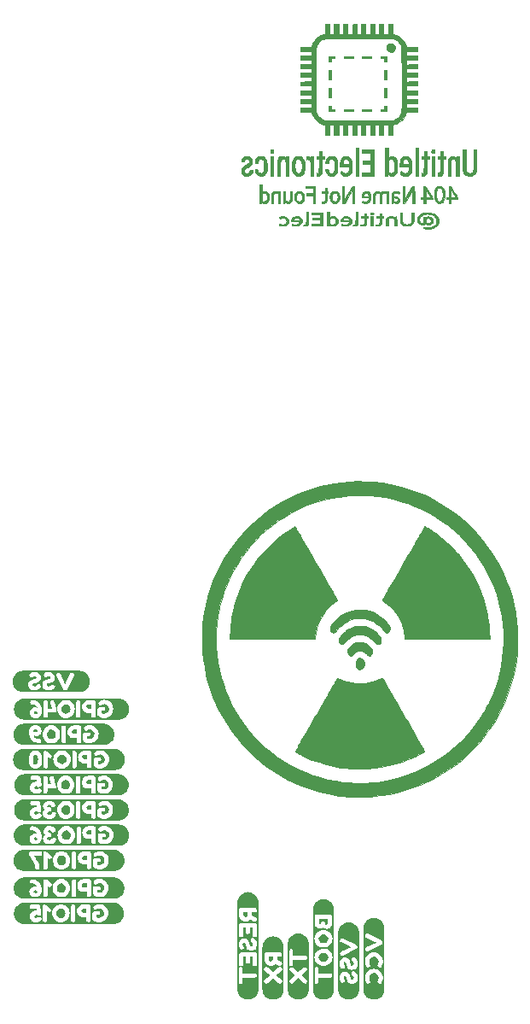
<source format=gbr>
%TF.GenerationSoftware,KiCad,Pcbnew,(6.99.0-1615-g403992a6f4-dirty)*%
%TF.CreationDate,2022-06-06T14:57:22-05:00*%
%TF.ProjectId,DeauthBottom,44656175-7468-4426-9f74-746f6d2e6b69,rev?*%
%TF.SameCoordinates,Original*%
%TF.FileFunction,Legend,Bot*%
%TF.FilePolarity,Positive*%
%FSLAX46Y46*%
G04 Gerber Fmt 4.6, Leading zero omitted, Abs format (unit mm)*
G04 Created by KiCad (PCBNEW (6.99.0-1615-g403992a6f4-dirty)) date 2022-06-06 14:57:22*
%MOMM*%
%LPD*%
G01*
G04 APERTURE LIST*
%ADD10C,0.010000*%
G04 APERTURE END LIST*
%TO.C,Ref\u002A\u002A*%
G36*
X149229959Y-121809888D02*
G01*
X149225851Y-122007975D01*
X149220266Y-122179930D01*
X149213204Y-122317750D01*
X149183173Y-122704720D01*
X149090242Y-123516888D01*
X148957617Y-124314719D01*
X148785084Y-125099030D01*
X148572429Y-125870638D01*
X148319436Y-126630361D01*
X148025892Y-127379014D01*
X147691583Y-128117417D01*
X147541354Y-128420173D01*
X147156511Y-129131633D01*
X146739831Y-129815996D01*
X146289993Y-130475244D01*
X145805674Y-131111362D01*
X145285552Y-131726333D01*
X145210395Y-131808443D01*
X145106528Y-131918047D01*
X144982805Y-132045885D01*
X144844680Y-132186527D01*
X144697605Y-132334543D01*
X144547035Y-132484505D01*
X144398420Y-132630983D01*
X144257215Y-132768548D01*
X144128872Y-132891770D01*
X144018844Y-132995220D01*
X143932583Y-133073469D01*
X143677833Y-133292729D01*
X143049724Y-133794317D01*
X142397734Y-134262016D01*
X141723603Y-134695084D01*
X141029073Y-135092775D01*
X140315884Y-135454347D01*
X139585776Y-135779056D01*
X138840491Y-136066159D01*
X138081770Y-136314912D01*
X137311353Y-136524571D01*
X136530980Y-136694393D01*
X135742394Y-136823634D01*
X134947333Y-136911551D01*
X134839973Y-136920720D01*
X134739414Y-136929585D01*
X134658565Y-136936999D01*
X134608667Y-136941951D01*
X134605002Y-136942263D01*
X134561972Y-136943681D01*
X134481817Y-136944765D01*
X134368901Y-136945505D01*
X134227589Y-136945897D01*
X134062246Y-136945931D01*
X133877234Y-136945603D01*
X133676920Y-136944903D01*
X133465667Y-136943825D01*
X133231112Y-136942330D01*
X133012020Y-136940481D01*
X132823905Y-136938075D01*
X132660861Y-136934783D01*
X132516979Y-136930275D01*
X132386351Y-136924222D01*
X132263070Y-136916293D01*
X132141227Y-136906160D01*
X132014915Y-136893493D01*
X131878226Y-136877963D01*
X131725251Y-136859240D01*
X131550083Y-136836994D01*
X131174337Y-136784172D01*
X130386932Y-136642455D01*
X129609908Y-136459973D01*
X128842662Y-136236542D01*
X128084592Y-135971977D01*
X127335098Y-135666094D01*
X126593576Y-135318709D01*
X126309056Y-135173015D01*
X125607408Y-134780978D01*
X124929327Y-134354714D01*
X124275889Y-133895531D01*
X123648172Y-133404732D01*
X123047252Y-132883623D01*
X122474206Y-132333510D01*
X121930111Y-131755699D01*
X121416044Y-131151493D01*
X120933081Y-130522199D01*
X120482300Y-129869122D01*
X120064777Y-129193567D01*
X119681588Y-128496839D01*
X119333812Y-127780245D01*
X119022525Y-127045089D01*
X118748803Y-126292676D01*
X118513723Y-125524313D01*
X118513423Y-125523232D01*
X118339115Y-124829059D01*
X118193659Y-124106421D01*
X118076878Y-123354319D01*
X117988594Y-122571750D01*
X117984834Y-122526202D01*
X117976880Y-122388380D01*
X117970575Y-122217134D01*
X117965888Y-122018753D01*
X117962789Y-121799525D01*
X117961248Y-121565739D01*
X117961234Y-121323682D01*
X117961342Y-121305894D01*
X119330524Y-121305894D01*
X119350224Y-122070670D01*
X119410453Y-122832637D01*
X119511108Y-123589593D01*
X119652087Y-124339340D01*
X119833289Y-125079680D01*
X120054611Y-125808412D01*
X120263980Y-126393214D01*
X120560522Y-127110755D01*
X120893270Y-127807532D01*
X121261258Y-128482447D01*
X121663522Y-129134395D01*
X122099097Y-129762277D01*
X122567019Y-130364990D01*
X123066322Y-130941434D01*
X123596041Y-131490506D01*
X124155213Y-132011105D01*
X124742872Y-132502129D01*
X125358053Y-132962477D01*
X125999792Y-133391047D01*
X126667124Y-133786738D01*
X127359083Y-134148449D01*
X127542257Y-134236449D01*
X128242986Y-134544095D01*
X128956223Y-134811760D01*
X129682683Y-135039630D01*
X130423082Y-135227893D01*
X131178133Y-135376736D01*
X131948552Y-135486347D01*
X132735056Y-135556913D01*
X132769986Y-135558914D01*
X132881026Y-135563442D01*
X133020463Y-135567275D01*
X133181225Y-135570380D01*
X133356240Y-135572723D01*
X133538437Y-135574268D01*
X133720744Y-135574983D01*
X133896090Y-135574832D01*
X134057401Y-135573782D01*
X134197607Y-135571798D01*
X134309637Y-135568847D01*
X134386417Y-135564893D01*
X134394434Y-135564265D01*
X134454533Y-135559586D01*
X134543861Y-135552663D01*
X134651721Y-135544325D01*
X134767417Y-135535399D01*
X135207423Y-135493438D01*
X135881211Y-135399506D01*
X136561181Y-135270272D01*
X137240156Y-135107517D01*
X137910963Y-134913021D01*
X138566427Y-134688563D01*
X139199372Y-134435923D01*
X139754531Y-134183326D01*
X140444029Y-133828625D01*
X141110969Y-133438657D01*
X141754279Y-133014369D01*
X142372883Y-132556710D01*
X142965708Y-132066630D01*
X143531680Y-131545077D01*
X144069725Y-130992999D01*
X144578768Y-130411345D01*
X145057737Y-129801065D01*
X145505556Y-129163105D01*
X145921152Y-128498417D01*
X145995587Y-128367659D01*
X146085269Y-128202510D01*
X146183909Y-128014880D01*
X146287371Y-127813023D01*
X146391522Y-127605190D01*
X146492226Y-127399636D01*
X146585350Y-127204612D01*
X146666760Y-127028371D01*
X146732321Y-126879167D01*
X146987012Y-126234422D01*
X147233540Y-125502005D01*
X147439158Y-124758794D01*
X147603816Y-124005026D01*
X147727461Y-123240938D01*
X147810044Y-122466767D01*
X147851512Y-121682750D01*
X147856150Y-121409579D01*
X147841071Y-120637043D01*
X147784650Y-119870696D01*
X147687455Y-119111941D01*
X147550060Y-118362181D01*
X147373034Y-117622819D01*
X147156948Y-116895258D01*
X146902374Y-116180900D01*
X146609882Y-115481148D01*
X146280044Y-114797406D01*
X145913429Y-114131076D01*
X145510609Y-113483561D01*
X145072155Y-112856263D01*
X144598639Y-112250587D01*
X144090630Y-111667935D01*
X143548699Y-111109709D01*
X143507025Y-111069179D01*
X142934841Y-110544077D01*
X142338352Y-110053221D01*
X141718906Y-109597215D01*
X141077851Y-109176662D01*
X140416536Y-108792166D01*
X139736309Y-108444330D01*
X139038517Y-108133758D01*
X138324509Y-107861052D01*
X137595633Y-107626815D01*
X136853238Y-107431652D01*
X136098670Y-107276165D01*
X135333279Y-107160957D01*
X134558412Y-107086632D01*
X134421114Y-107079478D01*
X134248436Y-107074296D01*
X134049429Y-107071145D01*
X133830958Y-107069930D01*
X133599887Y-107070559D01*
X133363081Y-107072937D01*
X133127406Y-107076971D01*
X132899725Y-107082568D01*
X132686904Y-107089633D01*
X132495809Y-107098073D01*
X132333302Y-107107795D01*
X132206250Y-107118705D01*
X132090000Y-107131517D01*
X131471172Y-107212598D01*
X130880603Y-107312987D01*
X130309449Y-107434531D01*
X129748864Y-107579078D01*
X129190000Y-107748475D01*
X128894517Y-107848169D01*
X128176905Y-108121041D01*
X127478898Y-108430421D01*
X126801616Y-108775090D01*
X126146177Y-109153829D01*
X125513702Y-109565416D01*
X124905310Y-110008633D01*
X124322120Y-110482259D01*
X123765252Y-110985074D01*
X123235824Y-111515859D01*
X122734957Y-112073394D01*
X122263769Y-112656459D01*
X121823380Y-113263834D01*
X121414910Y-113894299D01*
X121039477Y-114546634D01*
X120698202Y-115219620D01*
X120392203Y-115912037D01*
X120122599Y-116622664D01*
X119890511Y-117350282D01*
X119697058Y-118093671D01*
X119659043Y-118262669D01*
X119515611Y-119016695D01*
X119413115Y-119776707D01*
X119351453Y-120540506D01*
X119330524Y-121305894D01*
X117961342Y-121305894D01*
X117962717Y-121079642D01*
X117965667Y-120839909D01*
X117970053Y-120610770D01*
X117975845Y-120398512D01*
X117983014Y-120209426D01*
X117991527Y-120049798D01*
X118001355Y-119925917D01*
X118099715Y-119120302D01*
X118230804Y-118336912D01*
X118395204Y-117576191D01*
X118593825Y-116835325D01*
X118827574Y-116111499D01*
X119097362Y-115401899D01*
X119404097Y-114703711D01*
X119748688Y-114014121D01*
X120132045Y-113330315D01*
X120492613Y-112751932D01*
X120934153Y-112115097D01*
X121410920Y-111496020D01*
X121920021Y-110897919D01*
X122458565Y-110324013D01*
X123023659Y-109777519D01*
X123612410Y-109261657D01*
X124221926Y-108779644D01*
X124440162Y-108619155D01*
X125084443Y-108179336D01*
X125754380Y-107770256D01*
X126446397Y-107393571D01*
X127156915Y-107050937D01*
X127882355Y-106744009D01*
X128619140Y-106474442D01*
X129363692Y-106243894D01*
X130112431Y-106054019D01*
X130227904Y-106028463D01*
X131012806Y-105879313D01*
X131807891Y-105770188D01*
X132609887Y-105701138D01*
X133415518Y-105672209D01*
X134221510Y-105683452D01*
X135024590Y-105734912D01*
X135821484Y-105826638D01*
X136608917Y-105958679D01*
X136967977Y-106033175D01*
X137731790Y-106222156D01*
X138487030Y-106450364D01*
X139230909Y-106716518D01*
X139960639Y-107019332D01*
X140673433Y-107357525D01*
X141366503Y-107729813D01*
X142037060Y-108134912D01*
X142682317Y-108571540D01*
X143299486Y-109038412D01*
X143719332Y-109385692D01*
X144278321Y-109885764D01*
X144811115Y-110407048D01*
X145312459Y-110944335D01*
X145777096Y-111492422D01*
X146204966Y-112048086D01*
X146669734Y-112715309D01*
X147097660Y-113402616D01*
X147488273Y-114108800D01*
X147841100Y-114832651D01*
X148155670Y-115572959D01*
X148431511Y-116328516D01*
X148668149Y-117098114D01*
X148865114Y-117880543D01*
X149021934Y-118674593D01*
X149138135Y-119479057D01*
X149213247Y-120292725D01*
X149217331Y-120363740D01*
X149223570Y-120520697D01*
X149228330Y-120707536D01*
X149231612Y-120916255D01*
X149233416Y-121138851D01*
X149233742Y-121367324D01*
X149233526Y-121409579D01*
X149232589Y-121593670D01*
X149229959Y-121809888D01*
G37*
D10*
X149229959Y-121809888D02*
X149225851Y-122007975D01*
X149220266Y-122179930D01*
X149213204Y-122317750D01*
X149183173Y-122704720D01*
X149090242Y-123516888D01*
X148957617Y-124314719D01*
X148785084Y-125099030D01*
X148572429Y-125870638D01*
X148319436Y-126630361D01*
X148025892Y-127379014D01*
X147691583Y-128117417D01*
X147541354Y-128420173D01*
X147156511Y-129131633D01*
X146739831Y-129815996D01*
X146289993Y-130475244D01*
X145805674Y-131111362D01*
X145285552Y-131726333D01*
X145210395Y-131808443D01*
X145106528Y-131918047D01*
X144982805Y-132045885D01*
X144844680Y-132186527D01*
X144697605Y-132334543D01*
X144547035Y-132484505D01*
X144398420Y-132630983D01*
X144257215Y-132768548D01*
X144128872Y-132891770D01*
X144018844Y-132995220D01*
X143932583Y-133073469D01*
X143677833Y-133292729D01*
X143049724Y-133794317D01*
X142397734Y-134262016D01*
X141723603Y-134695084D01*
X141029073Y-135092775D01*
X140315884Y-135454347D01*
X139585776Y-135779056D01*
X138840491Y-136066159D01*
X138081770Y-136314912D01*
X137311353Y-136524571D01*
X136530980Y-136694393D01*
X135742394Y-136823634D01*
X134947333Y-136911551D01*
X134839973Y-136920720D01*
X134739414Y-136929585D01*
X134658565Y-136936999D01*
X134608667Y-136941951D01*
X134605002Y-136942263D01*
X134561972Y-136943681D01*
X134481817Y-136944765D01*
X134368901Y-136945505D01*
X134227589Y-136945897D01*
X134062246Y-136945931D01*
X133877234Y-136945603D01*
X133676920Y-136944903D01*
X133465667Y-136943825D01*
X133231112Y-136942330D01*
X133012020Y-136940481D01*
X132823905Y-136938075D01*
X132660861Y-136934783D01*
X132516979Y-136930275D01*
X132386351Y-136924222D01*
X132263070Y-136916293D01*
X132141227Y-136906160D01*
X132014915Y-136893493D01*
X131878226Y-136877963D01*
X131725251Y-136859240D01*
X131550083Y-136836994D01*
X131174337Y-136784172D01*
X130386932Y-136642455D01*
X129609908Y-136459973D01*
X128842662Y-136236542D01*
X128084592Y-135971977D01*
X127335098Y-135666094D01*
X126593576Y-135318709D01*
X126309056Y-135173015D01*
X125607408Y-134780978D01*
X124929327Y-134354714D01*
X124275889Y-133895531D01*
X123648172Y-133404732D01*
X123047252Y-132883623D01*
X122474206Y-132333510D01*
X121930111Y-131755699D01*
X121416044Y-131151493D01*
X120933081Y-130522199D01*
X120482300Y-129869122D01*
X120064777Y-129193567D01*
X119681588Y-128496839D01*
X119333812Y-127780245D01*
X119022525Y-127045089D01*
X118748803Y-126292676D01*
X118513723Y-125524313D01*
X118513423Y-125523232D01*
X118339115Y-124829059D01*
X118193659Y-124106421D01*
X118076878Y-123354319D01*
X117988594Y-122571750D01*
X117984834Y-122526202D01*
X117976880Y-122388380D01*
X117970575Y-122217134D01*
X117965888Y-122018753D01*
X117962789Y-121799525D01*
X117961248Y-121565739D01*
X117961234Y-121323682D01*
X117961342Y-121305894D01*
X119330524Y-121305894D01*
X119350224Y-122070670D01*
X119410453Y-122832637D01*
X119511108Y-123589593D01*
X119652087Y-124339340D01*
X119833289Y-125079680D01*
X120054611Y-125808412D01*
X120263980Y-126393214D01*
X120560522Y-127110755D01*
X120893270Y-127807532D01*
X121261258Y-128482447D01*
X121663522Y-129134395D01*
X122099097Y-129762277D01*
X122567019Y-130364990D01*
X123066322Y-130941434D01*
X123596041Y-131490506D01*
X124155213Y-132011105D01*
X124742872Y-132502129D01*
X125358053Y-132962477D01*
X125999792Y-133391047D01*
X126667124Y-133786738D01*
X127359083Y-134148449D01*
X127542257Y-134236449D01*
X128242986Y-134544095D01*
X128956223Y-134811760D01*
X129682683Y-135039630D01*
X130423082Y-135227893D01*
X131178133Y-135376736D01*
X131948552Y-135486347D01*
X132735056Y-135556913D01*
X132769986Y-135558914D01*
X132881026Y-135563442D01*
X133020463Y-135567275D01*
X133181225Y-135570380D01*
X133356240Y-135572723D01*
X133538437Y-135574268D01*
X133720744Y-135574983D01*
X133896090Y-135574832D01*
X134057401Y-135573782D01*
X134197607Y-135571798D01*
X134309637Y-135568847D01*
X134386417Y-135564893D01*
X134394434Y-135564265D01*
X134454533Y-135559586D01*
X134543861Y-135552663D01*
X134651721Y-135544325D01*
X134767417Y-135535399D01*
X135207423Y-135493438D01*
X135881211Y-135399506D01*
X136561181Y-135270272D01*
X137240156Y-135107517D01*
X137910963Y-134913021D01*
X138566427Y-134688563D01*
X139199372Y-134435923D01*
X139754531Y-134183326D01*
X140444029Y-133828625D01*
X141110969Y-133438657D01*
X141754279Y-133014369D01*
X142372883Y-132556710D01*
X142965708Y-132066630D01*
X143531680Y-131545077D01*
X144069725Y-130992999D01*
X144578768Y-130411345D01*
X145057737Y-129801065D01*
X145505556Y-129163105D01*
X145921152Y-128498417D01*
X145995587Y-128367659D01*
X146085269Y-128202510D01*
X146183909Y-128014880D01*
X146287371Y-127813023D01*
X146391522Y-127605190D01*
X146492226Y-127399636D01*
X146585350Y-127204612D01*
X146666760Y-127028371D01*
X146732321Y-126879167D01*
X146987012Y-126234422D01*
X147233540Y-125502005D01*
X147439158Y-124758794D01*
X147603816Y-124005026D01*
X147727461Y-123240938D01*
X147810044Y-122466767D01*
X147851512Y-121682750D01*
X147856150Y-121409579D01*
X147841071Y-120637043D01*
X147784650Y-119870696D01*
X147687455Y-119111941D01*
X147550060Y-118362181D01*
X147373034Y-117622819D01*
X147156948Y-116895258D01*
X146902374Y-116180900D01*
X146609882Y-115481148D01*
X146280044Y-114797406D01*
X145913429Y-114131076D01*
X145510609Y-113483561D01*
X145072155Y-112856263D01*
X144598639Y-112250587D01*
X144090630Y-111667935D01*
X143548699Y-111109709D01*
X143507025Y-111069179D01*
X142934841Y-110544077D01*
X142338352Y-110053221D01*
X141718906Y-109597215D01*
X141077851Y-109176662D01*
X140416536Y-108792166D01*
X139736309Y-108444330D01*
X139038517Y-108133758D01*
X138324509Y-107861052D01*
X137595633Y-107626815D01*
X136853238Y-107431652D01*
X136098670Y-107276165D01*
X135333279Y-107160957D01*
X134558412Y-107086632D01*
X134421114Y-107079478D01*
X134248436Y-107074296D01*
X134049429Y-107071145D01*
X133830958Y-107069930D01*
X133599887Y-107070559D01*
X133363081Y-107072937D01*
X133127406Y-107076971D01*
X132899725Y-107082568D01*
X132686904Y-107089633D01*
X132495809Y-107098073D01*
X132333302Y-107107795D01*
X132206250Y-107118705D01*
X132090000Y-107131517D01*
X131471172Y-107212598D01*
X130880603Y-107312987D01*
X130309449Y-107434531D01*
X129748864Y-107579078D01*
X129190000Y-107748475D01*
X128894517Y-107848169D01*
X128176905Y-108121041D01*
X127478898Y-108430421D01*
X126801616Y-108775090D01*
X126146177Y-109153829D01*
X125513702Y-109565416D01*
X124905310Y-110008633D01*
X124322120Y-110482259D01*
X123765252Y-110985074D01*
X123235824Y-111515859D01*
X122734957Y-112073394D01*
X122263769Y-112656459D01*
X121823380Y-113263834D01*
X121414910Y-113894299D01*
X121039477Y-114546634D01*
X120698202Y-115219620D01*
X120392203Y-115912037D01*
X120122599Y-116622664D01*
X119890511Y-117350282D01*
X119697058Y-118093671D01*
X119659043Y-118262669D01*
X119515611Y-119016695D01*
X119413115Y-119776707D01*
X119351453Y-120540506D01*
X119330524Y-121305894D01*
X117961342Y-121305894D01*
X117962717Y-121079642D01*
X117965667Y-120839909D01*
X117970053Y-120610770D01*
X117975845Y-120398512D01*
X117983014Y-120209426D01*
X117991527Y-120049798D01*
X118001355Y-119925917D01*
X118099715Y-119120302D01*
X118230804Y-118336912D01*
X118395204Y-117576191D01*
X118593825Y-116835325D01*
X118827574Y-116111499D01*
X119097362Y-115401899D01*
X119404097Y-114703711D01*
X119748688Y-114014121D01*
X120132045Y-113330315D01*
X120492613Y-112751932D01*
X120934153Y-112115097D01*
X121410920Y-111496020D01*
X121920021Y-110897919D01*
X122458565Y-110324013D01*
X123023659Y-109777519D01*
X123612410Y-109261657D01*
X124221926Y-108779644D01*
X124440162Y-108619155D01*
X125084443Y-108179336D01*
X125754380Y-107770256D01*
X126446397Y-107393571D01*
X127156915Y-107050937D01*
X127882355Y-106744009D01*
X128619140Y-106474442D01*
X129363692Y-106243894D01*
X130112431Y-106054019D01*
X130227904Y-106028463D01*
X131012806Y-105879313D01*
X131807891Y-105770188D01*
X132609887Y-105701138D01*
X133415518Y-105672209D01*
X134221510Y-105683452D01*
X135024590Y-105734912D01*
X135821484Y-105826638D01*
X136608917Y-105958679D01*
X136967977Y-106033175D01*
X137731790Y-106222156D01*
X138487030Y-106450364D01*
X139230909Y-106716518D01*
X139960639Y-107019332D01*
X140673433Y-107357525D01*
X141366503Y-107729813D01*
X142037060Y-108134912D01*
X142682317Y-108571540D01*
X143299486Y-109038412D01*
X143719332Y-109385692D01*
X144278321Y-109885764D01*
X144811115Y-110407048D01*
X145312459Y-110944335D01*
X145777096Y-111492422D01*
X146204966Y-112048086D01*
X146669734Y-112715309D01*
X147097660Y-113402616D01*
X147488273Y-114108800D01*
X147841100Y-114832651D01*
X148155670Y-115572959D01*
X148431511Y-116328516D01*
X148668149Y-117098114D01*
X148865114Y-117880543D01*
X149021934Y-118674593D01*
X149138135Y-119479057D01*
X149213247Y-120292725D01*
X149217331Y-120363740D01*
X149223570Y-120520697D01*
X149228330Y-120707536D01*
X149231612Y-120916255D01*
X149233416Y-121138851D01*
X149233742Y-121367324D01*
X149233526Y-121409579D01*
X149232589Y-121593670D01*
X149229959Y-121809888D01*
G36*
X131593470Y-125249869D02*
G01*
X131971032Y-125421798D01*
X132356825Y-125555517D01*
X132750874Y-125649794D01*
X133157765Y-125705724D01*
X133582083Y-125724400D01*
X133814338Y-125720109D01*
X134177715Y-125692108D01*
X134522017Y-125636136D01*
X134856908Y-125549986D01*
X135192056Y-125431454D01*
X135537128Y-125278334D01*
X135585670Y-125254945D01*
X135678858Y-125210840D01*
X135754279Y-125176221D01*
X135805190Y-125154148D01*
X135824849Y-125147683D01*
X135824976Y-125147866D01*
X135838058Y-125169989D01*
X135870921Y-125226548D01*
X135922332Y-125315397D01*
X135991058Y-125434391D01*
X136075863Y-125581384D01*
X136175514Y-125754231D01*
X136288778Y-125950786D01*
X136414421Y-126168903D01*
X136551208Y-126406438D01*
X136697906Y-126661244D01*
X136853281Y-126931176D01*
X137016099Y-127214088D01*
X137185126Y-127507836D01*
X137359128Y-127810272D01*
X137536873Y-128119253D01*
X137717124Y-128432632D01*
X137898650Y-128748264D01*
X138080215Y-129064003D01*
X138260587Y-129377705D01*
X138438530Y-129687222D01*
X138612812Y-129990410D01*
X138782199Y-130285123D01*
X138945456Y-130569216D01*
X139101350Y-130840543D01*
X139248647Y-131096959D01*
X139386113Y-131336318D01*
X139512514Y-131556474D01*
X139626616Y-131755283D01*
X139727186Y-131930598D01*
X139812990Y-132080274D01*
X139882793Y-132202165D01*
X139935362Y-132294127D01*
X139969463Y-132354013D01*
X139983862Y-132379678D01*
X139986213Y-132384189D01*
X139996369Y-132409045D01*
X139995841Y-132431466D01*
X139980194Y-132455195D01*
X139944993Y-132483975D01*
X139885801Y-132521551D01*
X139798183Y-132571665D01*
X139677704Y-132638062D01*
X139669093Y-132642772D01*
X139057061Y-132953862D01*
X138420593Y-133232144D01*
X137763117Y-133476652D01*
X137088062Y-133686421D01*
X136398853Y-133860486D01*
X135698918Y-133997880D01*
X134991686Y-134097637D01*
X134280583Y-134158792D01*
X134195060Y-134162910D01*
X134004115Y-134167836D01*
X133784360Y-134169113D01*
X133544548Y-134166998D01*
X133293428Y-134161746D01*
X133039752Y-134153611D01*
X132792270Y-134142850D01*
X132559733Y-134129717D01*
X132350893Y-134114467D01*
X132174500Y-134097357D01*
X131717840Y-134037476D01*
X130980998Y-133907216D01*
X130258197Y-133737019D01*
X129549433Y-133526885D01*
X128854702Y-133276812D01*
X128174000Y-132986799D01*
X128105945Y-132955119D01*
X127971591Y-132890838D01*
X127831505Y-132821915D01*
X127691970Y-132751608D01*
X127559267Y-132683174D01*
X127439676Y-132619871D01*
X127339482Y-132564956D01*
X127264963Y-132521687D01*
X127222403Y-132493321D01*
X127176055Y-132455790D01*
X127423976Y-132022270D01*
X127481520Y-131921720D01*
X127581897Y-131746569D01*
X127698104Y-131544035D01*
X127828535Y-131316904D01*
X127971584Y-131067962D01*
X128125645Y-130799995D01*
X128289113Y-130515790D01*
X128460383Y-130218133D01*
X128637848Y-129909809D01*
X128819903Y-129593606D01*
X129004944Y-129272310D01*
X129191363Y-128948707D01*
X129377555Y-128625582D01*
X129561916Y-128305724D01*
X129742838Y-127991916D01*
X129918717Y-127686947D01*
X130087948Y-127393602D01*
X130248924Y-127114668D01*
X130400039Y-126852930D01*
X130539689Y-126611176D01*
X130666268Y-126392190D01*
X130778170Y-126198760D01*
X130873789Y-126033672D01*
X130951521Y-125899712D01*
X131009758Y-125799667D01*
X131064817Y-125705336D01*
X131138613Y-125578895D01*
X131210730Y-125455327D01*
X131271336Y-125351476D01*
X131390834Y-125146701D01*
X131593470Y-125249869D01*
G37*
X131593470Y-125249869D02*
X131971032Y-125421798D01*
X132356825Y-125555517D01*
X132750874Y-125649794D01*
X133157765Y-125705724D01*
X133582083Y-125724400D01*
X133814338Y-125720109D01*
X134177715Y-125692108D01*
X134522017Y-125636136D01*
X134856908Y-125549986D01*
X135192056Y-125431454D01*
X135537128Y-125278334D01*
X135585670Y-125254945D01*
X135678858Y-125210840D01*
X135754279Y-125176221D01*
X135805190Y-125154148D01*
X135824849Y-125147683D01*
X135824976Y-125147866D01*
X135838058Y-125169989D01*
X135870921Y-125226548D01*
X135922332Y-125315397D01*
X135991058Y-125434391D01*
X136075863Y-125581384D01*
X136175514Y-125754231D01*
X136288778Y-125950786D01*
X136414421Y-126168903D01*
X136551208Y-126406438D01*
X136697906Y-126661244D01*
X136853281Y-126931176D01*
X137016099Y-127214088D01*
X137185126Y-127507836D01*
X137359128Y-127810272D01*
X137536873Y-128119253D01*
X137717124Y-128432632D01*
X137898650Y-128748264D01*
X138080215Y-129064003D01*
X138260587Y-129377705D01*
X138438530Y-129687222D01*
X138612812Y-129990410D01*
X138782199Y-130285123D01*
X138945456Y-130569216D01*
X139101350Y-130840543D01*
X139248647Y-131096959D01*
X139386113Y-131336318D01*
X139512514Y-131556474D01*
X139626616Y-131755283D01*
X139727186Y-131930598D01*
X139812990Y-132080274D01*
X139882793Y-132202165D01*
X139935362Y-132294127D01*
X139969463Y-132354013D01*
X139983862Y-132379678D01*
X139986213Y-132384189D01*
X139996369Y-132409045D01*
X139995841Y-132431466D01*
X139980194Y-132455195D01*
X139944993Y-132483975D01*
X139885801Y-132521551D01*
X139798183Y-132571665D01*
X139677704Y-132638062D01*
X139669093Y-132642772D01*
X139057061Y-132953862D01*
X138420593Y-133232144D01*
X137763117Y-133476652D01*
X137088062Y-133686421D01*
X136398853Y-133860486D01*
X135698918Y-133997880D01*
X134991686Y-134097637D01*
X134280583Y-134158792D01*
X134195060Y-134162910D01*
X134004115Y-134167836D01*
X133784360Y-134169113D01*
X133544548Y-134166998D01*
X133293428Y-134161746D01*
X133039752Y-134153611D01*
X132792270Y-134142850D01*
X132559733Y-134129717D01*
X132350893Y-134114467D01*
X132174500Y-134097357D01*
X131717840Y-134037476D01*
X130980998Y-133907216D01*
X130258197Y-133737019D01*
X129549433Y-133526885D01*
X128854702Y-133276812D01*
X128174000Y-132986799D01*
X128105945Y-132955119D01*
X127971591Y-132890838D01*
X127831505Y-132821915D01*
X127691970Y-132751608D01*
X127559267Y-132683174D01*
X127439676Y-132619871D01*
X127339482Y-132564956D01*
X127264963Y-132521687D01*
X127222403Y-132493321D01*
X127176055Y-132455790D01*
X127423976Y-132022270D01*
X127481520Y-131921720D01*
X127581897Y-131746569D01*
X127698104Y-131544035D01*
X127828535Y-131316904D01*
X127971584Y-131067962D01*
X128125645Y-130799995D01*
X128289113Y-130515790D01*
X128460383Y-130218133D01*
X128637848Y-129909809D01*
X128819903Y-129593606D01*
X129004944Y-129272310D01*
X129191363Y-128948707D01*
X129377555Y-128625582D01*
X129561916Y-128305724D01*
X129742838Y-127991916D01*
X129918717Y-127686947D01*
X130087948Y-127393602D01*
X130248924Y-127114668D01*
X130400039Y-126852930D01*
X130539689Y-126611176D01*
X130666268Y-126392190D01*
X130778170Y-126198760D01*
X130873789Y-126033672D01*
X130951521Y-125899712D01*
X131009758Y-125799667D01*
X131064817Y-125705336D01*
X131138613Y-125578895D01*
X131210730Y-125455327D01*
X131271336Y-125351476D01*
X131390834Y-125146701D01*
X131593470Y-125249869D01*
G36*
X133742058Y-123209671D02*
G01*
X133844615Y-123273404D01*
X133872313Y-123298148D01*
X133943720Y-123378636D01*
X133991304Y-123468398D01*
X134019549Y-123578023D01*
X134032942Y-123718101D01*
X134034969Y-123766174D01*
X134035782Y-123849562D01*
X134029847Y-123911132D01*
X134015189Y-123964934D01*
X133989836Y-124025018D01*
X133935513Y-124122386D01*
X133849398Y-124223385D01*
X133751417Y-124288356D01*
X133748274Y-124289723D01*
X133637438Y-124315964D01*
X133526557Y-124302892D01*
X133421116Y-124253069D01*
X133326599Y-124169056D01*
X133248491Y-124053417D01*
X133222778Y-123986938D01*
X133200201Y-123873595D01*
X133192056Y-123746787D01*
X133199094Y-123621874D01*
X133222069Y-123514213D01*
X133259217Y-123425948D01*
X133332817Y-123318707D01*
X133423594Y-123241257D01*
X133525855Y-123195800D01*
X133633907Y-123184537D01*
X133742058Y-123209671D01*
G37*
X133742058Y-123209671D02*
X133844615Y-123273404D01*
X133872313Y-123298148D01*
X133943720Y-123378636D01*
X133991304Y-123468398D01*
X134019549Y-123578023D01*
X134032942Y-123718101D01*
X134034969Y-123766174D01*
X134035782Y-123849562D01*
X134029847Y-123911132D01*
X134015189Y-123964934D01*
X133989836Y-124025018D01*
X133935513Y-124122386D01*
X133849398Y-124223385D01*
X133751417Y-124288356D01*
X133748274Y-124289723D01*
X133637438Y-124315964D01*
X133526557Y-124302892D01*
X133421116Y-124253069D01*
X133326599Y-124169056D01*
X133248491Y-124053417D01*
X133222778Y-123986938D01*
X133200201Y-123873595D01*
X133192056Y-123746787D01*
X133199094Y-123621874D01*
X133222069Y-123514213D01*
X133259217Y-123425948D01*
X133332817Y-123318707D01*
X133423594Y-123241257D01*
X133525855Y-123195800D01*
X133633907Y-123184537D01*
X133742058Y-123209671D01*
G36*
X133891455Y-121641527D02*
G01*
X134107372Y-121707879D01*
X134312763Y-121810216D01*
X134503223Y-121947503D01*
X134674346Y-122118707D01*
X134733293Y-122192593D01*
X134810574Y-122317502D01*
X134851838Y-122437320D01*
X134859082Y-122559184D01*
X134834304Y-122690232D01*
X134812323Y-122748101D01*
X134760376Y-122835511D01*
X134696220Y-122906504D01*
X134629833Y-122948480D01*
X134581510Y-122959150D01*
X134492929Y-122957072D01*
X134413749Y-122933161D01*
X134401762Y-122925815D01*
X134353687Y-122887664D01*
X134291659Y-122830570D01*
X134226039Y-122763878D01*
X134169698Y-122706855D01*
X134061725Y-122618346D01*
X133940293Y-122547718D01*
X133922245Y-122538853D01*
X133842035Y-122502537D01*
X133776367Y-122482044D01*
X133706536Y-122472975D01*
X133613833Y-122470930D01*
X133591504Y-122470994D01*
X133505530Y-122474117D01*
X133438364Y-122485113D01*
X133371483Y-122508356D01*
X133286363Y-122548217D01*
X133231303Y-122577237D01*
X133114997Y-122656027D01*
X133006783Y-122759204D01*
X132982961Y-122784871D01*
X132903750Y-122865571D01*
X132840677Y-122918613D01*
X132785932Y-122948609D01*
X132731704Y-122960171D01*
X132670184Y-122957907D01*
X132652302Y-122955284D01*
X132556218Y-122918148D01*
X132476825Y-122848798D01*
X132417503Y-122754200D01*
X132381637Y-122641320D01*
X132372607Y-122517127D01*
X132393796Y-122388587D01*
X132400038Y-122369290D01*
X132454354Y-122259997D01*
X132539571Y-122143026D01*
X132648698Y-122025321D01*
X132774744Y-121913826D01*
X132910717Y-121815483D01*
X133049627Y-121737237D01*
X133224598Y-121668719D01*
X133445663Y-121620912D01*
X133669417Y-121612193D01*
X133891455Y-121641527D01*
G37*
X133891455Y-121641527D02*
X134107372Y-121707879D01*
X134312763Y-121810216D01*
X134503223Y-121947503D01*
X134674346Y-122118707D01*
X134733293Y-122192593D01*
X134810574Y-122317502D01*
X134851838Y-122437320D01*
X134859082Y-122559184D01*
X134834304Y-122690232D01*
X134812323Y-122748101D01*
X134760376Y-122835511D01*
X134696220Y-122906504D01*
X134629833Y-122948480D01*
X134581510Y-122959150D01*
X134492929Y-122957072D01*
X134413749Y-122933161D01*
X134401762Y-122925815D01*
X134353687Y-122887664D01*
X134291659Y-122830570D01*
X134226039Y-122763878D01*
X134169698Y-122706855D01*
X134061725Y-122618346D01*
X133940293Y-122547718D01*
X133922245Y-122538853D01*
X133842035Y-122502537D01*
X133776367Y-122482044D01*
X133706536Y-122472975D01*
X133613833Y-122470930D01*
X133591504Y-122470994D01*
X133505530Y-122474117D01*
X133438364Y-122485113D01*
X133371483Y-122508356D01*
X133286363Y-122548217D01*
X133231303Y-122577237D01*
X133114997Y-122656027D01*
X133006783Y-122759204D01*
X132982961Y-122784871D01*
X132903750Y-122865571D01*
X132840677Y-122918613D01*
X132785932Y-122948609D01*
X132731704Y-122960171D01*
X132670184Y-122957907D01*
X132652302Y-122955284D01*
X132556218Y-122918148D01*
X132476825Y-122848798D01*
X132417503Y-122754200D01*
X132381637Y-122641320D01*
X132372607Y-122517127D01*
X132393796Y-122388587D01*
X132400038Y-122369290D01*
X132454354Y-122259997D01*
X132539571Y-122143026D01*
X132648698Y-122025321D01*
X132774744Y-121913826D01*
X132910717Y-121815483D01*
X133049627Y-121737237D01*
X133224598Y-121668719D01*
X133445663Y-121620912D01*
X133669417Y-121612193D01*
X133891455Y-121641527D01*
G36*
X133795663Y-120013527D02*
G01*
X133976692Y-120031220D01*
X134130998Y-120060950D01*
X134379351Y-120139583D01*
X134678066Y-120273462D01*
X134958384Y-120444996D01*
X135218897Y-120653297D01*
X135458197Y-120897479D01*
X135532532Y-120984789D01*
X135607069Y-121081023D01*
X135657921Y-121162406D01*
X135689137Y-121237031D01*
X135704769Y-121312995D01*
X135708869Y-121398391D01*
X135692359Y-121546723D01*
X135643688Y-121668051D01*
X135562555Y-121763001D01*
X135520699Y-121793424D01*
X135463622Y-121814728D01*
X135385913Y-121820333D01*
X135277407Y-121820333D01*
X135033393Y-121563911D01*
X134932460Y-121460831D01*
X134764406Y-121305368D01*
X134602868Y-121179597D01*
X134439970Y-121078272D01*
X134267836Y-120996149D01*
X134078589Y-120927981D01*
X134058171Y-120921688D01*
X133988980Y-120903032D01*
X133920774Y-120890532D01*
X133842729Y-120883032D01*
X133744023Y-120879378D01*
X133613833Y-120878417D01*
X133534031Y-120879086D01*
X133374588Y-120886747D01*
X133237909Y-120905414D01*
X133110719Y-120938134D01*
X132979744Y-120987953D01*
X132831711Y-121057917D01*
X132705038Y-121126911D01*
X132581931Y-121207447D01*
X132461852Y-121302371D01*
X132336018Y-121418663D01*
X132195642Y-121563302D01*
X132112271Y-121650233D01*
X132023210Y-121736288D01*
X131955011Y-121793326D01*
X131910178Y-121819100D01*
X131857554Y-121829575D01*
X131818227Y-121828985D01*
X131808939Y-121826511D01*
X131760756Y-121820333D01*
X131739181Y-121815305D01*
X131688646Y-121782657D01*
X131633456Y-121728492D01*
X131583485Y-121663199D01*
X131548608Y-121597166D01*
X131532843Y-121547336D01*
X131520904Y-121462033D01*
X131523322Y-121353615D01*
X131528984Y-121291432D01*
X131543018Y-121220047D01*
X131569774Y-121157843D01*
X131616129Y-121084901D01*
X131678774Y-121003199D01*
X131768273Y-120900554D01*
X131872903Y-120790010D01*
X131983415Y-120680989D01*
X132090558Y-120582917D01*
X132185083Y-120505219D01*
X132230844Y-120471355D01*
X132508842Y-120294772D01*
X132801740Y-120156252D01*
X133105833Y-120057595D01*
X133231013Y-120033121D01*
X133408947Y-120014432D01*
X133601789Y-120007916D01*
X133795663Y-120013527D01*
G37*
X133795663Y-120013527D02*
X133976692Y-120031220D01*
X134130998Y-120060950D01*
X134379351Y-120139583D01*
X134678066Y-120273462D01*
X134958384Y-120444996D01*
X135218897Y-120653297D01*
X135458197Y-120897479D01*
X135532532Y-120984789D01*
X135607069Y-121081023D01*
X135657921Y-121162406D01*
X135689137Y-121237031D01*
X135704769Y-121312995D01*
X135708869Y-121398391D01*
X135692359Y-121546723D01*
X135643688Y-121668051D01*
X135562555Y-121763001D01*
X135520699Y-121793424D01*
X135463622Y-121814728D01*
X135385913Y-121820333D01*
X135277407Y-121820333D01*
X135033393Y-121563911D01*
X134932460Y-121460831D01*
X134764406Y-121305368D01*
X134602868Y-121179597D01*
X134439970Y-121078272D01*
X134267836Y-120996149D01*
X134078589Y-120927981D01*
X134058171Y-120921688D01*
X133988980Y-120903032D01*
X133920774Y-120890532D01*
X133842729Y-120883032D01*
X133744023Y-120879378D01*
X133613833Y-120878417D01*
X133534031Y-120879086D01*
X133374588Y-120886747D01*
X133237909Y-120905414D01*
X133110719Y-120938134D01*
X132979744Y-120987953D01*
X132831711Y-121057917D01*
X132705038Y-121126911D01*
X132581931Y-121207447D01*
X132461852Y-121302371D01*
X132336018Y-121418663D01*
X132195642Y-121563302D01*
X132112271Y-121650233D01*
X132023210Y-121736288D01*
X131955011Y-121793326D01*
X131910178Y-121819100D01*
X131857554Y-121829575D01*
X131818227Y-121828985D01*
X131808939Y-121826511D01*
X131760756Y-121820333D01*
X131739181Y-121815305D01*
X131688646Y-121782657D01*
X131633456Y-121728492D01*
X131583485Y-121663199D01*
X131548608Y-121597166D01*
X131532843Y-121547336D01*
X131520904Y-121462033D01*
X131523322Y-121353615D01*
X131528984Y-121291432D01*
X131543018Y-121220047D01*
X131569774Y-121157843D01*
X131616129Y-121084901D01*
X131678774Y-121003199D01*
X131768273Y-120900554D01*
X131872903Y-120790010D01*
X131983415Y-120680989D01*
X132090558Y-120582917D01*
X132185083Y-120505219D01*
X132230844Y-120471355D01*
X132508842Y-120294772D01*
X132801740Y-120156252D01*
X133105833Y-120057595D01*
X133231013Y-120033121D01*
X133408947Y-120014432D01*
X133601789Y-120007916D01*
X133795663Y-120013527D01*
G36*
X140043960Y-110138558D02*
G01*
X140083976Y-110158529D01*
X140151654Y-110197386D01*
X140241673Y-110251766D01*
X140348709Y-110318304D01*
X140467440Y-110393637D01*
X140592545Y-110474399D01*
X140718700Y-110557228D01*
X140840583Y-110638757D01*
X140952872Y-110715624D01*
X141218650Y-110905305D01*
X141582127Y-111182092D01*
X141953500Y-111485347D01*
X142015916Y-111539293D01*
X142136122Y-111648114D01*
X142275740Y-111779120D01*
X142429156Y-111926691D01*
X142590758Y-112085209D01*
X142754932Y-112249053D01*
X142916067Y-112412605D01*
X143068549Y-112570244D01*
X143206766Y-112716353D01*
X143325104Y-112845311D01*
X143417952Y-112951500D01*
X143456644Y-112997673D01*
X143917490Y-113582760D01*
X144341888Y-114189021D01*
X144729351Y-114815349D01*
X145079395Y-115460637D01*
X145391532Y-116123777D01*
X145665276Y-116803664D01*
X145900143Y-117499189D01*
X146095646Y-118209246D01*
X146251299Y-118932728D01*
X146366615Y-119668529D01*
X146383727Y-119817225D01*
X146401515Y-119999220D01*
X146419047Y-120203084D01*
X146435535Y-120418549D01*
X146450196Y-120635348D01*
X146462243Y-120843212D01*
X146470891Y-121031875D01*
X146482375Y-121333500D01*
X138016500Y-121333500D01*
X138016326Y-121201208D01*
X138015684Y-121152166D01*
X138001417Y-120931062D01*
X137970058Y-120687670D01*
X137923753Y-120434174D01*
X137864652Y-120182758D01*
X137794904Y-119945606D01*
X137768417Y-119867542D01*
X137606756Y-119468083D01*
X137408635Y-119088223D01*
X137175929Y-118730365D01*
X136910518Y-118396912D01*
X136614278Y-118090267D01*
X136289086Y-117812833D01*
X135936820Y-117567015D01*
X135917231Y-117554545D01*
X135855659Y-117512686D01*
X135814190Y-117480230D01*
X135800929Y-117463359D01*
X135802178Y-117460923D01*
X135823997Y-117420924D01*
X135865108Y-117347696D01*
X135924284Y-117243357D01*
X136000302Y-117110024D01*
X136091937Y-116949818D01*
X136197963Y-116764856D01*
X136317157Y-116557257D01*
X136448292Y-116329139D01*
X136590144Y-116082622D01*
X136741489Y-115819823D01*
X136901101Y-115542861D01*
X137067756Y-115253856D01*
X137240229Y-114954925D01*
X137417294Y-114648187D01*
X137597728Y-114335761D01*
X137780304Y-114019765D01*
X137963799Y-113702318D01*
X138146988Y-113385539D01*
X138328645Y-113071545D01*
X138507546Y-112762456D01*
X138682466Y-112460391D01*
X138852180Y-112167467D01*
X139015464Y-111885804D01*
X139171092Y-111617519D01*
X139317839Y-111364733D01*
X139454481Y-111129562D01*
X139579793Y-110914126D01*
X139692550Y-110720544D01*
X139791527Y-110550934D01*
X139875499Y-110407414D01*
X139943242Y-110292103D01*
X139993531Y-110207120D01*
X140025140Y-110154583D01*
X140036845Y-110136611D01*
X140043960Y-110138558D01*
G37*
X140043960Y-110138558D02*
X140083976Y-110158529D01*
X140151654Y-110197386D01*
X140241673Y-110251766D01*
X140348709Y-110318304D01*
X140467440Y-110393637D01*
X140592545Y-110474399D01*
X140718700Y-110557228D01*
X140840583Y-110638757D01*
X140952872Y-110715624D01*
X141218650Y-110905305D01*
X141582127Y-111182092D01*
X141953500Y-111485347D01*
X142015916Y-111539293D01*
X142136122Y-111648114D01*
X142275740Y-111779120D01*
X142429156Y-111926691D01*
X142590758Y-112085209D01*
X142754932Y-112249053D01*
X142916067Y-112412605D01*
X143068549Y-112570244D01*
X143206766Y-112716353D01*
X143325104Y-112845311D01*
X143417952Y-112951500D01*
X143456644Y-112997673D01*
X143917490Y-113582760D01*
X144341888Y-114189021D01*
X144729351Y-114815349D01*
X145079395Y-115460637D01*
X145391532Y-116123777D01*
X145665276Y-116803664D01*
X145900143Y-117499189D01*
X146095646Y-118209246D01*
X146251299Y-118932728D01*
X146366615Y-119668529D01*
X146383727Y-119817225D01*
X146401515Y-119999220D01*
X146419047Y-120203084D01*
X146435535Y-120418549D01*
X146450196Y-120635348D01*
X146462243Y-120843212D01*
X146470891Y-121031875D01*
X146482375Y-121333500D01*
X138016500Y-121333500D01*
X138016326Y-121201208D01*
X138015684Y-121152166D01*
X138001417Y-120931062D01*
X137970058Y-120687670D01*
X137923753Y-120434174D01*
X137864652Y-120182758D01*
X137794904Y-119945606D01*
X137768417Y-119867542D01*
X137606756Y-119468083D01*
X137408635Y-119088223D01*
X137175929Y-118730365D01*
X136910518Y-118396912D01*
X136614278Y-118090267D01*
X136289086Y-117812833D01*
X135936820Y-117567015D01*
X135917231Y-117554545D01*
X135855659Y-117512686D01*
X135814190Y-117480230D01*
X135800929Y-117463359D01*
X135802178Y-117460923D01*
X135823997Y-117420924D01*
X135865108Y-117347696D01*
X135924284Y-117243357D01*
X136000302Y-117110024D01*
X136091937Y-116949818D01*
X136197963Y-116764856D01*
X136317157Y-116557257D01*
X136448292Y-116329139D01*
X136590144Y-116082622D01*
X136741489Y-115819823D01*
X136901101Y-115542861D01*
X137067756Y-115253856D01*
X137240229Y-114954925D01*
X137417294Y-114648187D01*
X137597728Y-114335761D01*
X137780304Y-114019765D01*
X137963799Y-113702318D01*
X138146988Y-113385539D01*
X138328645Y-113071545D01*
X138507546Y-112762456D01*
X138682466Y-112460391D01*
X138852180Y-112167467D01*
X139015464Y-111885804D01*
X139171092Y-111617519D01*
X139317839Y-111364733D01*
X139454481Y-111129562D01*
X139579793Y-110914126D01*
X139692550Y-110720544D01*
X139791527Y-110550934D01*
X139875499Y-110407414D01*
X139943242Y-110292103D01*
X139993531Y-110207120D01*
X140025140Y-110154583D01*
X140036845Y-110136611D01*
X140043960Y-110138558D01*
G36*
X127174392Y-110163465D02*
G01*
X127181367Y-110173646D01*
X127200141Y-110203831D01*
X127230433Y-110254237D01*
X127273114Y-110326364D01*
X127329056Y-110421708D01*
X127399128Y-110541769D01*
X127484203Y-110688044D01*
X127585151Y-110862031D01*
X127702842Y-111065228D01*
X127838149Y-111299134D01*
X127991942Y-111565246D01*
X128165092Y-111865063D01*
X128358469Y-112200083D01*
X128391505Y-112257329D01*
X128707241Y-112804597D01*
X129002290Y-113316271D01*
X129277173Y-113793271D01*
X129532413Y-114236516D01*
X129768535Y-114646925D01*
X129986060Y-115025418D01*
X130185512Y-115372913D01*
X130367414Y-115690329D01*
X130532289Y-115978587D01*
X130680660Y-116238604D01*
X130813050Y-116471301D01*
X130929982Y-116677596D01*
X131031979Y-116858409D01*
X131119564Y-117014658D01*
X131193260Y-117147263D01*
X131253591Y-117257143D01*
X131301078Y-117345218D01*
X131336246Y-117412405D01*
X131359618Y-117459626D01*
X131371715Y-117487797D01*
X131373062Y-117497840D01*
X131351881Y-117508116D01*
X131297666Y-117540905D01*
X131222328Y-117590191D01*
X131133416Y-117650735D01*
X131038478Y-117717294D01*
X130945062Y-117784626D01*
X130860718Y-117847490D01*
X130792994Y-117900644D01*
X130768326Y-117921205D01*
X130655946Y-118021846D01*
X130529839Y-118143654D01*
X130399266Y-118276991D01*
X130273488Y-118412216D01*
X130161766Y-118539688D01*
X130073361Y-118649767D01*
X129958527Y-118809359D01*
X129742372Y-119155258D01*
X129562254Y-119514273D01*
X129416976Y-119889746D01*
X129305343Y-120285014D01*
X129226158Y-120703416D01*
X129178224Y-121148292D01*
X129165033Y-121333500D01*
X120723333Y-121333500D01*
X120723333Y-121073847D01*
X120724469Y-120949118D01*
X120735731Y-120632421D01*
X120758239Y-120291693D01*
X120790993Y-119938410D01*
X120832992Y-119584048D01*
X120883235Y-119240082D01*
X120893042Y-119180183D01*
X121034006Y-118459165D01*
X121215279Y-117748279D01*
X121436006Y-117049620D01*
X121695333Y-116365278D01*
X121992404Y-115697347D01*
X122326364Y-115047918D01*
X122696358Y-114419084D01*
X123101530Y-113812938D01*
X123419026Y-113385796D01*
X123883726Y-112821601D01*
X124380601Y-112284275D01*
X124908476Y-111774936D01*
X125466172Y-111294702D01*
X126052513Y-110844692D01*
X126666321Y-110426023D01*
X126802584Y-110339268D01*
X126921865Y-110265431D01*
X127013310Y-110211946D01*
X127080603Y-110176910D01*
X127127426Y-110158420D01*
X127157461Y-110154572D01*
X127174392Y-110163465D01*
G37*
X127174392Y-110163465D02*
X127181367Y-110173646D01*
X127200141Y-110203831D01*
X127230433Y-110254237D01*
X127273114Y-110326364D01*
X127329056Y-110421708D01*
X127399128Y-110541769D01*
X127484203Y-110688044D01*
X127585151Y-110862031D01*
X127702842Y-111065228D01*
X127838149Y-111299134D01*
X127991942Y-111565246D01*
X128165092Y-111865063D01*
X128358469Y-112200083D01*
X128391505Y-112257329D01*
X128707241Y-112804597D01*
X129002290Y-113316271D01*
X129277173Y-113793271D01*
X129532413Y-114236516D01*
X129768535Y-114646925D01*
X129986060Y-115025418D01*
X130185512Y-115372913D01*
X130367414Y-115690329D01*
X130532289Y-115978587D01*
X130680660Y-116238604D01*
X130813050Y-116471301D01*
X130929982Y-116677596D01*
X131031979Y-116858409D01*
X131119564Y-117014658D01*
X131193260Y-117147263D01*
X131253591Y-117257143D01*
X131301078Y-117345218D01*
X131336246Y-117412405D01*
X131359618Y-117459626D01*
X131371715Y-117487797D01*
X131373062Y-117497840D01*
X131351881Y-117508116D01*
X131297666Y-117540905D01*
X131222328Y-117590191D01*
X131133416Y-117650735D01*
X131038478Y-117717294D01*
X130945062Y-117784626D01*
X130860718Y-117847490D01*
X130792994Y-117900644D01*
X130768326Y-117921205D01*
X130655946Y-118021846D01*
X130529839Y-118143654D01*
X130399266Y-118276991D01*
X130273488Y-118412216D01*
X130161766Y-118539688D01*
X130073361Y-118649767D01*
X129958527Y-118809359D01*
X129742372Y-119155258D01*
X129562254Y-119514273D01*
X129416976Y-119889746D01*
X129305343Y-120285014D01*
X129226158Y-120703416D01*
X129178224Y-121148292D01*
X129165033Y-121333500D01*
X120723333Y-121333500D01*
X120723333Y-121073847D01*
X120724469Y-120949118D01*
X120735731Y-120632421D01*
X120758239Y-120291693D01*
X120790993Y-119938410D01*
X120832992Y-119584048D01*
X120883235Y-119240082D01*
X120893042Y-119180183D01*
X121034006Y-118459165D01*
X121215279Y-117748279D01*
X121436006Y-117049620D01*
X121695333Y-116365278D01*
X121992404Y-115697347D01*
X122326364Y-115047918D01*
X122696358Y-114419084D01*
X123101530Y-113812938D01*
X123419026Y-113385796D01*
X123883726Y-112821601D01*
X124380601Y-112284275D01*
X124908476Y-111774936D01*
X125466172Y-111294702D01*
X126052513Y-110844692D01*
X126666321Y-110426023D01*
X126802584Y-110339268D01*
X126921865Y-110265431D01*
X127013310Y-110211946D01*
X127080603Y-110176910D01*
X127127426Y-110158420D01*
X127157461Y-110154572D01*
X127174392Y-110163465D01*
G36*
X134131053Y-118415584D02*
G01*
X134480884Y-118494406D01*
X134823122Y-118613132D01*
X135156073Y-118770944D01*
X135478045Y-118967022D01*
X135787342Y-119200549D01*
X136082273Y-119470707D01*
X136361143Y-119776677D01*
X136416868Y-119844589D01*
X136486984Y-119937392D01*
X136534189Y-120014826D01*
X136562763Y-120086030D01*
X136576988Y-120160142D01*
X136581145Y-120246300D01*
X136577162Y-120318855D01*
X136546824Y-120446117D01*
X136489840Y-120552552D01*
X136409995Y-120629678D01*
X136354816Y-120660192D01*
X136277305Y-120679095D01*
X136199203Y-120666321D01*
X136116381Y-120620109D01*
X136024717Y-120538694D01*
X135920082Y-120420315D01*
X135729802Y-120205189D01*
X135463418Y-119953394D01*
X135179197Y-119736139D01*
X134881124Y-119556740D01*
X134793869Y-119511778D01*
X134658703Y-119447222D01*
X134533811Y-119396141D01*
X134403196Y-119352253D01*
X134250863Y-119309279D01*
X134111415Y-119280005D01*
X133928591Y-119256332D01*
X133730162Y-119242660D01*
X133529716Y-119239522D01*
X133340839Y-119247454D01*
X133177119Y-119266992D01*
X133056266Y-119290965D01*
X132734953Y-119383866D01*
X132422598Y-119516826D01*
X132121389Y-119688496D01*
X131833515Y-119897523D01*
X131561163Y-120142557D01*
X131306520Y-120422247D01*
X131303392Y-120426025D01*
X131233710Y-120506992D01*
X131168950Y-120576717D01*
X131116218Y-120627873D01*
X131082618Y-120653135D01*
X131033362Y-120670562D01*
X130935908Y-120676442D01*
X130845617Y-120646509D01*
X130767231Y-120585129D01*
X130705497Y-120496667D01*
X130665160Y-120385489D01*
X130650965Y-120255962D01*
X130652538Y-120202139D01*
X130663442Y-120119626D01*
X130688252Y-120042434D01*
X130731082Y-119961857D01*
X130796043Y-119869189D01*
X130887248Y-119755721D01*
X131165800Y-119451527D01*
X131468719Y-119178747D01*
X131791409Y-118942241D01*
X132132167Y-118743392D01*
X132290731Y-118665811D01*
X132577717Y-118547849D01*
X132861807Y-118462574D01*
X133154093Y-118406945D01*
X133465667Y-118377924D01*
X133775324Y-118377482D01*
X134131053Y-118415584D01*
G37*
X134131053Y-118415584D02*
X134480884Y-118494406D01*
X134823122Y-118613132D01*
X135156073Y-118770944D01*
X135478045Y-118967022D01*
X135787342Y-119200549D01*
X136082273Y-119470707D01*
X136361143Y-119776677D01*
X136416868Y-119844589D01*
X136486984Y-119937392D01*
X136534189Y-120014826D01*
X136562763Y-120086030D01*
X136576988Y-120160142D01*
X136581145Y-120246300D01*
X136577162Y-120318855D01*
X136546824Y-120446117D01*
X136489840Y-120552552D01*
X136409995Y-120629678D01*
X136354816Y-120660192D01*
X136277305Y-120679095D01*
X136199203Y-120666321D01*
X136116381Y-120620109D01*
X136024717Y-120538694D01*
X135920082Y-120420315D01*
X135729802Y-120205189D01*
X135463418Y-119953394D01*
X135179197Y-119736139D01*
X134881124Y-119556740D01*
X134793869Y-119511778D01*
X134658703Y-119447222D01*
X134533811Y-119396141D01*
X134403196Y-119352253D01*
X134250863Y-119309279D01*
X134111415Y-119280005D01*
X133928591Y-119256332D01*
X133730162Y-119242660D01*
X133529716Y-119239522D01*
X133340839Y-119247454D01*
X133177119Y-119266992D01*
X133056266Y-119290965D01*
X132734953Y-119383866D01*
X132422598Y-119516826D01*
X132121389Y-119688496D01*
X131833515Y-119897523D01*
X131561163Y-120142557D01*
X131306520Y-120422247D01*
X131303392Y-120426025D01*
X131233710Y-120506992D01*
X131168950Y-120576717D01*
X131116218Y-120627873D01*
X131082618Y-120653135D01*
X131033362Y-120670562D01*
X130935908Y-120676442D01*
X130845617Y-120646509D01*
X130767231Y-120585129D01*
X130705497Y-120496667D01*
X130665160Y-120385489D01*
X130650965Y-120255962D01*
X130652538Y-120202139D01*
X130663442Y-120119626D01*
X130688252Y-120042434D01*
X130731082Y-119961857D01*
X130796043Y-119869189D01*
X130887248Y-119755721D01*
X131165800Y-119451527D01*
X131468719Y-119178747D01*
X131791409Y-118942241D01*
X132132167Y-118743392D01*
X132290731Y-118665811D01*
X132577717Y-118547849D01*
X132861807Y-118462574D01*
X133154093Y-118406945D01*
X133465667Y-118377924D01*
X133775324Y-118377482D01*
X134131053Y-118415584D01*
%TO.C,kibuzzard-629D3AD2*%
G36*
X106528794Y-143221425D02*
G01*
X106228756Y-143221425D01*
X106088263Y-143169037D01*
X106019206Y-143011875D01*
X106088263Y-142853522D01*
X106231138Y-142799944D01*
X106528794Y-142799944D01*
X106528794Y-143221425D01*
G37*
G36*
X104167784Y-142811552D02*
G01*
X104311850Y-142910672D01*
X104387256Y-143007642D01*
X104432500Y-143122339D01*
X104447581Y-143254763D01*
X104432368Y-143387186D01*
X104386727Y-143501883D01*
X104310659Y-143598853D01*
X104165701Y-143697973D01*
X104004669Y-143731013D01*
X103843934Y-143698866D01*
X103699869Y-143602425D01*
X103624462Y-143506910D01*
X103579219Y-143391817D01*
X103564137Y-143257144D01*
X103579351Y-143122206D01*
X103624992Y-143006319D01*
X103701059Y-142909481D01*
X103846018Y-142811255D01*
X104007050Y-142778512D01*
X104167784Y-142811552D01*
G37*
G36*
X109301884Y-142203741D02*
G01*
X109403939Y-142218879D01*
X109504019Y-142243948D01*
X109601160Y-142278705D01*
X109694426Y-142322817D01*
X109782920Y-142375858D01*
X109865788Y-142437317D01*
X109942233Y-142506603D01*
X110011519Y-142583048D01*
X110072979Y-142665917D01*
X110126020Y-142754410D01*
X110170131Y-142847677D01*
X110204889Y-142944817D01*
X110229957Y-143044897D01*
X110245096Y-143146952D01*
X110250158Y-143250000D01*
X110245096Y-143353048D01*
X110229957Y-143455103D01*
X110204889Y-143555183D01*
X110170131Y-143652323D01*
X110126020Y-143745590D01*
X110072979Y-143834083D01*
X110011519Y-143916952D01*
X109942233Y-143993397D01*
X109865788Y-144062683D01*
X109782920Y-144124142D01*
X109694426Y-144177183D01*
X109601160Y-144221295D01*
X109504019Y-144256052D01*
X109403939Y-144281121D01*
X109301884Y-144296259D01*
X109198836Y-144301322D01*
X100301164Y-144301322D01*
X100198116Y-144296259D01*
X100096061Y-144281121D01*
X99995981Y-144256052D01*
X99898840Y-144221295D01*
X99805574Y-144177183D01*
X99717080Y-144124142D01*
X99634212Y-144062683D01*
X99557767Y-143993397D01*
X99488481Y-143916952D01*
X99427021Y-143834083D01*
X99373980Y-143745590D01*
X99329869Y-143652323D01*
X99295111Y-143555183D01*
X99270043Y-143455103D01*
X99254904Y-143353048D01*
X99249842Y-143250000D01*
X99254904Y-143146952D01*
X99270043Y-143044897D01*
X99295111Y-142944817D01*
X99329869Y-142847677D01*
X99373980Y-142754410D01*
X99427021Y-142665917D01*
X99472437Y-142604681D01*
X100813794Y-142604681D01*
X100829272Y-142711540D01*
X100875706Y-142841616D01*
X100943870Y-142982407D01*
X101024534Y-143121412D01*
X101111748Y-143260120D01*
X101199556Y-143400019D01*
X101291234Y-143561944D01*
X101356719Y-143707200D01*
X101396009Y-143835788D01*
X101409106Y-143947706D01*
X101413869Y-144025097D01*
X101437681Y-144077484D01*
X101500784Y-144114394D01*
X101621037Y-144123919D01*
X101741291Y-144114394D01*
X101804394Y-144076294D01*
X101827016Y-144022716D01*
X101830587Y-143942944D01*
X101828599Y-143919131D01*
X102209206Y-143919131D01*
X102212778Y-144001284D01*
X102235400Y-144064388D01*
X102298503Y-144112608D01*
X102421137Y-144128681D01*
X102540795Y-144113203D01*
X102604494Y-144066769D01*
X102627116Y-144001284D01*
X102630687Y-143914369D01*
X102630687Y-143244047D01*
X103142656Y-143244047D01*
X103158134Y-143425766D01*
X103204569Y-143593495D01*
X103281959Y-143747235D01*
X103390306Y-143886984D01*
X103521275Y-144003145D01*
X103666531Y-144086116D01*
X103826075Y-144135899D01*
X103999906Y-144152494D01*
X104174110Y-144136123D01*
X104334770Y-144087009D01*
X104481886Y-144005154D01*
X104587703Y-143914369D01*
X105023844Y-143914369D01*
X105027416Y-143997713D01*
X105050038Y-144059625D01*
X105113141Y-144107845D01*
X105235775Y-144123919D01*
X105367934Y-144101297D01*
X105431038Y-144033431D01*
X105445325Y-143911988D01*
X105445325Y-143011875D01*
X105600106Y-143011875D01*
X105615584Y-143159215D01*
X105662019Y-143291672D01*
X105732861Y-143403888D01*
X105821563Y-143490506D01*
X105954913Y-143575173D01*
X106091438Y-143625973D01*
X106231138Y-143642906D01*
X106528794Y-143642906D01*
X106528794Y-143911988D01*
X106532366Y-143994141D01*
X106554988Y-144057244D01*
X106618091Y-144105464D01*
X106740725Y-144121538D01*
X106872884Y-144099511D01*
X106935988Y-144033431D01*
X106950275Y-143909606D01*
X106950275Y-143795306D01*
X107140775Y-143795306D01*
X107207450Y-143940563D01*
X107319964Y-144031199D01*
X107457481Y-144095939D01*
X107620002Y-144134783D01*
X107807525Y-144147731D01*
X107979124Y-144130988D01*
X108139114Y-144080759D01*
X108287496Y-143997043D01*
X108424269Y-143879841D01*
X108538866Y-143738975D01*
X108620722Y-143584268D01*
X108669835Y-143415720D01*
X108686206Y-143233331D01*
X108669538Y-143051835D01*
X108619531Y-142885966D01*
X108536188Y-142735724D01*
X108419506Y-142601109D01*
X108280203Y-142490158D01*
X108128994Y-142410907D01*
X107965878Y-142363356D01*
X107790856Y-142347506D01*
X107606971Y-142368144D01*
X107429965Y-142430056D01*
X107259838Y-142533244D01*
X107195544Y-142639209D01*
X107250313Y-142773750D01*
X107339014Y-142868405D01*
X107419381Y-142899956D01*
X107564638Y-142834472D01*
X107674175Y-142785359D01*
X107802763Y-142768987D01*
X107973617Y-142800837D01*
X108124231Y-142896384D01*
X108229602Y-143043427D01*
X108264725Y-143229759D01*
X108248850Y-143360199D01*
X108201225Y-143476880D01*
X108121850Y-143579803D01*
X107969450Y-143687852D01*
X107798000Y-143723869D01*
X107673580Y-143713153D01*
X107562256Y-143681006D01*
X107562256Y-143421450D01*
X107750375Y-143421450D01*
X107855150Y-143402400D01*
X107895631Y-143346441D01*
X107905156Y-143246428D01*
X107894441Y-143145225D01*
X107855150Y-143092837D01*
X107740850Y-143071406D01*
X107321750Y-143071406D01*
X107164588Y-143138081D01*
X107140775Y-143271431D01*
X107140775Y-143795306D01*
X106950275Y-143795306D01*
X106950275Y-142588012D01*
X106946703Y-142505859D01*
X106924081Y-142442756D01*
X106860978Y-142394536D01*
X106738344Y-142378462D01*
X106228756Y-142378462D01*
X106090379Y-142395396D01*
X105954648Y-142446196D01*
X105821563Y-142530862D01*
X105732861Y-142617778D01*
X105662019Y-142730887D01*
X105615584Y-142864237D01*
X105600106Y-143011875D01*
X105445325Y-143011875D01*
X105445325Y-142588012D01*
X105441753Y-142505859D01*
X105419131Y-142442756D01*
X105356028Y-142394536D01*
X105233394Y-142378462D01*
X105100639Y-142400489D01*
X105035750Y-142466569D01*
X105023844Y-142590394D01*
X105023844Y-143914369D01*
X104587703Y-143914369D01*
X104615459Y-143890556D01*
X104726411Y-143753337D01*
X104805662Y-143603616D01*
X104853212Y-143441393D01*
X104869063Y-143266669D01*
X104851203Y-143075276D01*
X104797625Y-142896384D01*
X104714281Y-142737734D01*
X104607125Y-142607062D01*
X104479133Y-142502883D01*
X104333281Y-142423706D01*
X104176119Y-142373700D01*
X104014194Y-142357031D01*
X103843786Y-142372956D01*
X103684986Y-142420730D01*
X103537795Y-142500353D01*
X103402212Y-142611825D01*
X103288657Y-142746887D01*
X103207545Y-142897277D01*
X103158879Y-143062997D01*
X103142656Y-143244047D01*
X102630687Y-143244047D01*
X102630687Y-143064262D01*
X102661644Y-143092837D01*
X102828331Y-143166656D01*
X102972397Y-143083312D01*
X103047406Y-142935675D01*
X102961681Y-142795181D01*
X102571156Y-142442756D01*
X102564012Y-142437994D01*
X102429472Y-142376081D01*
X102316362Y-142387987D01*
X102254450Y-142415372D01*
X102221112Y-142466569D01*
X102209206Y-142592775D01*
X102209206Y-143919131D01*
X101828599Y-143919131D01*
X101817491Y-143786079D01*
X101778200Y-143625047D01*
X101720455Y-143470563D01*
X101651994Y-143333344D01*
X101578175Y-143209816D01*
X101504356Y-143096409D01*
X101435895Y-142995802D01*
X101378150Y-142910672D01*
X101325762Y-142802325D01*
X101868687Y-142802325D01*
X102006800Y-142778512D01*
X102063950Y-142709456D01*
X102078237Y-142590394D01*
X102063950Y-142471331D01*
X102018706Y-142409419D01*
X101880594Y-142380844D01*
X101023344Y-142380844D01*
X100891184Y-142403466D01*
X100828081Y-142471331D01*
X100813794Y-142604681D01*
X99472437Y-142604681D01*
X99488481Y-142583048D01*
X99557767Y-142506603D01*
X99634212Y-142437317D01*
X99717080Y-142375858D01*
X99805574Y-142322817D01*
X99898840Y-142278705D01*
X99995981Y-142243948D01*
X100096061Y-142218879D01*
X100198116Y-142203741D01*
X100301164Y-142198678D01*
X109198836Y-142198678D01*
X109301884Y-142203741D01*
G37*
%TO.C,Ref\u002A\u002A*%
G36*
X141011259Y-75377857D02*
G01*
X140714925Y-75377857D01*
X140714925Y-73451690D01*
X141011259Y-73451690D01*
X141011259Y-75377857D01*
G37*
X141011259Y-75377857D02*
X140714925Y-75377857D01*
X140714925Y-73451690D01*
X141011259Y-73451690D01*
X141011259Y-75377857D01*
G36*
X139381425Y-75377857D02*
G01*
X139106259Y-75377857D01*
X139106259Y-72647357D01*
X139381425Y-72647357D01*
X139381425Y-75377857D01*
G37*
X139381425Y-75377857D02*
X139106259Y-75377857D01*
X139106259Y-72647357D01*
X139381425Y-72647357D01*
X139381425Y-75377857D01*
G36*
X136248759Y-67588524D02*
G01*
X136015925Y-67588524D01*
X136015925Y-66678357D01*
X136248759Y-66678357D01*
X136248759Y-67588524D01*
G37*
X136248759Y-67588524D02*
X136015925Y-67588524D01*
X136015925Y-66678357D01*
X136248759Y-66678357D01*
X136248759Y-67588524D01*
G36*
X136248759Y-65831690D02*
G01*
X136015925Y-65831690D01*
X136015925Y-64942690D01*
X136248759Y-64942690D01*
X136248759Y-65831690D01*
G37*
X136248759Y-65831690D02*
X136015925Y-65831690D01*
X136015925Y-64942690D01*
X136248759Y-64942690D01*
X136248759Y-65831690D01*
G36*
X134915259Y-80330857D02*
G01*
X134682425Y-80330857D01*
X134682425Y-79420690D01*
X134915259Y-79420690D01*
X134915259Y-80330857D01*
G37*
X134915259Y-80330857D02*
X134682425Y-80330857D01*
X134682425Y-79420690D01*
X134915259Y-79420690D01*
X134915259Y-80330857D01*
G36*
X134767092Y-69006690D02*
G01*
X133835759Y-69006690D01*
X133835759Y-68773857D01*
X134767092Y-68773857D01*
X134767092Y-69006690D01*
G37*
X134767092Y-69006690D02*
X133835759Y-69006690D01*
X133835759Y-68773857D01*
X134767092Y-68773857D01*
X134767092Y-69006690D01*
G36*
X134767092Y-63736190D02*
G01*
X133835759Y-63736190D01*
X133835759Y-63524524D01*
X134767092Y-63524524D01*
X134767092Y-63736190D01*
G37*
X134767092Y-63736190D02*
X133835759Y-63736190D01*
X133835759Y-63524524D01*
X134767092Y-63524524D01*
X134767092Y-63736190D01*
G36*
X133454759Y-75377857D02*
G01*
X133179592Y-75377857D01*
X133179592Y-72647357D01*
X133454759Y-72647357D01*
X133454759Y-75377857D01*
G37*
X133454759Y-75377857D02*
X133179592Y-75377857D01*
X133179592Y-72647357D01*
X133454759Y-72647357D01*
X133454759Y-75377857D01*
G36*
X132925592Y-69006690D02*
G01*
X131994259Y-69006690D01*
X131994259Y-68773857D01*
X132925592Y-68773857D01*
X132925592Y-69006690D01*
G37*
X132925592Y-69006690D02*
X131994259Y-69006690D01*
X131994259Y-68773857D01*
X132925592Y-68773857D01*
X132925592Y-69006690D01*
G36*
X132925592Y-63736190D02*
G01*
X131994259Y-63736190D01*
X131994259Y-63524524D01*
X132925592Y-63524524D01*
X132925592Y-63736190D01*
G37*
X132925592Y-63736190D02*
X131994259Y-63736190D01*
X131994259Y-63524524D01*
X132925592Y-63524524D01*
X132925592Y-63736190D01*
G36*
X130745425Y-67588524D02*
G01*
X130512592Y-67588524D01*
X130512592Y-66678357D01*
X130745425Y-66678357D01*
X130745425Y-67588524D01*
G37*
X130745425Y-67588524D02*
X130512592Y-67588524D01*
X130512592Y-66678357D01*
X130745425Y-66678357D01*
X130745425Y-67588524D01*
G36*
X130745425Y-65831690D02*
G01*
X130512592Y-65831690D01*
X130512592Y-64942690D01*
X130745425Y-64942690D01*
X130745425Y-65831690D01*
G37*
X130745425Y-65831690D02*
X130512592Y-65831690D01*
X130512592Y-64942690D01*
X130745425Y-64942690D01*
X130745425Y-65831690D01*
G36*
X125030425Y-75377857D02*
G01*
X124734092Y-75377857D01*
X124734092Y-73451690D01*
X125030425Y-73451690D01*
X125030425Y-75377857D01*
G37*
X125030425Y-75377857D02*
X124734092Y-75377857D01*
X124734092Y-73451690D01*
X125030425Y-73451690D01*
X125030425Y-75377857D01*
G36*
X136248759Y-64074857D02*
G01*
X136015925Y-64074857D01*
X136015925Y-63736190D01*
X135656092Y-63736190D01*
X135656092Y-63524524D01*
X136248759Y-63524524D01*
X136248759Y-64074857D01*
G37*
X136248759Y-64074857D02*
X136015925Y-64074857D01*
X136015925Y-63736190D01*
X135656092Y-63736190D01*
X135656092Y-63524524D01*
X136248759Y-63524524D01*
X136248759Y-64074857D01*
G36*
X131105259Y-63736190D02*
G01*
X130745425Y-63736190D01*
X130745425Y-64074857D01*
X130512592Y-64074857D01*
X130512592Y-63524524D01*
X131105259Y-63524524D01*
X131105259Y-63736190D01*
G37*
X131105259Y-63736190D02*
X130745425Y-63736190D01*
X130745425Y-64074857D01*
X130512592Y-64074857D01*
X130512592Y-63524524D01*
X131105259Y-63524524D01*
X131105259Y-63736190D01*
G36*
X134978759Y-75377857D02*
G01*
X133772259Y-75377857D01*
X133772259Y-75081524D01*
X134682425Y-75081524D01*
X134682425Y-74192524D01*
X133899259Y-74192524D01*
X133899259Y-73896190D01*
X134682425Y-73896190D01*
X134682425Y-73091857D01*
X133793425Y-73091857D01*
X133793425Y-72795524D01*
X134978759Y-72795524D01*
X134978759Y-75377857D01*
G37*
X134978759Y-75377857D02*
X133772259Y-75377857D01*
X133772259Y-75081524D01*
X134682425Y-75081524D01*
X134682425Y-74192524D01*
X133899259Y-74192524D01*
X133899259Y-73896190D01*
X134682425Y-73896190D01*
X134682425Y-73091857D01*
X133793425Y-73091857D01*
X133793425Y-72795524D01*
X134978759Y-72795524D01*
X134978759Y-75377857D01*
G36*
X129919925Y-80330857D02*
G01*
X128819259Y-80330857D01*
X128819259Y-80182690D01*
X129687092Y-80182690D01*
X129687092Y-79738190D01*
X128882759Y-79738190D01*
X128882759Y-79590024D01*
X129687092Y-79590024D01*
X129687092Y-79187857D01*
X128819259Y-79187857D01*
X128819259Y-79039690D01*
X129919925Y-79039690D01*
X129919925Y-80330857D01*
G37*
X129919925Y-80330857D02*
X128819259Y-80330857D01*
X128819259Y-80182690D01*
X129687092Y-80182690D01*
X129687092Y-79738190D01*
X128882759Y-79738190D01*
X128882759Y-79590024D01*
X129687092Y-79590024D01*
X129687092Y-79187857D01*
X128819259Y-79187857D01*
X128819259Y-79039690D01*
X129919925Y-79039690D01*
X129919925Y-80330857D01*
G36*
X128697550Y-76398728D02*
G01*
X129147342Y-76404440D01*
X129152877Y-77245815D01*
X129158411Y-78087190D01*
X128967425Y-78087190D01*
X128967425Y-77326265D01*
X128300675Y-77314607D01*
X128300675Y-77124107D01*
X128967425Y-77112449D01*
X128967425Y-76584357D01*
X128247759Y-76584357D01*
X128247759Y-76393015D01*
X128697550Y-76398728D01*
G37*
X128697550Y-76398728D02*
X129147342Y-76404440D01*
X129152877Y-77245815D01*
X129158411Y-78087190D01*
X128967425Y-78087190D01*
X128967425Y-77326265D01*
X128300675Y-77314607D01*
X128300675Y-77124107D01*
X128967425Y-77112449D01*
X128967425Y-76584357D01*
X128247759Y-76584357D01*
X128247759Y-76393015D01*
X128697550Y-76398728D01*
G36*
X133052592Y-78087190D02*
G01*
X132862687Y-78087190D01*
X132851509Y-76756432D01*
X132468330Y-77416519D01*
X132085151Y-78076607D01*
X131976205Y-78083005D01*
X131867259Y-78089402D01*
X131867259Y-76393857D01*
X132057172Y-76393857D01*
X132068342Y-77742475D01*
X132452931Y-77073457D01*
X132837519Y-76404440D01*
X132945056Y-76398042D01*
X133052592Y-76391645D01*
X133052592Y-78087190D01*
G37*
X133052592Y-78087190D02*
X132862687Y-78087190D01*
X132851509Y-76756432D01*
X132468330Y-77416519D01*
X132085151Y-78076607D01*
X131976205Y-78083005D01*
X131867259Y-78089402D01*
X131867259Y-76393857D01*
X132057172Y-76393857D01*
X132068342Y-77742475D01*
X132452931Y-77073457D01*
X132837519Y-76404440D01*
X132945056Y-76398042D01*
X133052592Y-76391645D01*
X133052592Y-78087190D01*
G36*
X130745425Y-68773857D02*
G01*
X131105259Y-68773857D01*
X131105259Y-68876162D01*
X131104473Y-68909871D01*
X131099187Y-68964941D01*
X131090562Y-68993165D01*
X131088911Y-68994157D01*
X131056825Y-68998942D01*
X130992297Y-69002011D01*
X130903728Y-69003110D01*
X130799520Y-69001984D01*
X130523175Y-68996107D01*
X130517269Y-68715649D01*
X130511363Y-68435190D01*
X130745425Y-68435190D01*
X130745425Y-68773857D01*
G37*
X130745425Y-68773857D02*
X131105259Y-68773857D01*
X131105259Y-68876162D01*
X131104473Y-68909871D01*
X131099187Y-68964941D01*
X131090562Y-68993165D01*
X131088911Y-68994157D01*
X131056825Y-68998942D01*
X130992297Y-69002011D01*
X130903728Y-69003110D01*
X130799520Y-69001984D01*
X130523175Y-68996107D01*
X130517269Y-68715649D01*
X130511363Y-68435190D01*
X130745425Y-68435190D01*
X130745425Y-68773857D01*
G36*
X138905175Y-76398769D02*
G01*
X139011009Y-76404440D01*
X139016543Y-77245815D01*
X139022078Y-78087190D01*
X138831679Y-78087190D01*
X138826094Y-77412474D01*
X138820509Y-76737757D01*
X138429712Y-77412474D01*
X138038916Y-78087190D01*
X137836259Y-78087190D01*
X137836259Y-76393857D01*
X138005014Y-76393857D01*
X138010595Y-77078277D01*
X138016175Y-77762698D01*
X138407759Y-77077898D01*
X138799342Y-76393098D01*
X138905175Y-76398769D01*
G37*
X138905175Y-76398769D02*
X139011009Y-76404440D01*
X139016543Y-77245815D01*
X139022078Y-78087190D01*
X138831679Y-78087190D01*
X138826094Y-77412474D01*
X138820509Y-76737757D01*
X138429712Y-77412474D01*
X138038916Y-78087190D01*
X137836259Y-78087190D01*
X137836259Y-76393857D01*
X138005014Y-76393857D01*
X138010595Y-77078277D01*
X138016175Y-77762698D01*
X138407759Y-77077898D01*
X138799342Y-76393098D01*
X138905175Y-76398769D01*
G36*
X134838307Y-79005000D02*
G01*
X134899816Y-79026953D01*
X134940402Y-79071715D01*
X134944068Y-79080211D01*
X134951241Y-79126655D01*
X134928357Y-79176406D01*
X134905608Y-79204555D01*
X134865961Y-79224976D01*
X134801635Y-79230190D01*
X134756747Y-79226946D01*
X134687652Y-79202190D01*
X134650268Y-79156197D01*
X134648758Y-79092711D01*
X134659961Y-79066502D01*
X134705208Y-79025722D01*
X134769047Y-79004905D01*
X134838307Y-79005000D01*
G37*
X134838307Y-79005000D02*
X134899816Y-79026953D01*
X134940402Y-79071715D01*
X134944068Y-79080211D01*
X134951241Y-79126655D01*
X134928357Y-79176406D01*
X134905608Y-79204555D01*
X134865961Y-79224976D01*
X134801635Y-79230190D01*
X134756747Y-79226946D01*
X134687652Y-79202190D01*
X134650268Y-79156197D01*
X134648758Y-79092711D01*
X134659961Y-79066502D01*
X134705208Y-79025722D01*
X134769047Y-79004905D01*
X134838307Y-79005000D01*
G36*
X136248759Y-68706829D02*
G01*
X136248737Y-68721641D01*
X136247366Y-68823301D01*
X136244173Y-68908102D01*
X136239593Y-68967554D01*
X136234062Y-68993165D01*
X136232411Y-68994157D01*
X136200325Y-68998942D01*
X136135797Y-69002011D01*
X136047228Y-69003110D01*
X135943020Y-69001984D01*
X135666675Y-68996107D01*
X135660278Y-68884982D01*
X135653880Y-68773857D01*
X136015925Y-68773857D01*
X136015925Y-68435190D01*
X136248759Y-68435190D01*
X136248759Y-68706829D01*
G37*
X136248759Y-68706829D02*
X136248737Y-68721641D01*
X136247366Y-68823301D01*
X136244173Y-68908102D01*
X136239593Y-68967554D01*
X136234062Y-68993165D01*
X136232411Y-68994157D01*
X136200325Y-68998942D01*
X136135797Y-69002011D01*
X136047228Y-69003110D01*
X135943020Y-69001984D01*
X135666675Y-68996107D01*
X135660278Y-68884982D01*
X135653880Y-68773857D01*
X136015925Y-68773857D01*
X136015925Y-68435190D01*
X136248759Y-68435190D01*
X136248759Y-68706829D01*
G36*
X140905989Y-72760034D02*
G01*
X140968925Y-72795524D01*
X140987460Y-72818787D01*
X141005922Y-72871013D01*
X141011259Y-72950993D01*
X141011007Y-72969398D01*
X140999031Y-73052145D01*
X140965502Y-73106079D01*
X140905425Y-73140129D01*
X140856032Y-73146131D01*
X140790514Y-73123786D01*
X140735863Y-73074130D01*
X140703876Y-73005069D01*
X140700180Y-72954151D01*
X140712881Y-72879951D01*
X140740873Y-72814388D01*
X140778729Y-72774194D01*
X140830188Y-72756623D01*
X140905989Y-72760034D01*
G37*
X140905989Y-72760034D02*
X140968925Y-72795524D01*
X140987460Y-72818787D01*
X141005922Y-72871013D01*
X141011259Y-72950993D01*
X141011007Y-72969398D01*
X140999031Y-73052145D01*
X140965502Y-73106079D01*
X140905425Y-73140129D01*
X140856032Y-73146131D01*
X140790514Y-73123786D01*
X140735863Y-73074130D01*
X140703876Y-73005069D01*
X140700180Y-72954151D01*
X140712881Y-72879951D01*
X140740873Y-72814388D01*
X140778729Y-72774194D01*
X140830188Y-72756623D01*
X140905989Y-72760034D01*
G36*
X124972631Y-72785704D02*
G01*
X125015048Y-72848418D01*
X125030425Y-72938490D01*
X125022801Y-73023658D01*
X124993045Y-73093666D01*
X124939083Y-73134042D01*
X124892797Y-73150361D01*
X124857793Y-73150181D01*
X124811506Y-73131856D01*
X124771138Y-73103280D01*
X124728687Y-73036544D01*
X124712925Y-72952226D01*
X124715520Y-72923755D01*
X124736209Y-72857362D01*
X124770330Y-72799247D01*
X124809124Y-72766339D01*
X124828976Y-72759694D01*
X124908749Y-72754684D01*
X124972631Y-72785704D01*
G37*
X124972631Y-72785704D02*
X125015048Y-72848418D01*
X125030425Y-72938490D01*
X125022801Y-73023658D01*
X124993045Y-73093666D01*
X124939083Y-73134042D01*
X124892797Y-73150361D01*
X124857793Y-73150181D01*
X124811506Y-73131856D01*
X124771138Y-73103280D01*
X124728687Y-73036544D01*
X124712925Y-72952226D01*
X124715520Y-72923755D01*
X124736209Y-72857362D01*
X124770330Y-72799247D01*
X124809124Y-72766339D01*
X124828976Y-72759694D01*
X124908749Y-72754684D01*
X124972631Y-72785704D01*
G36*
X136746318Y-62264224D02*
G01*
X136868720Y-62302294D01*
X136968728Y-62372020D01*
X137042020Y-62469174D01*
X137084276Y-62589530D01*
X137091172Y-62728861D01*
X137063524Y-62847827D01*
X136999438Y-62957858D01*
X136904915Y-63044316D01*
X136785366Y-63100627D01*
X136737310Y-63111929D01*
X136615535Y-63113984D01*
X136501646Y-63081209D01*
X136401277Y-63019016D01*
X136320062Y-62932812D01*
X136263633Y-62828010D01*
X136237624Y-62710017D01*
X136247668Y-62584245D01*
X136250588Y-62572577D01*
X136301958Y-62456626D01*
X136384723Y-62361463D01*
X136491037Y-62294025D01*
X136613053Y-62261248D01*
X136746318Y-62264224D01*
G37*
X136746318Y-62264224D02*
X136868720Y-62302294D01*
X136968728Y-62372020D01*
X137042020Y-62469174D01*
X137084276Y-62589530D01*
X137091172Y-62728861D01*
X137063524Y-62847827D01*
X136999438Y-62957858D01*
X136904915Y-63044316D01*
X136785366Y-63100627D01*
X136737310Y-63111929D01*
X136615535Y-63113984D01*
X136501646Y-63081209D01*
X136401277Y-63019016D01*
X136320062Y-62932812D01*
X136263633Y-62828010D01*
X136237624Y-62710017D01*
X136247668Y-62584245D01*
X136250588Y-62572577D01*
X136301958Y-62456626D01*
X136384723Y-62361463D01*
X136491037Y-62294025D01*
X136613053Y-62261248D01*
X136746318Y-62264224D01*
G36*
X128542000Y-73447322D02*
G01*
X128630022Y-73508266D01*
X128713425Y-73583616D01*
X128713425Y-73451690D01*
X128988592Y-73451690D01*
X128988592Y-75377857D01*
X128713425Y-75377857D01*
X128713425Y-74689097D01*
X128713417Y-74628674D01*
X128713191Y-74450382D01*
X128712453Y-74308150D01*
X128710932Y-74197139D01*
X128708358Y-74112508D01*
X128704462Y-74049419D01*
X128698971Y-74003032D01*
X128691618Y-73968507D01*
X128682130Y-73941004D01*
X128670238Y-73915683D01*
X128662881Y-73901922D01*
X128593722Y-73815137D01*
X128505339Y-73764645D01*
X128401217Y-73752561D01*
X128311259Y-73758912D01*
X128311259Y-73596144D01*
X128311321Y-73569685D01*
X128313253Y-73496296D01*
X128319665Y-73453117D01*
X128332933Y-73430640D01*
X128355432Y-73419356D01*
X128365493Y-73416545D01*
X128450003Y-73415511D01*
X128542000Y-73447322D01*
G37*
X128542000Y-73447322D02*
X128630022Y-73508266D01*
X128713425Y-73583616D01*
X128713425Y-73451690D01*
X128988592Y-73451690D01*
X128988592Y-75377857D01*
X128713425Y-75377857D01*
X128713425Y-74689097D01*
X128713417Y-74628674D01*
X128713191Y-74450382D01*
X128712453Y-74308150D01*
X128710932Y-74197139D01*
X128708358Y-74112508D01*
X128704462Y-74049419D01*
X128698971Y-74003032D01*
X128691618Y-73968507D01*
X128682130Y-73941004D01*
X128670238Y-73915683D01*
X128662881Y-73901922D01*
X128593722Y-73815137D01*
X128505339Y-73764645D01*
X128401217Y-73752561D01*
X128311259Y-73758912D01*
X128311259Y-73596144D01*
X128311321Y-73569685D01*
X128313253Y-73496296D01*
X128319665Y-73453117D01*
X128332933Y-73430640D01*
X128355432Y-73419356D01*
X128365493Y-73416545D01*
X128450003Y-73415511D01*
X128542000Y-73447322D01*
G36*
X128480592Y-79574730D02*
G01*
X128480502Y-79732647D01*
X128479682Y-79889811D01*
X128477289Y-80013167D01*
X128472478Y-80107392D01*
X128464406Y-80177164D01*
X128452229Y-80227159D01*
X128435102Y-80262056D01*
X128412182Y-80286532D01*
X128382624Y-80305264D01*
X128345585Y-80322930D01*
X128265928Y-80342765D01*
X128159238Y-80344070D01*
X128119792Y-80340860D01*
X128050855Y-80331565D01*
X128015318Y-80316978D01*
X128006851Y-80293122D01*
X128019121Y-80256018D01*
X128038571Y-80225206D01*
X128072786Y-80208068D01*
X128133995Y-80203857D01*
X128166473Y-80202857D01*
X128218706Y-80191183D01*
X128247014Y-80162915D01*
X128250470Y-80151382D01*
X128256815Y-80097624D01*
X128261946Y-80006269D01*
X128265749Y-79880504D01*
X128268113Y-79723518D01*
X128268925Y-79538498D01*
X128268925Y-78955024D01*
X128480592Y-78955024D01*
X128480592Y-79574730D01*
G37*
X128480592Y-79574730D02*
X128480502Y-79732647D01*
X128479682Y-79889811D01*
X128477289Y-80013167D01*
X128472478Y-80107392D01*
X128464406Y-80177164D01*
X128452229Y-80227159D01*
X128435102Y-80262056D01*
X128412182Y-80286532D01*
X128382624Y-80305264D01*
X128345585Y-80322930D01*
X128265928Y-80342765D01*
X128159238Y-80344070D01*
X128119792Y-80340860D01*
X128050855Y-80331565D01*
X128015318Y-80316978D01*
X128006851Y-80293122D01*
X128019121Y-80256018D01*
X128038571Y-80225206D01*
X128072786Y-80208068D01*
X128133995Y-80203857D01*
X128166473Y-80202857D01*
X128218706Y-80191183D01*
X128247014Y-80162915D01*
X128250470Y-80151382D01*
X128256815Y-80097624D01*
X128261946Y-80006269D01*
X128265749Y-79880504D01*
X128268113Y-79723518D01*
X128268925Y-79538498D01*
X128268925Y-78955024D01*
X128480592Y-78955024D01*
X128480592Y-79574730D01*
G36*
X133391259Y-79574730D02*
G01*
X133391169Y-79732698D01*
X133390349Y-79889841D01*
X133387957Y-80013179D01*
X133383147Y-80107391D01*
X133375075Y-80177154D01*
X133362898Y-80227147D01*
X133345771Y-80262048D01*
X133322851Y-80286537D01*
X133293292Y-80305290D01*
X133256251Y-80322987D01*
X133223663Y-80332238D01*
X133158654Y-80340268D01*
X133081309Y-80343433D01*
X133005222Y-80341711D01*
X132943989Y-80335082D01*
X132911204Y-80323524D01*
X132912564Y-80301960D01*
X132928197Y-80259509D01*
X132940119Y-80237341D01*
X132972790Y-80210580D01*
X133029531Y-80203533D01*
X133065290Y-80203432D01*
X133097185Y-80200815D01*
X133121826Y-80191281D01*
X133140212Y-80170404D01*
X133153345Y-80133757D01*
X133162225Y-80076915D01*
X133167853Y-79995451D01*
X133171229Y-79884940D01*
X133173355Y-79740954D01*
X133175230Y-79559068D01*
X133181451Y-78955024D01*
X133391259Y-78955024D01*
X133391259Y-79574730D01*
G37*
X133391259Y-79574730D02*
X133391169Y-79732698D01*
X133390349Y-79889841D01*
X133387957Y-80013179D01*
X133383147Y-80107391D01*
X133375075Y-80177154D01*
X133362898Y-80227147D01*
X133345771Y-80262048D01*
X133322851Y-80286537D01*
X133293292Y-80305290D01*
X133256251Y-80322987D01*
X133223663Y-80332238D01*
X133158654Y-80340268D01*
X133081309Y-80343433D01*
X133005222Y-80341711D01*
X132943989Y-80335082D01*
X132911204Y-80323524D01*
X132912564Y-80301960D01*
X132928197Y-80259509D01*
X132940119Y-80237341D01*
X132972790Y-80210580D01*
X133029531Y-80203533D01*
X133065290Y-80203432D01*
X133097185Y-80200815D01*
X133121826Y-80191281D01*
X133140212Y-80170404D01*
X133153345Y-80133757D01*
X133162225Y-80076915D01*
X133167853Y-79995451D01*
X133171229Y-79884940D01*
X133173355Y-79740954D01*
X133175230Y-79559068D01*
X133181451Y-78955024D01*
X133391259Y-78955024D01*
X133391259Y-79574730D01*
G36*
X125318641Y-76903797D02*
G01*
X125446783Y-76954720D01*
X125535057Y-77002827D01*
X125547728Y-76952342D01*
X125550402Y-76942967D01*
X125574043Y-76910577D01*
X125623495Y-76901857D01*
X125686592Y-76901857D01*
X125686592Y-78087190D01*
X125517259Y-78087190D01*
X125517259Y-77180476D01*
X125439792Y-77132599D01*
X125364004Y-77098034D01*
X125267307Y-77081722D01*
X125177175Y-77093423D01*
X125106212Y-77133118D01*
X125080806Y-77160284D01*
X125054839Y-77201472D01*
X125035837Y-77254925D01*
X125022796Y-77326648D01*
X125014709Y-77422645D01*
X125010571Y-77548921D01*
X125009377Y-77711482D01*
X125009259Y-78087190D01*
X124839925Y-78087190D01*
X124840390Y-77637399D01*
X124840745Y-77515919D01*
X124842103Y-77390442D01*
X124844910Y-77296016D01*
X124849637Y-77226265D01*
X124856758Y-77174809D01*
X124866743Y-77135272D01*
X124880065Y-77101276D01*
X124904559Y-77055416D01*
X124981870Y-76967171D01*
X125080466Y-76911501D01*
X125194629Y-76889883D01*
X125318641Y-76903797D01*
G37*
X125318641Y-76903797D02*
X125446783Y-76954720D01*
X125535057Y-77002827D01*
X125547728Y-76952342D01*
X125550402Y-76942967D01*
X125574043Y-76910577D01*
X125623495Y-76901857D01*
X125686592Y-76901857D01*
X125686592Y-78087190D01*
X125517259Y-78087190D01*
X125517259Y-77180476D01*
X125439792Y-77132599D01*
X125364004Y-77098034D01*
X125267307Y-77081722D01*
X125177175Y-77093423D01*
X125106212Y-77133118D01*
X125080806Y-77160284D01*
X125054839Y-77201472D01*
X125035837Y-77254925D01*
X125022796Y-77326648D01*
X125014709Y-77422645D01*
X125010571Y-77548921D01*
X125009377Y-77711482D01*
X125009259Y-78087190D01*
X124839925Y-78087190D01*
X124840390Y-77637399D01*
X124840745Y-77515919D01*
X124842103Y-77390442D01*
X124844910Y-77296016D01*
X124849637Y-77226265D01*
X124856758Y-77174809D01*
X124866743Y-77135272D01*
X124880065Y-77101276D01*
X124904559Y-77055416D01*
X124981870Y-76967171D01*
X125080466Y-76911501D01*
X125194629Y-76889883D01*
X125318641Y-76903797D01*
G36*
X129814092Y-73451690D02*
G01*
X130068092Y-73451690D01*
X130068092Y-73726857D01*
X129814092Y-73726857D01*
X129814092Y-74411615D01*
X129813883Y-74535322D01*
X129812278Y-74743640D01*
X129809075Y-74910525D01*
X129804254Y-75036550D01*
X129797798Y-75122292D01*
X129789688Y-75168323D01*
X129756822Y-75244898D01*
X129692740Y-75334521D01*
X129615205Y-75389935D01*
X129558926Y-75409460D01*
X129469544Y-75417383D01*
X129364300Y-75397911D01*
X129284925Y-75375867D01*
X129284925Y-75097151D01*
X129358424Y-75109078D01*
X129422851Y-75110038D01*
X129480133Y-75081992D01*
X129488880Y-75074708D01*
X129500618Y-75062118D01*
X129509844Y-75044352D01*
X129516919Y-75016765D01*
X129522206Y-74974712D01*
X129526067Y-74913550D01*
X129528865Y-74828634D01*
X129530962Y-74715319D01*
X129532719Y-74568962D01*
X129534500Y-74384917D01*
X129540658Y-73726857D01*
X129284925Y-73726857D01*
X129284925Y-73451690D01*
X129538925Y-73451690D01*
X129538925Y-72986024D01*
X129814092Y-72986024D01*
X129814092Y-73451690D01*
G37*
X129814092Y-73451690D02*
X130068092Y-73451690D01*
X130068092Y-73726857D01*
X129814092Y-73726857D01*
X129814092Y-74411615D01*
X129813883Y-74535322D01*
X129812278Y-74743640D01*
X129809075Y-74910525D01*
X129804254Y-75036550D01*
X129797798Y-75122292D01*
X129789688Y-75168323D01*
X129756822Y-75244898D01*
X129692740Y-75334521D01*
X129615205Y-75389935D01*
X129558926Y-75409460D01*
X129469544Y-75417383D01*
X129364300Y-75397911D01*
X129284925Y-75375867D01*
X129284925Y-75097151D01*
X129358424Y-75109078D01*
X129422851Y-75110038D01*
X129480133Y-75081992D01*
X129488880Y-75074708D01*
X129500618Y-75062118D01*
X129509844Y-75044352D01*
X129516919Y-75016765D01*
X129522206Y-74974712D01*
X129526067Y-74913550D01*
X129528865Y-74828634D01*
X129530962Y-74715319D01*
X129532719Y-74568962D01*
X129534500Y-74384917D01*
X129540658Y-73726857D01*
X129284925Y-73726857D01*
X129284925Y-73451690D01*
X129538925Y-73451690D01*
X129538925Y-72986024D01*
X129814092Y-72986024D01*
X129814092Y-73451690D01*
G36*
X140228092Y-73451690D02*
G01*
X140482092Y-73451690D01*
X140482092Y-73726857D01*
X140228092Y-73726857D01*
X140227974Y-74398899D01*
X140227921Y-74445602D01*
X140226887Y-74620990D01*
X140224647Y-74779915D01*
X140221349Y-74917204D01*
X140217141Y-75027682D01*
X140212171Y-75106176D01*
X140206586Y-75147513D01*
X140201225Y-75165451D01*
X140154539Y-75267556D01*
X140090228Y-75346417D01*
X140015693Y-75392537D01*
X139938179Y-75413713D01*
X139864981Y-75416029D01*
X139778300Y-75397911D01*
X139698925Y-75375867D01*
X139698925Y-75097151D01*
X139772424Y-75109078D01*
X139836851Y-75110038D01*
X139894133Y-75081992D01*
X139902880Y-75074708D01*
X139914618Y-75062118D01*
X139923844Y-75044352D01*
X139930919Y-75016765D01*
X139936206Y-74974712D01*
X139940067Y-74913550D01*
X139942865Y-74828634D01*
X139944962Y-74715319D01*
X139946719Y-74568962D01*
X139948500Y-74384917D01*
X139954658Y-73726857D01*
X139698925Y-73726857D01*
X139698925Y-73451690D01*
X139952925Y-73451690D01*
X139952925Y-72986024D01*
X140228092Y-72986024D01*
X140228092Y-73451690D01*
G37*
X140228092Y-73451690D02*
X140482092Y-73451690D01*
X140482092Y-73726857D01*
X140228092Y-73726857D01*
X140227974Y-74398899D01*
X140227921Y-74445602D01*
X140226887Y-74620990D01*
X140224647Y-74779915D01*
X140221349Y-74917204D01*
X140217141Y-75027682D01*
X140212171Y-75106176D01*
X140206586Y-75147513D01*
X140201225Y-75165451D01*
X140154539Y-75267556D01*
X140090228Y-75346417D01*
X140015693Y-75392537D01*
X139938179Y-75413713D01*
X139864981Y-75416029D01*
X139778300Y-75397911D01*
X139698925Y-75375867D01*
X139698925Y-75097151D01*
X139772424Y-75109078D01*
X139836851Y-75110038D01*
X139894133Y-75081992D01*
X139902880Y-75074708D01*
X139914618Y-75062118D01*
X139923844Y-75044352D01*
X139930919Y-75016765D01*
X139936206Y-74974712D01*
X139940067Y-74913550D01*
X139942865Y-74828634D01*
X139944962Y-74715319D01*
X139946719Y-74568962D01*
X139948500Y-74384917D01*
X139954658Y-73726857D01*
X139698925Y-73726857D01*
X139698925Y-73451690D01*
X139952925Y-73451690D01*
X139952925Y-72986024D01*
X140228092Y-72986024D01*
X140228092Y-73451690D01*
G36*
X136790880Y-79419835D02*
G01*
X136922180Y-79450269D01*
X136977327Y-79468275D01*
X137018932Y-79477357D01*
X137042698Y-79472165D01*
X137060697Y-79452933D01*
X137093510Y-79429171D01*
X137159860Y-79424316D01*
X137233009Y-79431274D01*
X137238721Y-79881065D01*
X137244434Y-80330857D01*
X137010759Y-80330857D01*
X137010759Y-79631309D01*
X136952550Y-79609145D01*
X136900256Y-79591471D01*
X136772211Y-79565727D01*
X136651552Y-79564450D01*
X136547654Y-79587168D01*
X136469889Y-79633409D01*
X136457153Y-79645801D01*
X136441045Y-79666199D01*
X136430111Y-79692865D01*
X136423351Y-79733011D01*
X136419762Y-79793851D01*
X136418343Y-79882597D01*
X136418092Y-80006463D01*
X136418092Y-80330857D01*
X136182410Y-80330857D01*
X136189126Y-79983079D01*
X136189982Y-79941228D01*
X136194302Y-79805622D01*
X136202214Y-79703807D01*
X136216278Y-79629008D01*
X136239058Y-79574455D01*
X136273116Y-79533375D01*
X136321014Y-79498996D01*
X136385314Y-79464545D01*
X136400760Y-79457298D01*
X136515561Y-79423737D01*
X136650471Y-79411120D01*
X136790880Y-79419835D01*
G37*
X136790880Y-79419835D02*
X136922180Y-79450269D01*
X136977327Y-79468275D01*
X137018932Y-79477357D01*
X137042698Y-79472165D01*
X137060697Y-79452933D01*
X137093510Y-79429171D01*
X137159860Y-79424316D01*
X137233009Y-79431274D01*
X137238721Y-79881065D01*
X137244434Y-80330857D01*
X137010759Y-80330857D01*
X137010759Y-79631309D01*
X136952550Y-79609145D01*
X136900256Y-79591471D01*
X136772211Y-79565727D01*
X136651552Y-79564450D01*
X136547654Y-79587168D01*
X136469889Y-79633409D01*
X136457153Y-79645801D01*
X136441045Y-79666199D01*
X136430111Y-79692865D01*
X136423351Y-79733011D01*
X136419762Y-79793851D01*
X136418343Y-79882597D01*
X136418092Y-80006463D01*
X136418092Y-80330857D01*
X136182410Y-80330857D01*
X136189126Y-79983079D01*
X136189982Y-79941228D01*
X136194302Y-79805622D01*
X136202214Y-79703807D01*
X136216278Y-79629008D01*
X136239058Y-79574455D01*
X136273116Y-79533375D01*
X136321014Y-79498996D01*
X136385314Y-79464545D01*
X136400760Y-79457298D01*
X136515561Y-79423737D01*
X136650471Y-79411120D01*
X136790880Y-79419835D01*
G36*
X126194592Y-77829737D02*
G01*
X126268014Y-77875115D01*
X126306658Y-77895413D01*
X126404158Y-77920256D01*
X126499584Y-77912522D01*
X126582765Y-77874063D01*
X126643529Y-77806732D01*
X126650800Y-77786684D01*
X126660459Y-77727934D01*
X126668083Y-77633871D01*
X126673843Y-77502164D01*
X126677905Y-77330482D01*
X126685188Y-76901857D01*
X126850759Y-76901857D01*
X126850759Y-77363039D01*
X126850694Y-77457242D01*
X126850055Y-77587742D01*
X126848278Y-77686054D01*
X126844814Y-77758569D01*
X126839116Y-77811679D01*
X126830635Y-77851776D01*
X126818824Y-77885250D01*
X126803134Y-77918493D01*
X126788347Y-77944529D01*
X126737692Y-78011393D01*
X126683587Y-78060561D01*
X126610820Y-78093771D01*
X126501996Y-78109841D01*
X126384940Y-78098077D01*
X126272704Y-78058543D01*
X126225953Y-78035470D01*
X126189534Y-78021892D01*
X126171722Y-78026395D01*
X126161857Y-78047959D01*
X126160757Y-78051138D01*
X126133855Y-78078861D01*
X126076414Y-78087190D01*
X126003423Y-78087190D01*
X126014675Y-76912440D01*
X126104634Y-76905931D01*
X126194592Y-76899423D01*
X126194592Y-77829737D01*
G37*
X126194592Y-77829737D02*
X126268014Y-77875115D01*
X126306658Y-77895413D01*
X126404158Y-77920256D01*
X126499584Y-77912522D01*
X126582765Y-77874063D01*
X126643529Y-77806732D01*
X126650800Y-77786684D01*
X126660459Y-77727934D01*
X126668083Y-77633871D01*
X126673843Y-77502164D01*
X126677905Y-77330482D01*
X126685188Y-76901857D01*
X126850759Y-76901857D01*
X126850759Y-77363039D01*
X126850694Y-77457242D01*
X126850055Y-77587742D01*
X126848278Y-77686054D01*
X126844814Y-77758569D01*
X126839116Y-77811679D01*
X126830635Y-77851776D01*
X126818824Y-77885250D01*
X126803134Y-77918493D01*
X126788347Y-77944529D01*
X126737692Y-78011393D01*
X126683587Y-78060561D01*
X126610820Y-78093771D01*
X126501996Y-78109841D01*
X126384940Y-78098077D01*
X126272704Y-78058543D01*
X126225953Y-78035470D01*
X126189534Y-78021892D01*
X126171722Y-78026395D01*
X126161857Y-78047959D01*
X126160757Y-78051138D01*
X126133855Y-78078861D01*
X126076414Y-78087190D01*
X126003423Y-78087190D01*
X126014675Y-76912440D01*
X126104634Y-76905931D01*
X126194592Y-76899423D01*
X126194592Y-77829737D01*
G36*
X141857925Y-73451690D02*
G01*
X142111925Y-73451690D01*
X142111925Y-73726857D01*
X141857925Y-73726857D01*
X141857925Y-74360815D01*
X141857322Y-74521643D01*
X141855237Y-74690752D01*
X141851819Y-74838461D01*
X141847228Y-74959540D01*
X141841625Y-75048755D01*
X141835171Y-75100875D01*
X141798831Y-75213302D01*
X141733544Y-75315453D01*
X141645837Y-75384228D01*
X141623319Y-75394878D01*
X141553682Y-75412584D01*
X141467558Y-75409417D01*
X141431506Y-75404469D01*
X141375400Y-75394486D01*
X141345850Y-75385921D01*
X141337707Y-75364447D01*
X141331238Y-75311600D01*
X141328759Y-75240146D01*
X141328759Y-75104933D01*
X141415647Y-75108398D01*
X141426974Y-75108845D01*
X141463665Y-75109103D01*
X141492998Y-75104055D01*
X141515798Y-75089588D01*
X141532886Y-75061587D01*
X141545087Y-75015939D01*
X141553224Y-74948528D01*
X141558120Y-74855240D01*
X141560598Y-74731962D01*
X141561481Y-74574580D01*
X141561592Y-74378978D01*
X141561592Y-73726857D01*
X141328759Y-73726857D01*
X141328759Y-73451690D01*
X141561592Y-73451690D01*
X141561592Y-72986024D01*
X141857925Y-72986024D01*
X141857925Y-73451690D01*
G37*
X141857925Y-73451690D02*
X142111925Y-73451690D01*
X142111925Y-73726857D01*
X141857925Y-73726857D01*
X141857925Y-74360815D01*
X141857322Y-74521643D01*
X141855237Y-74690752D01*
X141851819Y-74838461D01*
X141847228Y-74959540D01*
X141841625Y-75048755D01*
X141835171Y-75100875D01*
X141798831Y-75213302D01*
X141733544Y-75315453D01*
X141645837Y-75384228D01*
X141623319Y-75394878D01*
X141553682Y-75412584D01*
X141467558Y-75409417D01*
X141431506Y-75404469D01*
X141375400Y-75394486D01*
X141345850Y-75385921D01*
X141337707Y-75364447D01*
X141331238Y-75311600D01*
X141328759Y-75240146D01*
X141328759Y-75104933D01*
X141415647Y-75108398D01*
X141426974Y-75108845D01*
X141463665Y-75109103D01*
X141492998Y-75104055D01*
X141515798Y-75089588D01*
X141532886Y-75061587D01*
X141545087Y-75015939D01*
X141553224Y-74948528D01*
X141558120Y-74855240D01*
X141560598Y-74731962D01*
X141561481Y-74574580D01*
X141561592Y-74378978D01*
X141561592Y-73726857D01*
X141328759Y-73726857D01*
X141328759Y-73451690D01*
X141561592Y-73451690D01*
X141561592Y-72986024D01*
X141857925Y-72986024D01*
X141857925Y-73451690D01*
G36*
X135761925Y-79420690D02*
G01*
X135846592Y-79420690D01*
X135871575Y-79420856D01*
X135912869Y-79426261D01*
X135928696Y-79447341D01*
X135931259Y-79494774D01*
X135931070Y-79516634D01*
X135924892Y-79552766D01*
X135900801Y-79566614D01*
X135846592Y-79568857D01*
X135761925Y-79568857D01*
X135761925Y-80179434D01*
X135699047Y-80242312D01*
X135690732Y-80250194D01*
X135625261Y-80296794D01*
X135556172Y-80327722D01*
X135522874Y-80334583D01*
X135448766Y-80341078D01*
X135364692Y-80341344D01*
X135283681Y-80335974D01*
X135218765Y-80325564D01*
X135182975Y-80310707D01*
X135173493Y-80291243D01*
X135184770Y-80239566D01*
X135196177Y-80218165D01*
X135217744Y-80200386D01*
X135256356Y-80195250D01*
X135324481Y-80199152D01*
X135364294Y-80201942D01*
X135420390Y-80200430D01*
X135458859Y-80185984D01*
X135495810Y-80154396D01*
X135516771Y-80131940D01*
X135532633Y-80106762D01*
X135542486Y-80072809D01*
X135547756Y-80021691D01*
X135549871Y-79945018D01*
X135550259Y-79834402D01*
X135550259Y-79568857D01*
X135211592Y-79568857D01*
X135211592Y-79420690D01*
X135550259Y-79420690D01*
X135550259Y-79166690D01*
X135761925Y-79166690D01*
X135761925Y-79420690D01*
G37*
X135761925Y-79420690D02*
X135846592Y-79420690D01*
X135871575Y-79420856D01*
X135912869Y-79426261D01*
X135928696Y-79447341D01*
X135931259Y-79494774D01*
X135931070Y-79516634D01*
X135924892Y-79552766D01*
X135900801Y-79566614D01*
X135846592Y-79568857D01*
X135761925Y-79568857D01*
X135761925Y-80179434D01*
X135699047Y-80242312D01*
X135690732Y-80250194D01*
X135625261Y-80296794D01*
X135556172Y-80327722D01*
X135522874Y-80334583D01*
X135448766Y-80341078D01*
X135364692Y-80341344D01*
X135283681Y-80335974D01*
X135218765Y-80325564D01*
X135182975Y-80310707D01*
X135173493Y-80291243D01*
X135184770Y-80239566D01*
X135196177Y-80218165D01*
X135217744Y-80200386D01*
X135256356Y-80195250D01*
X135324481Y-80199152D01*
X135364294Y-80201942D01*
X135420390Y-80200430D01*
X135458859Y-80185984D01*
X135495810Y-80154396D01*
X135516771Y-80131940D01*
X135532633Y-80106762D01*
X135542486Y-80072809D01*
X135547756Y-80021691D01*
X135549871Y-79945018D01*
X135550259Y-79834402D01*
X135550259Y-79568857D01*
X135211592Y-79568857D01*
X135211592Y-79420690D01*
X135550259Y-79420690D01*
X135550259Y-79166690D01*
X135761925Y-79166690D01*
X135761925Y-79420690D01*
G36*
X143305083Y-77589310D02*
G01*
X143315195Y-77626815D01*
X143322872Y-77706190D01*
X142619925Y-77706190D01*
X142619925Y-78108357D01*
X142429425Y-78108357D01*
X142429425Y-77706190D01*
X142175425Y-77706190D01*
X142175425Y-77515690D01*
X142429425Y-77515690D01*
X142619925Y-77515690D01*
X142852759Y-77515690D01*
X142933546Y-77515142D01*
X143012320Y-77513289D01*
X143065850Y-77510437D01*
X143085592Y-77506908D01*
X143085564Y-77506728D01*
X143074335Y-77485363D01*
X143045421Y-77434567D01*
X143002697Y-77360893D01*
X142950038Y-77270895D01*
X142891319Y-77171125D01*
X142830415Y-77068138D01*
X142771200Y-76968485D01*
X142717550Y-76878721D01*
X142673340Y-76805397D01*
X142642444Y-76755069D01*
X142628738Y-76734287D01*
X142628644Y-76734216D01*
X142625893Y-76752696D01*
X142623500Y-76806937D01*
X142621611Y-76890575D01*
X142620371Y-76997244D01*
X142619925Y-77120579D01*
X142619925Y-77515690D01*
X142429425Y-77515690D01*
X142429425Y-76393857D01*
X142519384Y-76394539D01*
X142609342Y-76395222D01*
X142958431Y-76971331D01*
X142988778Y-77021510D01*
X143092123Y-77194319D01*
X143174031Y-77334940D01*
X143235896Y-77445937D01*
X143267292Y-77506908D01*
X143279116Y-77529872D01*
X143305083Y-77589310D01*
G37*
X143305083Y-77589310D02*
X143315195Y-77626815D01*
X143322872Y-77706190D01*
X142619925Y-77706190D01*
X142619925Y-78108357D01*
X142429425Y-78108357D01*
X142429425Y-77706190D01*
X142175425Y-77706190D01*
X142175425Y-77515690D01*
X142429425Y-77515690D01*
X142619925Y-77515690D01*
X142852759Y-77515690D01*
X142933546Y-77515142D01*
X143012320Y-77513289D01*
X143065850Y-77510437D01*
X143085592Y-77506908D01*
X143085564Y-77506728D01*
X143074335Y-77485363D01*
X143045421Y-77434567D01*
X143002697Y-77360893D01*
X142950038Y-77270895D01*
X142891319Y-77171125D01*
X142830415Y-77068138D01*
X142771200Y-76968485D01*
X142717550Y-76878721D01*
X142673340Y-76805397D01*
X142642444Y-76755069D01*
X142628738Y-76734287D01*
X142628644Y-76734216D01*
X142625893Y-76752696D01*
X142623500Y-76806937D01*
X142621611Y-76890575D01*
X142620371Y-76997244D01*
X142619925Y-77120579D01*
X142619925Y-77515690D01*
X142429425Y-77515690D01*
X142429425Y-76393857D01*
X142519384Y-76394539D01*
X142609342Y-76395222D01*
X142958431Y-76971331D01*
X142988778Y-77021510D01*
X143092123Y-77194319D01*
X143174031Y-77334940D01*
X143235896Y-77445937D01*
X143267292Y-77506908D01*
X143279116Y-77529872D01*
X143305083Y-77589310D01*
G36*
X140824481Y-77599938D02*
G01*
X140838057Y-77637399D01*
X140846557Y-77706190D01*
X140122259Y-77706190D01*
X140122259Y-78108357D01*
X139931759Y-78108357D01*
X139931759Y-77706190D01*
X139677759Y-77706190D01*
X139677759Y-77515690D01*
X139931759Y-77515690D01*
X140122259Y-77515690D01*
X140357357Y-77515690D01*
X140369903Y-77515685D01*
X140468481Y-77514914D01*
X140532063Y-77512109D01*
X140567286Y-77506237D01*
X140580788Y-77496265D01*
X140579204Y-77481161D01*
X140577579Y-77477467D01*
X140558293Y-77441379D01*
X140522327Y-77378124D01*
X140473899Y-77294785D01*
X140417229Y-77198447D01*
X140356535Y-77096194D01*
X140296035Y-76995111D01*
X140239948Y-76902282D01*
X140192492Y-76824792D01*
X140157886Y-76769725D01*
X140140349Y-76744165D01*
X140140249Y-76744060D01*
X140134525Y-76758198D01*
X140129582Y-76808709D01*
X140125702Y-76889732D01*
X140123167Y-76995407D01*
X140122259Y-77119874D01*
X140122259Y-77515690D01*
X139931759Y-77515690D01*
X139931759Y-76393857D01*
X140113137Y-76393857D01*
X140471347Y-76981232D01*
X140483151Y-77000610D01*
X140581335Y-77163706D01*
X140666523Y-77308699D01*
X140736752Y-77432076D01*
X140771579Y-77496265D01*
X140790059Y-77530327D01*
X140824481Y-77599938D01*
G37*
X140824481Y-77599938D02*
X140838057Y-77637399D01*
X140846557Y-77706190D01*
X140122259Y-77706190D01*
X140122259Y-78108357D01*
X139931759Y-78108357D01*
X139931759Y-77706190D01*
X139677759Y-77706190D01*
X139677759Y-77515690D01*
X139931759Y-77515690D01*
X140122259Y-77515690D01*
X140357357Y-77515690D01*
X140369903Y-77515685D01*
X140468481Y-77514914D01*
X140532063Y-77512109D01*
X140567286Y-77506237D01*
X140580788Y-77496265D01*
X140579204Y-77481161D01*
X140577579Y-77477467D01*
X140558293Y-77441379D01*
X140522327Y-77378124D01*
X140473899Y-77294785D01*
X140417229Y-77198447D01*
X140356535Y-77096194D01*
X140296035Y-76995111D01*
X140239948Y-76902282D01*
X140192492Y-76824792D01*
X140157886Y-76769725D01*
X140140349Y-76744165D01*
X140140249Y-76744060D01*
X140134525Y-76758198D01*
X140129582Y-76808709D01*
X140125702Y-76889732D01*
X140123167Y-76995407D01*
X140122259Y-77119874D01*
X140122259Y-77515690D01*
X139931759Y-77515690D01*
X139931759Y-76393857D01*
X140113137Y-76393857D01*
X140471347Y-76981232D01*
X140483151Y-77000610D01*
X140581335Y-77163706D01*
X140666523Y-77308699D01*
X140736752Y-77432076D01*
X140771579Y-77496265D01*
X140790059Y-77530327D01*
X140824481Y-77599938D01*
G36*
X134237925Y-79420690D02*
G01*
X134322592Y-79420690D01*
X134347575Y-79420856D01*
X134388869Y-79426261D01*
X134404696Y-79447341D01*
X134407259Y-79494774D01*
X134407070Y-79516634D01*
X134400892Y-79552766D01*
X134376801Y-79566614D01*
X134322592Y-79568857D01*
X134237925Y-79568857D01*
X134237925Y-79872919D01*
X134237272Y-79971714D01*
X134232644Y-80085326D01*
X134221172Y-80167843D01*
X134200084Y-80225910D01*
X134166605Y-80266174D01*
X134117960Y-80295279D01*
X134051377Y-80319873D01*
X134016003Y-80328761D01*
X133937615Y-80339067D01*
X133850299Y-80342496D01*
X133766762Y-80339255D01*
X133699709Y-80329547D01*
X133661848Y-80313579D01*
X133654811Y-80288394D01*
X133663823Y-80242453D01*
X133674055Y-80219421D01*
X133693791Y-80200544D01*
X133730579Y-80195022D01*
X133796901Y-80198754D01*
X133797547Y-80198807D01*
X133872159Y-80200995D01*
X133923149Y-80190001D01*
X133968050Y-80162068D01*
X133973960Y-80157390D01*
X133995967Y-80137937D01*
X134010730Y-80115862D01*
X134019694Y-80083221D01*
X134024305Y-80032073D01*
X134026012Y-79954476D01*
X134026259Y-79842487D01*
X134026259Y-79568857D01*
X133687592Y-79568857D01*
X133687592Y-79420690D01*
X134026259Y-79420690D01*
X134026259Y-79166690D01*
X134237925Y-79166690D01*
X134237925Y-79420690D01*
G37*
X134237925Y-79420690D02*
X134322592Y-79420690D01*
X134347575Y-79420856D01*
X134388869Y-79426261D01*
X134404696Y-79447341D01*
X134407259Y-79494774D01*
X134407070Y-79516634D01*
X134400892Y-79552766D01*
X134376801Y-79566614D01*
X134322592Y-79568857D01*
X134237925Y-79568857D01*
X134237925Y-79872919D01*
X134237272Y-79971714D01*
X134232644Y-80085326D01*
X134221172Y-80167843D01*
X134200084Y-80225910D01*
X134166605Y-80266174D01*
X134117960Y-80295279D01*
X134051377Y-80319873D01*
X134016003Y-80328761D01*
X133937615Y-80339067D01*
X133850299Y-80342496D01*
X133766762Y-80339255D01*
X133699709Y-80329547D01*
X133661848Y-80313579D01*
X133654811Y-80288394D01*
X133663823Y-80242453D01*
X133674055Y-80219421D01*
X133693791Y-80200544D01*
X133730579Y-80195022D01*
X133796901Y-80198754D01*
X133797547Y-80198807D01*
X133872159Y-80200995D01*
X133923149Y-80190001D01*
X133968050Y-80162068D01*
X133973960Y-80157390D01*
X133995967Y-80137937D01*
X134010730Y-80115862D01*
X134019694Y-80083221D01*
X134024305Y-80032073D01*
X134026012Y-79954476D01*
X134026259Y-79842487D01*
X134026259Y-79568857D01*
X133687592Y-79568857D01*
X133687592Y-79420690D01*
X134026259Y-79420690D01*
X134026259Y-79166690D01*
X134237925Y-79166690D01*
X134237925Y-79420690D01*
G36*
X130322092Y-76901857D02*
G01*
X130385592Y-76901857D01*
X130409548Y-76902395D01*
X130436623Y-76910795D01*
X130447251Y-76938536D01*
X130449092Y-76997107D01*
X130448749Y-77032074D01*
X130443264Y-77073218D01*
X130425132Y-77089485D01*
X130386850Y-77092357D01*
X130324608Y-77092357D01*
X130318058Y-77503624D01*
X130315635Y-77630333D01*
X130311029Y-77758075D01*
X130303073Y-77854222D01*
X130290002Y-77924780D01*
X130270049Y-77975757D01*
X130241451Y-78013162D01*
X130202441Y-78043001D01*
X130151254Y-78071282D01*
X130073876Y-78100594D01*
X129992314Y-78105562D01*
X129892446Y-78085795D01*
X129851059Y-78072164D01*
X129823872Y-78051814D01*
X129823654Y-78022413D01*
X129830592Y-77997861D01*
X129846720Y-77940753D01*
X129851651Y-77926875D01*
X129872744Y-77909981D01*
X129917196Y-77917074D01*
X129954290Y-77922341D01*
X130022580Y-77912619D01*
X130082722Y-77884600D01*
X130117841Y-77844396D01*
X130121211Y-77824667D01*
X130125342Y-77766483D01*
X130128632Y-77679495D01*
X130130807Y-77571540D01*
X130131592Y-77450459D01*
X130131592Y-77092357D01*
X129853991Y-77092357D01*
X129860500Y-77002399D01*
X129867009Y-76912440D01*
X129999300Y-76906138D01*
X130131592Y-76899837D01*
X130131592Y-76563190D01*
X130322092Y-76563190D01*
X130322092Y-76901857D01*
G37*
X130322092Y-76901857D02*
X130385592Y-76901857D01*
X130409548Y-76902395D01*
X130436623Y-76910795D01*
X130447251Y-76938536D01*
X130449092Y-76997107D01*
X130448749Y-77032074D01*
X130443264Y-77073218D01*
X130425132Y-77089485D01*
X130386850Y-77092357D01*
X130324608Y-77092357D01*
X130318058Y-77503624D01*
X130315635Y-77630333D01*
X130311029Y-77758075D01*
X130303073Y-77854222D01*
X130290002Y-77924780D01*
X130270049Y-77975757D01*
X130241451Y-78013162D01*
X130202441Y-78043001D01*
X130151254Y-78071282D01*
X130073876Y-78100594D01*
X129992314Y-78105562D01*
X129892446Y-78085795D01*
X129851059Y-78072164D01*
X129823872Y-78051814D01*
X129823654Y-78022413D01*
X129830592Y-77997861D01*
X129846720Y-77940753D01*
X129851651Y-77926875D01*
X129872744Y-77909981D01*
X129917196Y-77917074D01*
X129954290Y-77922341D01*
X130022580Y-77912619D01*
X130082722Y-77884600D01*
X130117841Y-77844396D01*
X130121211Y-77824667D01*
X130125342Y-77766483D01*
X130128632Y-77679495D01*
X130130807Y-77571540D01*
X130131592Y-77450459D01*
X130131592Y-77092357D01*
X129853991Y-77092357D01*
X129860500Y-77002399D01*
X129867009Y-76912440D01*
X129999300Y-76906138D01*
X130131592Y-76899837D01*
X130131592Y-76563190D01*
X130322092Y-76563190D01*
X130322092Y-76901857D01*
G36*
X142835690Y-73421963D02*
G01*
X142954187Y-73459339D01*
X143063539Y-73529926D01*
X143093799Y-73555365D01*
X143129398Y-73581150D01*
X143145389Y-73582113D01*
X143149092Y-73560904D01*
X143153979Y-73505168D01*
X143174923Y-73471280D01*
X143220560Y-73455543D01*
X143299523Y-73451690D01*
X143424259Y-73451690D01*
X143424259Y-75377857D01*
X143149092Y-75377857D01*
X143149092Y-73966948D01*
X143085013Y-73870206D01*
X143065170Y-73842872D01*
X142994774Y-73772224D01*
X142916700Y-73723715D01*
X142843217Y-73705690D01*
X142830220Y-73706424D01*
X142758944Y-73731073D01*
X142692049Y-73782600D01*
X142644716Y-73849971D01*
X142639622Y-73862314D01*
X142630797Y-73892236D01*
X142623650Y-73932785D01*
X142617946Y-73988491D01*
X142613448Y-74063883D01*
X142609920Y-74163490D01*
X142607124Y-74291842D01*
X142604825Y-74453468D01*
X142602786Y-74652899D01*
X142596229Y-75377857D01*
X142323592Y-75377857D01*
X142323592Y-74641471D01*
X142323814Y-74479641D01*
X142325103Y-74285562D01*
X142327959Y-74125927D01*
X142332852Y-73996132D01*
X142340251Y-73891576D01*
X142350627Y-73807655D01*
X142364448Y-73739767D01*
X142382185Y-73683307D01*
X142404307Y-73633674D01*
X142431285Y-73586265D01*
X142504580Y-73502026D01*
X142602961Y-73444012D01*
X142715973Y-73417089D01*
X142835690Y-73421963D01*
G37*
X142835690Y-73421963D02*
X142954187Y-73459339D01*
X143063539Y-73529926D01*
X143093799Y-73555365D01*
X143129398Y-73581150D01*
X143145389Y-73582113D01*
X143149092Y-73560904D01*
X143153979Y-73505168D01*
X143174923Y-73471280D01*
X143220560Y-73455543D01*
X143299523Y-73451690D01*
X143424259Y-73451690D01*
X143424259Y-75377857D01*
X143149092Y-75377857D01*
X143149092Y-73966948D01*
X143085013Y-73870206D01*
X143065170Y-73842872D01*
X142994774Y-73772224D01*
X142916700Y-73723715D01*
X142843217Y-73705690D01*
X142830220Y-73706424D01*
X142758944Y-73731073D01*
X142692049Y-73782600D01*
X142644716Y-73849971D01*
X142639622Y-73862314D01*
X142630797Y-73892236D01*
X142623650Y-73932785D01*
X142617946Y-73988491D01*
X142613448Y-74063883D01*
X142609920Y-74163490D01*
X142607124Y-74291842D01*
X142604825Y-74453468D01*
X142602786Y-74652899D01*
X142596229Y-75377857D01*
X142323592Y-75377857D01*
X142323592Y-74641471D01*
X142323814Y-74479641D01*
X142325103Y-74285562D01*
X142327959Y-74125927D01*
X142332852Y-73996132D01*
X142340251Y-73891576D01*
X142350627Y-73807655D01*
X142364448Y-73739767D01*
X142382185Y-73683307D01*
X142404307Y-73633674D01*
X142431285Y-73586265D01*
X142504580Y-73502026D01*
X142602961Y-73444012D01*
X142715973Y-73417089D01*
X142835690Y-73421963D01*
G36*
X131440617Y-79943301D02*
G01*
X131408306Y-80076942D01*
X131340913Y-80187315D01*
X131239567Y-80272918D01*
X131105396Y-80332247D01*
X131083461Y-80337949D01*
X130983745Y-80349918D01*
X130867194Y-80348576D01*
X130751835Y-80334833D01*
X130655694Y-80309596D01*
X130614735Y-80294462D01*
X130566527Y-80280651D01*
X130539059Y-80282468D01*
X130520842Y-80299012D01*
X130519581Y-80300606D01*
X130480461Y-80322259D01*
X130420300Y-80330857D01*
X130343259Y-80330857D01*
X130343259Y-80115414D01*
X130554925Y-80115414D01*
X130646275Y-80159635D01*
X130659004Y-80165533D01*
X130785781Y-80199993D01*
X130917328Y-80196857D01*
X131041326Y-80156232D01*
X131090941Y-80128002D01*
X131167118Y-80062085D01*
X131208923Y-79980766D01*
X131221675Y-79875774D01*
X131213709Y-79795059D01*
X131173527Y-79696439D01*
X131100936Y-79623799D01*
X130997593Y-79578596D01*
X130865154Y-79562286D01*
X130796227Y-79564228D01*
X130716911Y-79578747D01*
X130644131Y-79611182D01*
X130554925Y-79661319D01*
X130554925Y-80115414D01*
X130343259Y-80115414D01*
X130343259Y-78955024D01*
X130554925Y-78955024D01*
X130554925Y-79482030D01*
X130634300Y-79447926D01*
X130662692Y-79437869D01*
X130758832Y-79419915D01*
X130883009Y-79413434D01*
X131023289Y-79423767D01*
X131168034Y-79463362D01*
X131284680Y-79530842D01*
X131370970Y-79624323D01*
X131424650Y-79741919D01*
X131442658Y-79875774D01*
X131443461Y-79881745D01*
X131440617Y-79943301D01*
G37*
X131440617Y-79943301D02*
X131408306Y-80076942D01*
X131340913Y-80187315D01*
X131239567Y-80272918D01*
X131105396Y-80332247D01*
X131083461Y-80337949D01*
X130983745Y-80349918D01*
X130867194Y-80348576D01*
X130751835Y-80334833D01*
X130655694Y-80309596D01*
X130614735Y-80294462D01*
X130566527Y-80280651D01*
X130539059Y-80282468D01*
X130520842Y-80299012D01*
X130519581Y-80300606D01*
X130480461Y-80322259D01*
X130420300Y-80330857D01*
X130343259Y-80330857D01*
X130343259Y-80115414D01*
X130554925Y-80115414D01*
X130646275Y-80159635D01*
X130659004Y-80165533D01*
X130785781Y-80199993D01*
X130917328Y-80196857D01*
X131041326Y-80156232D01*
X131090941Y-80128002D01*
X131167118Y-80062085D01*
X131208923Y-79980766D01*
X131221675Y-79875774D01*
X131213709Y-79795059D01*
X131173527Y-79696439D01*
X131100936Y-79623799D01*
X130997593Y-79578596D01*
X130865154Y-79562286D01*
X130796227Y-79564228D01*
X130716911Y-79578747D01*
X130644131Y-79611182D01*
X130554925Y-79661319D01*
X130554925Y-80115414D01*
X130343259Y-80115414D01*
X130343259Y-78955024D01*
X130554925Y-78955024D01*
X130554925Y-79482030D01*
X130634300Y-79447926D01*
X130662692Y-79437869D01*
X130758832Y-79419915D01*
X130883009Y-79413434D01*
X131023289Y-79423767D01*
X131168034Y-79463362D01*
X131284680Y-79530842D01*
X131370970Y-79624323D01*
X131424650Y-79741919D01*
X131442658Y-79875774D01*
X131443461Y-79881745D01*
X131440617Y-79943301D01*
G36*
X125906498Y-73416482D02*
G01*
X126019180Y-73442570D01*
X126124452Y-73493225D01*
X126205664Y-73561964D01*
X126258092Y-73624272D01*
X126258092Y-73451690D01*
X126533259Y-73451690D01*
X126533259Y-75377857D01*
X126258092Y-75377857D01*
X126258092Y-74678958D01*
X126257920Y-74490315D01*
X126257257Y-74338982D01*
X126255852Y-74220166D01*
X126253451Y-74129077D01*
X126249804Y-74060921D01*
X126244657Y-74010908D01*
X126237759Y-73974246D01*
X126228856Y-73946142D01*
X126217697Y-73921805D01*
X126214331Y-73915357D01*
X126145850Y-73815368D01*
X126067167Y-73748416D01*
X125983854Y-73715588D01*
X125901481Y-73717974D01*
X125825617Y-73756661D01*
X125761834Y-73832738D01*
X125754116Y-73846552D01*
X125743931Y-73869481D01*
X125735777Y-73898093D01*
X125729372Y-73936969D01*
X125724432Y-73990690D01*
X125720674Y-74063837D01*
X125717815Y-74160992D01*
X125715572Y-74286736D01*
X125713661Y-74445650D01*
X125711801Y-74642315D01*
X125705259Y-75377857D01*
X125432592Y-75377857D01*
X125432843Y-74631732D01*
X125432854Y-74608888D01*
X125433373Y-74393105D01*
X125434992Y-74214609D01*
X125438211Y-74068802D01*
X125443531Y-73951083D01*
X125451453Y-73856852D01*
X125462476Y-73781510D01*
X125477102Y-73720456D01*
X125495830Y-73669091D01*
X125519162Y-73622815D01*
X125547597Y-73577027D01*
X125616909Y-73497879D01*
X125709974Y-73444197D01*
X125831595Y-73416369D01*
X125906498Y-73416482D01*
G37*
X125906498Y-73416482D02*
X126019180Y-73442570D01*
X126124452Y-73493225D01*
X126205664Y-73561964D01*
X126258092Y-73624272D01*
X126258092Y-73451690D01*
X126533259Y-73451690D01*
X126533259Y-75377857D01*
X126258092Y-75377857D01*
X126258092Y-74678958D01*
X126257920Y-74490315D01*
X126257257Y-74338982D01*
X126255852Y-74220166D01*
X126253451Y-74129077D01*
X126249804Y-74060921D01*
X126244657Y-74010908D01*
X126237759Y-73974246D01*
X126228856Y-73946142D01*
X126217697Y-73921805D01*
X126214331Y-73915357D01*
X126145850Y-73815368D01*
X126067167Y-73748416D01*
X125983854Y-73715588D01*
X125901481Y-73717974D01*
X125825617Y-73756661D01*
X125761834Y-73832738D01*
X125754116Y-73846552D01*
X125743931Y-73869481D01*
X125735777Y-73898093D01*
X125729372Y-73936969D01*
X125724432Y-73990690D01*
X125720674Y-74063837D01*
X125717815Y-74160992D01*
X125715572Y-74286736D01*
X125713661Y-74445650D01*
X125711801Y-74642315D01*
X125705259Y-75377857D01*
X125432592Y-75377857D01*
X125432843Y-74631732D01*
X125432854Y-74608888D01*
X125433373Y-74393105D01*
X125434992Y-74214609D01*
X125438211Y-74068802D01*
X125443531Y-73951083D01*
X125451453Y-73856852D01*
X125462476Y-73781510D01*
X125477102Y-73720456D01*
X125495830Y-73669091D01*
X125519162Y-73622815D01*
X125547597Y-73577027D01*
X125616909Y-73497879D01*
X125709974Y-73444197D01*
X125831595Y-73416369D01*
X125906498Y-73416482D01*
G36*
X126030792Y-79409509D02*
G01*
X126064896Y-79414868D01*
X126182033Y-79447556D01*
X126294476Y-79498078D01*
X126389687Y-79560010D01*
X126455128Y-79626927D01*
X126499977Y-79705941D01*
X126537791Y-79831286D01*
X126540548Y-79956440D01*
X126510354Y-80074540D01*
X126449315Y-80178724D01*
X126359535Y-80262130D01*
X126243121Y-80317895D01*
X126218503Y-80324621D01*
X126108286Y-80342527D01*
X125979319Y-80349703D01*
X125849133Y-80345726D01*
X125735259Y-80330172D01*
X125703826Y-80323216D01*
X125635209Y-80304292D01*
X125599684Y-80283822D01*
X125590644Y-80256145D01*
X125601482Y-80215606D01*
X125610193Y-80195036D01*
X125633963Y-80168404D01*
X125671094Y-80171548D01*
X125676985Y-80173156D01*
X125727102Y-80181752D01*
X125802691Y-80190444D01*
X125889815Y-80197574D01*
X125942840Y-80200491D01*
X126025429Y-80200488D01*
X126086323Y-80191446D01*
X126138940Y-80171986D01*
X126176361Y-80151003D01*
X126253346Y-80078753D01*
X126300685Y-79987998D01*
X126317707Y-79887739D01*
X126303739Y-79786981D01*
X126258110Y-79694726D01*
X126180147Y-79619977D01*
X126172523Y-79615087D01*
X126072951Y-79575256D01*
X125948524Y-79559520D01*
X125808577Y-79568210D01*
X125662446Y-79601657D01*
X125646391Y-79601148D01*
X125618045Y-79576299D01*
X125597677Y-79533792D01*
X125591671Y-79489739D01*
X125606412Y-79460251D01*
X125624394Y-79451912D01*
X125687512Y-79435022D01*
X125773184Y-79420727D01*
X125867937Y-79410635D01*
X125958297Y-79406359D01*
X126030792Y-79409509D01*
G37*
X126030792Y-79409509D02*
X126064896Y-79414868D01*
X126182033Y-79447556D01*
X126294476Y-79498078D01*
X126389687Y-79560010D01*
X126455128Y-79626927D01*
X126499977Y-79705941D01*
X126537791Y-79831286D01*
X126540548Y-79956440D01*
X126510354Y-80074540D01*
X126449315Y-80178724D01*
X126359535Y-80262130D01*
X126243121Y-80317895D01*
X126218503Y-80324621D01*
X126108286Y-80342527D01*
X125979319Y-80349703D01*
X125849133Y-80345726D01*
X125735259Y-80330172D01*
X125703826Y-80323216D01*
X125635209Y-80304292D01*
X125599684Y-80283822D01*
X125590644Y-80256145D01*
X125601482Y-80215606D01*
X125610193Y-80195036D01*
X125633963Y-80168404D01*
X125671094Y-80171548D01*
X125676985Y-80173156D01*
X125727102Y-80181752D01*
X125802691Y-80190444D01*
X125889815Y-80197574D01*
X125942840Y-80200491D01*
X126025429Y-80200488D01*
X126086323Y-80191446D01*
X126138940Y-80171986D01*
X126176361Y-80151003D01*
X126253346Y-80078753D01*
X126300685Y-79987998D01*
X126317707Y-79887739D01*
X126303739Y-79786981D01*
X126258110Y-79694726D01*
X126180147Y-79619977D01*
X126172523Y-79615087D01*
X126072951Y-79575256D01*
X125948524Y-79559520D01*
X125808577Y-79568210D01*
X125662446Y-79601657D01*
X125646391Y-79601148D01*
X125618045Y-79576299D01*
X125597677Y-79533792D01*
X125591671Y-79489739D01*
X125606412Y-79460251D01*
X125624394Y-79451912D01*
X125687512Y-79435022D01*
X125773184Y-79420727D01*
X125867937Y-79410635D01*
X125958297Y-79406359D01*
X126030792Y-79409509D01*
G36*
X131576666Y-77671203D02*
G01*
X131559775Y-77758623D01*
X131540033Y-77823959D01*
X131525456Y-77854816D01*
X131464259Y-77946168D01*
X131386778Y-78025489D01*
X131306342Y-78078273D01*
X131288550Y-78085093D01*
X131205023Y-78101824D01*
X131104908Y-78106435D01*
X131006965Y-78098885D01*
X130929954Y-78079131D01*
X130875630Y-78049746D01*
X130782211Y-77965997D01*
X130706546Y-77852200D01*
X130652792Y-77715401D01*
X130625108Y-77562643D01*
X130622884Y-77508734D01*
X130808611Y-77508734D01*
X130817686Y-77630136D01*
X130851337Y-77741903D01*
X130910774Y-77834717D01*
X130988866Y-77897203D01*
X131079573Y-77921838D01*
X131180971Y-77905571D01*
X131185099Y-77904128D01*
X131278669Y-77849337D01*
X131346451Y-77761857D01*
X131387680Y-77643112D01*
X131401592Y-77494524D01*
X131399361Y-77436714D01*
X131376265Y-77309799D01*
X131331133Y-77206793D01*
X131267708Y-77131356D01*
X131189734Y-77087146D01*
X131100955Y-77077822D01*
X131005114Y-77107042D01*
X130993926Y-77113093D01*
X130916771Y-77179875D01*
X130859362Y-77274287D01*
X130822906Y-77387012D01*
X130808611Y-77508734D01*
X130622884Y-77508734D01*
X130621393Y-77472593D01*
X130636880Y-77308994D01*
X130680799Y-77167739D01*
X130750845Y-77052121D01*
X130844711Y-76965434D01*
X130960090Y-76910973D01*
X131094675Y-76892031D01*
X131183493Y-76899687D01*
X131308680Y-76941622D01*
X131413693Y-77017236D01*
X131496235Y-77123261D01*
X131554009Y-77256430D01*
X131584719Y-77413473D01*
X131585335Y-77494524D01*
X131586067Y-77591125D01*
X131576666Y-77671203D01*
G37*
X131576666Y-77671203D02*
X131559775Y-77758623D01*
X131540033Y-77823959D01*
X131525456Y-77854816D01*
X131464259Y-77946168D01*
X131386778Y-78025489D01*
X131306342Y-78078273D01*
X131288550Y-78085093D01*
X131205023Y-78101824D01*
X131104908Y-78106435D01*
X131006965Y-78098885D01*
X130929954Y-78079131D01*
X130875630Y-78049746D01*
X130782211Y-77965997D01*
X130706546Y-77852200D01*
X130652792Y-77715401D01*
X130625108Y-77562643D01*
X130622884Y-77508734D01*
X130808611Y-77508734D01*
X130817686Y-77630136D01*
X130851337Y-77741903D01*
X130910774Y-77834717D01*
X130988866Y-77897203D01*
X131079573Y-77921838D01*
X131180971Y-77905571D01*
X131185099Y-77904128D01*
X131278669Y-77849337D01*
X131346451Y-77761857D01*
X131387680Y-77643112D01*
X131401592Y-77494524D01*
X131399361Y-77436714D01*
X131376265Y-77309799D01*
X131331133Y-77206793D01*
X131267708Y-77131356D01*
X131189734Y-77087146D01*
X131100955Y-77077822D01*
X131005114Y-77107042D01*
X130993926Y-77113093D01*
X130916771Y-77179875D01*
X130859362Y-77274287D01*
X130822906Y-77387012D01*
X130808611Y-77508734D01*
X130622884Y-77508734D01*
X130621393Y-77472593D01*
X130636880Y-77308994D01*
X130680799Y-77167739D01*
X130750845Y-77052121D01*
X130844711Y-76965434D01*
X130960090Y-76910973D01*
X131094675Y-76892031D01*
X131183493Y-76899687D01*
X131308680Y-76941622D01*
X131413693Y-77017236D01*
X131496235Y-77123261D01*
X131554009Y-77256430D01*
X131584719Y-77413473D01*
X131585335Y-77494524D01*
X131586067Y-77591125D01*
X131576666Y-77671203D01*
G36*
X124555826Y-77747372D02*
G01*
X124505995Y-77882952D01*
X124432901Y-77990452D01*
X124338383Y-78065147D01*
X124312306Y-78077364D01*
X124213046Y-78101867D01*
X124102401Y-78104575D01*
X123996646Y-78086167D01*
X123912057Y-78047324D01*
X123842387Y-77997714D01*
X123830687Y-78042452D01*
X123826583Y-78054731D01*
X123800995Y-78080208D01*
X123747373Y-78087190D01*
X123675759Y-78087190D01*
X123675759Y-77517084D01*
X123866259Y-77517084D01*
X123866306Y-77586660D01*
X123867043Y-77688649D01*
X123869485Y-77759055D01*
X123874645Y-77804896D01*
X123883538Y-77833187D01*
X123897178Y-77850944D01*
X123916578Y-77865185D01*
X124006239Y-77908502D01*
X124110822Y-77922449D01*
X124208030Y-77897820D01*
X124291557Y-77836415D01*
X124355094Y-77740034D01*
X124369822Y-77701195D01*
X124392364Y-77587819D01*
X124396042Y-77461803D01*
X124381106Y-77340114D01*
X124347800Y-77239717D01*
X124292241Y-77159710D01*
X124211565Y-77100765D01*
X124119544Y-77078106D01*
X124023406Y-77093320D01*
X123930382Y-77147997D01*
X123866259Y-77201953D01*
X123866259Y-77517084D01*
X123675759Y-77517084D01*
X123675759Y-76288024D01*
X123866259Y-76288024D01*
X123866259Y-76966444D01*
X123935050Y-76929943D01*
X123939450Y-76927689D01*
X124021907Y-76902648D01*
X124122162Y-76894172D01*
X124221352Y-76902391D01*
X124300615Y-76927434D01*
X124317576Y-76936823D01*
X124425813Y-77020503D01*
X124504899Y-77131078D01*
X124556106Y-77270890D01*
X124580710Y-77442279D01*
X124580689Y-77461803D01*
X124580557Y-77588438D01*
X124555826Y-77747372D01*
G37*
X124555826Y-77747372D02*
X124505995Y-77882952D01*
X124432901Y-77990452D01*
X124338383Y-78065147D01*
X124312306Y-78077364D01*
X124213046Y-78101867D01*
X124102401Y-78104575D01*
X123996646Y-78086167D01*
X123912057Y-78047324D01*
X123842387Y-77997714D01*
X123830687Y-78042452D01*
X123826583Y-78054731D01*
X123800995Y-78080208D01*
X123747373Y-78087190D01*
X123675759Y-78087190D01*
X123675759Y-77517084D01*
X123866259Y-77517084D01*
X123866306Y-77586660D01*
X123867043Y-77688649D01*
X123869485Y-77759055D01*
X123874645Y-77804896D01*
X123883538Y-77833187D01*
X123897178Y-77850944D01*
X123916578Y-77865185D01*
X124006239Y-77908502D01*
X124110822Y-77922449D01*
X124208030Y-77897820D01*
X124291557Y-77836415D01*
X124355094Y-77740034D01*
X124369822Y-77701195D01*
X124392364Y-77587819D01*
X124396042Y-77461803D01*
X124381106Y-77340114D01*
X124347800Y-77239717D01*
X124292241Y-77159710D01*
X124211565Y-77100765D01*
X124119544Y-77078106D01*
X124023406Y-77093320D01*
X123930382Y-77147997D01*
X123866259Y-77201953D01*
X123866259Y-77517084D01*
X123675759Y-77517084D01*
X123675759Y-76288024D01*
X123866259Y-76288024D01*
X123866259Y-76966444D01*
X123935050Y-76929943D01*
X123939450Y-76927689D01*
X124021907Y-76902648D01*
X124122162Y-76894172D01*
X124221352Y-76902391D01*
X124300615Y-76927434D01*
X124317576Y-76936823D01*
X124425813Y-77020503D01*
X124504899Y-77131078D01*
X124556106Y-77270890D01*
X124580710Y-77442279D01*
X124580689Y-77461803D01*
X124580557Y-77588438D01*
X124555826Y-77747372D01*
G36*
X137818929Y-79510649D02*
G01*
X137820381Y-79605438D01*
X137823723Y-79751800D01*
X137829205Y-79864449D01*
X137838362Y-79948986D01*
X137852726Y-80011013D01*
X137873833Y-80056131D01*
X137903217Y-80089943D01*
X137942411Y-80118049D01*
X137992950Y-80146052D01*
X138078135Y-80176186D01*
X138193783Y-80192955D01*
X138318166Y-80193136D01*
X138435574Y-80176791D01*
X138530298Y-80143979D01*
X138551840Y-80132461D01*
X138599862Y-80103189D01*
X138636565Y-80070937D01*
X138663466Y-80030084D01*
X138682081Y-79975008D01*
X138693926Y-79900090D01*
X138700520Y-79799707D01*
X138703376Y-79668239D01*
X138704013Y-79500065D01*
X138704092Y-79039690D01*
X138936925Y-79039690D01*
X138936925Y-79509257D01*
X138936881Y-79583316D01*
X138936291Y-79721099D01*
X138934612Y-79825666D01*
X138931346Y-79903318D01*
X138925993Y-79960353D01*
X138918055Y-80003071D01*
X138907032Y-80037770D01*
X138892425Y-80070749D01*
X138888823Y-80078022D01*
X138819101Y-80176290D01*
X138718622Y-80253058D01*
X138582873Y-80311842D01*
X138528395Y-80327683D01*
X138453352Y-80341063D01*
X138364996Y-80346011D01*
X138249009Y-80343901D01*
X138196887Y-80341289D01*
X138098427Y-80333317D01*
X138014300Y-80322794D01*
X137958502Y-80311290D01*
X137914602Y-80294613D01*
X137809505Y-80232389D01*
X137716665Y-80148776D01*
X137651050Y-80056192D01*
X137641322Y-80036334D01*
X137627980Y-80003773D01*
X137618194Y-79967216D01*
X137611416Y-79920275D01*
X137607098Y-79856559D01*
X137604693Y-79769680D01*
X137603651Y-79653247D01*
X137603425Y-79500872D01*
X137603425Y-79039690D01*
X137812182Y-79039690D01*
X137818929Y-79510649D01*
G37*
X137818929Y-79510649D02*
X137820381Y-79605438D01*
X137823723Y-79751800D01*
X137829205Y-79864449D01*
X137838362Y-79948986D01*
X137852726Y-80011013D01*
X137873833Y-80056131D01*
X137903217Y-80089943D01*
X137942411Y-80118049D01*
X137992950Y-80146052D01*
X138078135Y-80176186D01*
X138193783Y-80192955D01*
X138318166Y-80193136D01*
X138435574Y-80176791D01*
X138530298Y-80143979D01*
X138551840Y-80132461D01*
X138599862Y-80103189D01*
X138636565Y-80070937D01*
X138663466Y-80030084D01*
X138682081Y-79975008D01*
X138693926Y-79900090D01*
X138700520Y-79799707D01*
X138703376Y-79668239D01*
X138704013Y-79500065D01*
X138704092Y-79039690D01*
X138936925Y-79039690D01*
X138936925Y-79509257D01*
X138936881Y-79583316D01*
X138936291Y-79721099D01*
X138934612Y-79825666D01*
X138931346Y-79903318D01*
X138925993Y-79960353D01*
X138918055Y-80003071D01*
X138907032Y-80037770D01*
X138892425Y-80070749D01*
X138888823Y-80078022D01*
X138819101Y-80176290D01*
X138718622Y-80253058D01*
X138582873Y-80311842D01*
X138528395Y-80327683D01*
X138453352Y-80341063D01*
X138364996Y-80346011D01*
X138249009Y-80343901D01*
X138196887Y-80341289D01*
X138098427Y-80333317D01*
X138014300Y-80322794D01*
X137958502Y-80311290D01*
X137914602Y-80294613D01*
X137809505Y-80232389D01*
X137716665Y-80148776D01*
X137651050Y-80056192D01*
X137641322Y-80036334D01*
X137627980Y-80003773D01*
X137618194Y-79967216D01*
X137611416Y-79920275D01*
X137607098Y-79856559D01*
X137604693Y-79769680D01*
X137603651Y-79653247D01*
X137603425Y-79500872D01*
X137603425Y-79039690D01*
X137812182Y-79039690D01*
X137818929Y-79510649D01*
G36*
X128058136Y-77657157D02*
G01*
X128026007Y-77791244D01*
X127972076Y-77911652D01*
X127895656Y-78004500D01*
X127792675Y-78076213D01*
X127753213Y-78092159D01*
X127680185Y-78103736D01*
X127577051Y-78103734D01*
X127444804Y-78085212D01*
X127338697Y-78038986D01*
X127252578Y-77960327D01*
X127179108Y-77844450D01*
X127170657Y-77827790D01*
X127145122Y-77772748D01*
X127128931Y-77722861D01*
X127119976Y-77666261D01*
X127116149Y-77591076D01*
X127115660Y-77527000D01*
X127291397Y-77527000D01*
X127302298Y-77640910D01*
X127329512Y-77744031D01*
X127371637Y-77826438D01*
X127427271Y-77878206D01*
X127443735Y-77886605D01*
X127548028Y-77920001D01*
X127642301Y-77915479D01*
X127644050Y-77914993D01*
X127731603Y-77869375D01*
X127802417Y-77790709D01*
X127853072Y-77686018D01*
X127880148Y-77562328D01*
X127880226Y-77426664D01*
X127872265Y-77370277D01*
X127835733Y-77247272D01*
X127777363Y-77156757D01*
X127698884Y-77100877D01*
X127602022Y-77081774D01*
X127575201Y-77082811D01*
X127482174Y-77107756D01*
X127405532Y-77168242D01*
X127341016Y-77267298D01*
X127324135Y-77306516D01*
X127298208Y-77412227D01*
X127291397Y-77527000D01*
X127115660Y-77527000D01*
X127115342Y-77485437D01*
X127115352Y-77470048D01*
X127116509Y-77368264D01*
X127120953Y-77295932D01*
X127130607Y-77241616D01*
X127147395Y-77193882D01*
X127173242Y-77141294D01*
X127219348Y-77068193D01*
X127315070Y-76972035D01*
X127428506Y-76911327D01*
X127554073Y-76887656D01*
X127686185Y-76902608D01*
X127819256Y-76957770D01*
X127872585Y-76996020D01*
X127953448Y-77090062D01*
X128015168Y-77211200D01*
X128055011Y-77351431D01*
X128062586Y-77426664D01*
X128070245Y-77502751D01*
X128058136Y-77657157D01*
G37*
X128058136Y-77657157D02*
X128026007Y-77791244D01*
X127972076Y-77911652D01*
X127895656Y-78004500D01*
X127792675Y-78076213D01*
X127753213Y-78092159D01*
X127680185Y-78103736D01*
X127577051Y-78103734D01*
X127444804Y-78085212D01*
X127338697Y-78038986D01*
X127252578Y-77960327D01*
X127179108Y-77844450D01*
X127170657Y-77827790D01*
X127145122Y-77772748D01*
X127128931Y-77722861D01*
X127119976Y-77666261D01*
X127116149Y-77591076D01*
X127115660Y-77527000D01*
X127291397Y-77527000D01*
X127302298Y-77640910D01*
X127329512Y-77744031D01*
X127371637Y-77826438D01*
X127427271Y-77878206D01*
X127443735Y-77886605D01*
X127548028Y-77920001D01*
X127642301Y-77915479D01*
X127644050Y-77914993D01*
X127731603Y-77869375D01*
X127802417Y-77790709D01*
X127853072Y-77686018D01*
X127880148Y-77562328D01*
X127880226Y-77426664D01*
X127872265Y-77370277D01*
X127835733Y-77247272D01*
X127777363Y-77156757D01*
X127698884Y-77100877D01*
X127602022Y-77081774D01*
X127575201Y-77082811D01*
X127482174Y-77107756D01*
X127405532Y-77168242D01*
X127341016Y-77267298D01*
X127324135Y-77306516D01*
X127298208Y-77412227D01*
X127291397Y-77527000D01*
X127115660Y-77527000D01*
X127115342Y-77485437D01*
X127115352Y-77470048D01*
X127116509Y-77368264D01*
X127120953Y-77295932D01*
X127130607Y-77241616D01*
X127147395Y-77193882D01*
X127173242Y-77141294D01*
X127219348Y-77068193D01*
X127315070Y-76972035D01*
X127428506Y-76911327D01*
X127554073Y-76887656D01*
X127686185Y-76902608D01*
X127819256Y-76957770D01*
X127872585Y-76996020D01*
X127953448Y-77090062D01*
X128015168Y-77211200D01*
X128055011Y-77351431D01*
X128062586Y-77426664D01*
X128070245Y-77502751D01*
X128058136Y-77657157D01*
G36*
X136086460Y-76910498D02*
G01*
X136132954Y-76926010D01*
X136193521Y-76952849D01*
X136228707Y-76977284D01*
X136244421Y-76993471D01*
X136262599Y-76992191D01*
X136285069Y-76956331D01*
X136319529Y-76915258D01*
X136376435Y-76901857D01*
X136439259Y-76901857D01*
X136439259Y-78087190D01*
X136248759Y-78087190D01*
X136248759Y-77176401D01*
X136179967Y-77134441D01*
X136096741Y-77094096D01*
X135997486Y-77078342D01*
X135903212Y-77102601D01*
X135887752Y-77110364D01*
X135846571Y-77138156D01*
X135815292Y-77175474D01*
X135792614Y-77227778D01*
X135777238Y-77300528D01*
X135767865Y-77399181D01*
X135763194Y-77529197D01*
X135761925Y-77696035D01*
X135761925Y-78087190D01*
X135592592Y-78087190D01*
X135592592Y-77180476D01*
X135523800Y-77138194D01*
X135424229Y-77092608D01*
X135323776Y-77078872D01*
X135235688Y-77101425D01*
X135209566Y-77115973D01*
X135174262Y-77142705D01*
X135147939Y-77177577D01*
X135129304Y-77226284D01*
X135117062Y-77294522D01*
X135109920Y-77387989D01*
X135106583Y-77512379D01*
X135105759Y-77673389D01*
X135105759Y-78087190D01*
X134915259Y-78087190D01*
X134915259Y-77661021D01*
X134915432Y-77598403D01*
X134917854Y-77435533D01*
X134922987Y-77304105D01*
X134930654Y-77207731D01*
X134940674Y-77150023D01*
X134968205Y-77083822D01*
X135038737Y-76991755D01*
X135132965Y-76925288D01*
X135241975Y-76889961D01*
X135356853Y-76891317D01*
X135403323Y-76902947D01*
X135487231Y-76935098D01*
X135562460Y-76975743D01*
X135612533Y-77016796D01*
X135621717Y-77026665D01*
X135642154Y-77034357D01*
X135671341Y-77019488D01*
X135719783Y-76978285D01*
X135751073Y-76952482D01*
X135848812Y-76901586D01*
X135958696Y-76887945D01*
X136086460Y-76910498D01*
G37*
X136086460Y-76910498D02*
X136132954Y-76926010D01*
X136193521Y-76952849D01*
X136228707Y-76977284D01*
X136244421Y-76993471D01*
X136262599Y-76992191D01*
X136285069Y-76956331D01*
X136319529Y-76915258D01*
X136376435Y-76901857D01*
X136439259Y-76901857D01*
X136439259Y-78087190D01*
X136248759Y-78087190D01*
X136248759Y-77176401D01*
X136179967Y-77134441D01*
X136096741Y-77094096D01*
X135997486Y-77078342D01*
X135903212Y-77102601D01*
X135887752Y-77110364D01*
X135846571Y-77138156D01*
X135815292Y-77175474D01*
X135792614Y-77227778D01*
X135777238Y-77300528D01*
X135767865Y-77399181D01*
X135763194Y-77529197D01*
X135761925Y-77696035D01*
X135761925Y-78087190D01*
X135592592Y-78087190D01*
X135592592Y-77180476D01*
X135523800Y-77138194D01*
X135424229Y-77092608D01*
X135323776Y-77078872D01*
X135235688Y-77101425D01*
X135209566Y-77115973D01*
X135174262Y-77142705D01*
X135147939Y-77177577D01*
X135129304Y-77226284D01*
X135117062Y-77294522D01*
X135109920Y-77387989D01*
X135106583Y-77512379D01*
X135105759Y-77673389D01*
X135105759Y-78087190D01*
X134915259Y-78087190D01*
X134915259Y-77661021D01*
X134915432Y-77598403D01*
X134917854Y-77435533D01*
X134922987Y-77304105D01*
X134930654Y-77207731D01*
X134940674Y-77150023D01*
X134968205Y-77083822D01*
X135038737Y-76991755D01*
X135132965Y-76925288D01*
X135241975Y-76889961D01*
X135356853Y-76891317D01*
X135403323Y-76902947D01*
X135487231Y-76935098D01*
X135562460Y-76975743D01*
X135612533Y-77016796D01*
X135621717Y-77026665D01*
X135642154Y-77034357D01*
X135671341Y-77019488D01*
X135719783Y-76978285D01*
X135751073Y-76952482D01*
X135848812Y-76901586D01*
X135958696Y-76887945D01*
X136086460Y-76910498D01*
G36*
X134665532Y-77589744D02*
G01*
X134637337Y-77753994D01*
X134579786Y-77888137D01*
X134492602Y-77992704D01*
X134375509Y-78068228D01*
X134350035Y-78078517D01*
X134244724Y-78102020D01*
X134123784Y-78107915D01*
X134004860Y-78096248D01*
X133905597Y-78067062D01*
X133870001Y-78050395D01*
X133835292Y-78027661D01*
X133826715Y-78001355D01*
X133836152Y-77958819D01*
X133837551Y-77953990D01*
X133852781Y-77906879D01*
X133863266Y-77883294D01*
X133872612Y-77882828D01*
X133912528Y-77891683D01*
X133971435Y-77909898D01*
X134017273Y-77922767D01*
X134129600Y-77934450D01*
X134235169Y-77920447D01*
X134319719Y-77881904D01*
X134327757Y-77875583D01*
X134376862Y-77820525D01*
X134423045Y-77746409D01*
X134457335Y-77669599D01*
X134470759Y-77606455D01*
X134470759Y-77558024D01*
X133793425Y-77558024D01*
X133790234Y-77478649D01*
X133790740Y-77409857D01*
X133962759Y-77409857D01*
X134487426Y-77409857D01*
X134467808Y-77319899D01*
X134441464Y-77236658D01*
X134383537Y-77146799D01*
X134303471Y-77090972D01*
X134203738Y-77071502D01*
X134163017Y-77076659D01*
X134087385Y-77113916D01*
X134023473Y-77179228D01*
X133979269Y-77263155D01*
X133962759Y-77356260D01*
X133962759Y-77409857D01*
X133790740Y-77409857D01*
X133791261Y-77338928D01*
X133811952Y-77203109D01*
X133855350Y-77093786D01*
X133923130Y-77004986D01*
X133940736Y-76988187D01*
X134045357Y-76918209D01*
X134161132Y-76888986D01*
X134289573Y-76900084D01*
X134349709Y-76917381D01*
X134452304Y-76970926D01*
X134534786Y-77054247D01*
X134604121Y-77173395D01*
X134616627Y-77200577D01*
X134644224Y-77269038D01*
X134660017Y-77331714D01*
X134667139Y-77404621D01*
X134667223Y-77409857D01*
X134668720Y-77503776D01*
X134665532Y-77589744D01*
G37*
X134665532Y-77589744D02*
X134637337Y-77753994D01*
X134579786Y-77888137D01*
X134492602Y-77992704D01*
X134375509Y-78068228D01*
X134350035Y-78078517D01*
X134244724Y-78102020D01*
X134123784Y-78107915D01*
X134004860Y-78096248D01*
X133905597Y-78067062D01*
X133870001Y-78050395D01*
X133835292Y-78027661D01*
X133826715Y-78001355D01*
X133836152Y-77958819D01*
X133837551Y-77953990D01*
X133852781Y-77906879D01*
X133863266Y-77883294D01*
X133872612Y-77882828D01*
X133912528Y-77891683D01*
X133971435Y-77909898D01*
X134017273Y-77922767D01*
X134129600Y-77934450D01*
X134235169Y-77920447D01*
X134319719Y-77881904D01*
X134327757Y-77875583D01*
X134376862Y-77820525D01*
X134423045Y-77746409D01*
X134457335Y-77669599D01*
X134470759Y-77606455D01*
X134470759Y-77558024D01*
X133793425Y-77558024D01*
X133790234Y-77478649D01*
X133790740Y-77409857D01*
X133962759Y-77409857D01*
X134487426Y-77409857D01*
X134467808Y-77319899D01*
X134441464Y-77236658D01*
X134383537Y-77146799D01*
X134303471Y-77090972D01*
X134203738Y-77071502D01*
X134163017Y-77076659D01*
X134087385Y-77113916D01*
X134023473Y-77179228D01*
X133979269Y-77263155D01*
X133962759Y-77356260D01*
X133962759Y-77409857D01*
X133790740Y-77409857D01*
X133791261Y-77338928D01*
X133811952Y-77203109D01*
X133855350Y-77093786D01*
X133923130Y-77004986D01*
X133940736Y-76988187D01*
X134045357Y-76918209D01*
X134161132Y-76888986D01*
X134289573Y-76900084D01*
X134349709Y-76917381D01*
X134452304Y-76970926D01*
X134534786Y-77054247D01*
X134604121Y-77173395D01*
X134616627Y-77200577D01*
X134644224Y-77269038D01*
X134660017Y-77331714D01*
X134667139Y-77404621D01*
X134667223Y-77409857D01*
X134668720Y-77503776D01*
X134665532Y-77589744D01*
G36*
X132758668Y-80003875D02*
G01*
X132703158Y-80123265D01*
X132680649Y-80154981D01*
X132619218Y-80218984D01*
X132540044Y-80268853D01*
X132430883Y-80313126D01*
X132356785Y-80331565D01*
X132237633Y-80345638D01*
X132104470Y-80349038D01*
X131972437Y-80341509D01*
X131856675Y-80322797D01*
X131823595Y-80314544D01*
X131776940Y-80298060D01*
X131757894Y-80277671D01*
X131756742Y-80245904D01*
X131758294Y-80233947D01*
X131773768Y-80187228D01*
X131807306Y-80172251D01*
X131868112Y-80183891D01*
X131869178Y-80184206D01*
X131928198Y-80195344D01*
X132011416Y-80203680D01*
X132101176Y-80207430D01*
X132252625Y-80194896D01*
X132373511Y-80153897D01*
X132463172Y-80084520D01*
X132521428Y-79986860D01*
X132543544Y-79928690D01*
X131697925Y-79928690D01*
X131697925Y-79811222D01*
X131697930Y-79808489D01*
X131703864Y-79753849D01*
X131909592Y-79753849D01*
X131909986Y-79767010D01*
X131914957Y-79781542D01*
X131930780Y-79791314D01*
X131963751Y-79797270D01*
X132020168Y-79800355D01*
X132106324Y-79801514D01*
X132228519Y-79801690D01*
X132547445Y-79801690D01*
X132533800Y-79754065D01*
X132509218Y-79703741D01*
X132448838Y-79638136D01*
X132369871Y-79586001D01*
X132285859Y-79558044D01*
X132257005Y-79554807D01*
X132154882Y-79559540D01*
X132060474Y-79586288D01*
X131982387Y-79630574D01*
X131929225Y-79687920D01*
X131909592Y-79753849D01*
X131703864Y-79753849D01*
X131710608Y-79691749D01*
X131750906Y-79599385D01*
X131823628Y-79520280D01*
X131915681Y-79461849D01*
X132035415Y-79424984D01*
X132184759Y-79411790D01*
X132274612Y-79414141D01*
X132412622Y-79437256D01*
X132528546Y-79487317D01*
X132631408Y-79567470D01*
X132691519Y-79637157D01*
X132751979Y-79754082D01*
X132760650Y-79801690D01*
X132774652Y-79878568D01*
X132758668Y-80003875D01*
G37*
X132758668Y-80003875D02*
X132703158Y-80123265D01*
X132680649Y-80154981D01*
X132619218Y-80218984D01*
X132540044Y-80268853D01*
X132430883Y-80313126D01*
X132356785Y-80331565D01*
X132237633Y-80345638D01*
X132104470Y-80349038D01*
X131972437Y-80341509D01*
X131856675Y-80322797D01*
X131823595Y-80314544D01*
X131776940Y-80298060D01*
X131757894Y-80277671D01*
X131756742Y-80245904D01*
X131758294Y-80233947D01*
X131773768Y-80187228D01*
X131807306Y-80172251D01*
X131868112Y-80183891D01*
X131869178Y-80184206D01*
X131928198Y-80195344D01*
X132011416Y-80203680D01*
X132101176Y-80207430D01*
X132252625Y-80194896D01*
X132373511Y-80153897D01*
X132463172Y-80084520D01*
X132521428Y-79986860D01*
X132543544Y-79928690D01*
X131697925Y-79928690D01*
X131697925Y-79811222D01*
X131697930Y-79808489D01*
X131703864Y-79753849D01*
X131909592Y-79753849D01*
X131909986Y-79767010D01*
X131914957Y-79781542D01*
X131930780Y-79791314D01*
X131963751Y-79797270D01*
X132020168Y-79800355D01*
X132106324Y-79801514D01*
X132228519Y-79801690D01*
X132547445Y-79801690D01*
X132533800Y-79754065D01*
X132509218Y-79703741D01*
X132448838Y-79638136D01*
X132369871Y-79586001D01*
X132285859Y-79558044D01*
X132257005Y-79554807D01*
X132154882Y-79559540D01*
X132060474Y-79586288D01*
X131982387Y-79630574D01*
X131929225Y-79687920D01*
X131909592Y-79753849D01*
X131703864Y-79753849D01*
X131710608Y-79691749D01*
X131750906Y-79599385D01*
X131823628Y-79520280D01*
X131915681Y-79461849D01*
X132035415Y-79424984D01*
X132184759Y-79411790D01*
X132274612Y-79414141D01*
X132412622Y-79437256D01*
X132528546Y-79487317D01*
X132631408Y-79567470D01*
X132691519Y-79637157D01*
X132751979Y-79754082D01*
X132760650Y-79801690D01*
X132774652Y-79878568D01*
X132758668Y-80003875D01*
G36*
X141998196Y-77559282D02*
G01*
X141954763Y-77734464D01*
X141892294Y-77879022D01*
X141812083Y-77989987D01*
X141715422Y-78064392D01*
X141634495Y-78094155D01*
X141517291Y-78108289D01*
X141398939Y-78096815D01*
X141297009Y-78059922D01*
X141239737Y-78018321D01*
X141159360Y-77928986D01*
X141089495Y-77815227D01*
X141037533Y-77687647D01*
X141028980Y-77654637D01*
X141013083Y-77552584D01*
X141002891Y-77424714D01*
X140999477Y-77316316D01*
X141183382Y-77316316D01*
X141197174Y-77508014D01*
X141231836Y-77665443D01*
X141287119Y-77787610D01*
X141362773Y-77873523D01*
X141440150Y-77913037D01*
X141525805Y-77916885D01*
X141609762Y-77884689D01*
X141685647Y-77818956D01*
X141747089Y-77722197D01*
X141759247Y-77694389D01*
X141801369Y-77556748D01*
X141825791Y-77400351D01*
X141832966Y-77234924D01*
X141823349Y-77070191D01*
X141797394Y-76915879D01*
X141755556Y-76781713D01*
X141698288Y-76677417D01*
X141691302Y-76668421D01*
X141615923Y-76600548D01*
X141533919Y-76571493D01*
X141450453Y-76579723D01*
X141370684Y-76623702D01*
X141299775Y-76701899D01*
X141242886Y-76812777D01*
X141237517Y-76827451D01*
X141212708Y-76917843D01*
X141196062Y-77028734D01*
X141185861Y-77170908D01*
X141183382Y-77316316D01*
X140999477Y-77316316D01*
X140998406Y-77282321D01*
X140999628Y-77136699D01*
X141006557Y-76999143D01*
X141019191Y-76880945D01*
X141037533Y-76793400D01*
X141050988Y-76753140D01*
X141118616Y-76610131D01*
X141205168Y-76499530D01*
X141307275Y-76423312D01*
X141421569Y-76383451D01*
X141544681Y-76381923D01*
X141673243Y-76420702D01*
X141692115Y-76429930D01*
X141799745Y-76509232D01*
X141887749Y-76623144D01*
X141954994Y-76768599D01*
X142000351Y-76942531D01*
X142022688Y-77141871D01*
X142021926Y-77234924D01*
X142020875Y-77363552D01*
X141998196Y-77559282D01*
G37*
X141998196Y-77559282D02*
X141954763Y-77734464D01*
X141892294Y-77879022D01*
X141812083Y-77989987D01*
X141715422Y-78064392D01*
X141634495Y-78094155D01*
X141517291Y-78108289D01*
X141398939Y-78096815D01*
X141297009Y-78059922D01*
X141239737Y-78018321D01*
X141159360Y-77928986D01*
X141089495Y-77815227D01*
X141037533Y-77687647D01*
X141028980Y-77654637D01*
X141013083Y-77552584D01*
X141002891Y-77424714D01*
X140999477Y-77316316D01*
X141183382Y-77316316D01*
X141197174Y-77508014D01*
X141231836Y-77665443D01*
X141287119Y-77787610D01*
X141362773Y-77873523D01*
X141440150Y-77913037D01*
X141525805Y-77916885D01*
X141609762Y-77884689D01*
X141685647Y-77818956D01*
X141747089Y-77722197D01*
X141759247Y-77694389D01*
X141801369Y-77556748D01*
X141825791Y-77400351D01*
X141832966Y-77234924D01*
X141823349Y-77070191D01*
X141797394Y-76915879D01*
X141755556Y-76781713D01*
X141698288Y-76677417D01*
X141691302Y-76668421D01*
X141615923Y-76600548D01*
X141533919Y-76571493D01*
X141450453Y-76579723D01*
X141370684Y-76623702D01*
X141299775Y-76701899D01*
X141242886Y-76812777D01*
X141237517Y-76827451D01*
X141212708Y-76917843D01*
X141196062Y-77028734D01*
X141185861Y-77170908D01*
X141183382Y-77316316D01*
X140999477Y-77316316D01*
X140998406Y-77282321D01*
X140999628Y-77136699D01*
X141006557Y-76999143D01*
X141019191Y-76880945D01*
X141037533Y-76793400D01*
X141050988Y-76753140D01*
X141118616Y-76610131D01*
X141205168Y-76499530D01*
X141307275Y-76423312D01*
X141421569Y-76383451D01*
X141544681Y-76381923D01*
X141673243Y-76420702D01*
X141692115Y-76429930D01*
X141799745Y-76509232D01*
X141887749Y-76623144D01*
X141954994Y-76768599D01*
X142000351Y-76942531D01*
X142022688Y-77141871D01*
X142021926Y-77234924D01*
X142020875Y-77363552D01*
X141998196Y-77559282D01*
G36*
X144101592Y-73775932D02*
G01*
X144101766Y-74015391D01*
X144102547Y-74226967D01*
X144104294Y-74403449D01*
X144107367Y-74548534D01*
X144112126Y-74665915D01*
X144118929Y-74759287D01*
X144128135Y-74832344D01*
X144140105Y-74888780D01*
X144155198Y-74932291D01*
X144173772Y-74966571D01*
X144196187Y-74995314D01*
X144222803Y-75022215D01*
X144244819Y-75041202D01*
X144341113Y-75094701D01*
X144449114Y-75118512D01*
X144559410Y-75113913D01*
X144662592Y-75082183D01*
X144749248Y-75024600D01*
X144809968Y-74942442D01*
X144814161Y-74933318D01*
X144830102Y-74891389D01*
X144843463Y-74840920D01*
X144854464Y-74778158D01*
X144863325Y-74699348D01*
X144870264Y-74600735D01*
X144875502Y-74478566D01*
X144879258Y-74329085D01*
X144881752Y-74148539D01*
X144883202Y-73933173D01*
X144883829Y-73679232D01*
X144884759Y-72795524D01*
X145161759Y-72795524D01*
X145155551Y-73859149D01*
X145155272Y-73906786D01*
X145153866Y-74138776D01*
X145152483Y-74332930D01*
X145150948Y-74493038D01*
X145149082Y-74622891D01*
X145146711Y-74726280D01*
X145143656Y-74806996D01*
X145139741Y-74868830D01*
X145134789Y-74915572D01*
X145128625Y-74951013D01*
X145121069Y-74978944D01*
X145111948Y-75003157D01*
X145101082Y-75027442D01*
X145035268Y-75146818D01*
X144934552Y-75266073D01*
X144813427Y-75349490D01*
X144669986Y-75398712D01*
X144647471Y-75402828D01*
X144533766Y-75411017D01*
X144407348Y-75404708D01*
X144286197Y-75385528D01*
X144188293Y-75355105D01*
X144115915Y-75317415D01*
X144007410Y-75229462D01*
X143917949Y-75108278D01*
X143916865Y-75106436D01*
X143892302Y-75063117D01*
X143871649Y-75021008D01*
X143854566Y-74976152D01*
X143840713Y-74924590D01*
X143829752Y-74862363D01*
X143821344Y-74785513D01*
X143815149Y-74690081D01*
X143810829Y-74572109D01*
X143808044Y-74427639D01*
X143806455Y-74252711D01*
X143805723Y-74043367D01*
X143805510Y-73795649D01*
X143805259Y-72795524D01*
X144101592Y-72795524D01*
X144101592Y-73775932D01*
G37*
X144101592Y-73775932D02*
X144101766Y-74015391D01*
X144102547Y-74226967D01*
X144104294Y-74403449D01*
X144107367Y-74548534D01*
X144112126Y-74665915D01*
X144118929Y-74759287D01*
X144128135Y-74832344D01*
X144140105Y-74888780D01*
X144155198Y-74932291D01*
X144173772Y-74966571D01*
X144196187Y-74995314D01*
X144222803Y-75022215D01*
X144244819Y-75041202D01*
X144341113Y-75094701D01*
X144449114Y-75118512D01*
X144559410Y-75113913D01*
X144662592Y-75082183D01*
X144749248Y-75024600D01*
X144809968Y-74942442D01*
X144814161Y-74933318D01*
X144830102Y-74891389D01*
X144843463Y-74840920D01*
X144854464Y-74778158D01*
X144863325Y-74699348D01*
X144870264Y-74600735D01*
X144875502Y-74478566D01*
X144879258Y-74329085D01*
X144881752Y-74148539D01*
X144883202Y-73933173D01*
X144883829Y-73679232D01*
X144884759Y-72795524D01*
X145161759Y-72795524D01*
X145155551Y-73859149D01*
X145155272Y-73906786D01*
X145153866Y-74138776D01*
X145152483Y-74332930D01*
X145150948Y-74493038D01*
X145149082Y-74622891D01*
X145146711Y-74726280D01*
X145143656Y-74806996D01*
X145139741Y-74868830D01*
X145134789Y-74915572D01*
X145128625Y-74951013D01*
X145121069Y-74978944D01*
X145111948Y-75003157D01*
X145101082Y-75027442D01*
X145035268Y-75146818D01*
X144934552Y-75266073D01*
X144813427Y-75349490D01*
X144669986Y-75398712D01*
X144647471Y-75402828D01*
X144533766Y-75411017D01*
X144407348Y-75404708D01*
X144286197Y-75385528D01*
X144188293Y-75355105D01*
X144115915Y-75317415D01*
X144007410Y-75229462D01*
X143917949Y-75108278D01*
X143916865Y-75106436D01*
X143892302Y-75063117D01*
X143871649Y-75021008D01*
X143854566Y-74976152D01*
X143840713Y-74924590D01*
X143829752Y-74862363D01*
X143821344Y-74785513D01*
X143815149Y-74690081D01*
X143810829Y-74572109D01*
X143808044Y-74427639D01*
X143806455Y-74252711D01*
X143805723Y-74043367D01*
X143805510Y-73795649D01*
X143805259Y-72795524D01*
X144101592Y-72795524D01*
X144101592Y-73775932D01*
G36*
X138746539Y-74416810D02*
G01*
X138745015Y-74563812D01*
X138739006Y-74700908D01*
X138728538Y-74817365D01*
X138713639Y-74902451D01*
X138700601Y-74948650D01*
X138633846Y-75110715D01*
X138543051Y-75238177D01*
X138427805Y-75331507D01*
X138287695Y-75391178D01*
X138189114Y-75408376D01*
X138059400Y-75409566D01*
X137931722Y-75391698D01*
X137824606Y-75356173D01*
X137779891Y-75330443D01*
X137715654Y-75282280D01*
X137655704Y-75226826D01*
X137607600Y-75172025D01*
X137578904Y-75125824D01*
X137577178Y-75096168D01*
X137584870Y-75085993D01*
X137615851Y-75044617D01*
X137655587Y-74991246D01*
X137714770Y-74911552D01*
X137815431Y-75005709D01*
X137840284Y-75027972D01*
X137936268Y-75092360D01*
X138036747Y-75121009D01*
X138154108Y-75118028D01*
X138222812Y-75101276D01*
X138314318Y-75045859D01*
X138384433Y-74954710D01*
X138433449Y-74827395D01*
X138461660Y-74663482D01*
X138476729Y-74510024D01*
X137555570Y-74510024D01*
X137566255Y-74234857D01*
X137834801Y-74234857D01*
X138471759Y-74234857D01*
X138459083Y-74144899D01*
X138454592Y-74116047D01*
X138435138Y-74021864D01*
X138410344Y-73930977D01*
X138384020Y-73856251D01*
X138359982Y-73810552D01*
X138333376Y-73781661D01*
X138243988Y-73725112D01*
X138136349Y-73705690D01*
X138081317Y-73709334D01*
X138028134Y-73729499D01*
X137973622Y-73775760D01*
X137928897Y-73830307D01*
X137893498Y-73901933D01*
X137867748Y-73996528D01*
X137848169Y-74123732D01*
X137834801Y-74234857D01*
X137566255Y-74234857D01*
X137566460Y-74229565D01*
X137576867Y-74070641D01*
X137603554Y-73890082D01*
X137646252Y-73743255D01*
X137706513Y-73626465D01*
X137785889Y-73536012D01*
X137885931Y-73468201D01*
X137932359Y-73448710D01*
X138042578Y-73424604D01*
X138164181Y-73419414D01*
X138280786Y-73433212D01*
X138376009Y-73466069D01*
X138471692Y-73530233D01*
X138579182Y-73646371D01*
X138660641Y-73795657D01*
X138715883Y-73977809D01*
X138723947Y-74023695D01*
X138736031Y-74136019D01*
X138741554Y-74234857D01*
X138743553Y-74270635D01*
X138746539Y-74416810D01*
G37*
X138746539Y-74416810D02*
X138745015Y-74563812D01*
X138739006Y-74700908D01*
X138728538Y-74817365D01*
X138713639Y-74902451D01*
X138700601Y-74948650D01*
X138633846Y-75110715D01*
X138543051Y-75238177D01*
X138427805Y-75331507D01*
X138287695Y-75391178D01*
X138189114Y-75408376D01*
X138059400Y-75409566D01*
X137931722Y-75391698D01*
X137824606Y-75356173D01*
X137779891Y-75330443D01*
X137715654Y-75282280D01*
X137655704Y-75226826D01*
X137607600Y-75172025D01*
X137578904Y-75125824D01*
X137577178Y-75096168D01*
X137584870Y-75085993D01*
X137615851Y-75044617D01*
X137655587Y-74991246D01*
X137714770Y-74911552D01*
X137815431Y-75005709D01*
X137840284Y-75027972D01*
X137936268Y-75092360D01*
X138036747Y-75121009D01*
X138154108Y-75118028D01*
X138222812Y-75101276D01*
X138314318Y-75045859D01*
X138384433Y-74954710D01*
X138433449Y-74827395D01*
X138461660Y-74663482D01*
X138476729Y-74510024D01*
X137555570Y-74510024D01*
X137566255Y-74234857D01*
X137834801Y-74234857D01*
X138471759Y-74234857D01*
X138459083Y-74144899D01*
X138454592Y-74116047D01*
X138435138Y-74021864D01*
X138410344Y-73930977D01*
X138384020Y-73856251D01*
X138359982Y-73810552D01*
X138333376Y-73781661D01*
X138243988Y-73725112D01*
X138136349Y-73705690D01*
X138081317Y-73709334D01*
X138028134Y-73729499D01*
X137973622Y-73775760D01*
X137928897Y-73830307D01*
X137893498Y-73901933D01*
X137867748Y-73996528D01*
X137848169Y-74123732D01*
X137834801Y-74234857D01*
X137566255Y-74234857D01*
X137566460Y-74229565D01*
X137576867Y-74070641D01*
X137603554Y-73890082D01*
X137646252Y-73743255D01*
X137706513Y-73626465D01*
X137785889Y-73536012D01*
X137885931Y-73468201D01*
X137932359Y-73448710D01*
X138042578Y-73424604D01*
X138164181Y-73419414D01*
X138280786Y-73433212D01*
X138376009Y-73466069D01*
X138471692Y-73530233D01*
X138579182Y-73646371D01*
X138660641Y-73795657D01*
X138715883Y-73977809D01*
X138723947Y-74023695D01*
X138736031Y-74136019D01*
X138741554Y-74234857D01*
X138743553Y-74270635D01*
X138746539Y-74416810D01*
G36*
X127862266Y-79950130D02*
G01*
X127825953Y-80074157D01*
X127753012Y-80177367D01*
X127643218Y-80260029D01*
X127496342Y-80322415D01*
X127457706Y-80332247D01*
X127359704Y-80345321D01*
X127245119Y-80349670D01*
X127125651Y-80345865D01*
X127013002Y-80334474D01*
X126918874Y-80316066D01*
X126854967Y-80291212D01*
X126848606Y-80285664D01*
X126841200Y-80251985D01*
X126854210Y-80210709D01*
X126879903Y-80178447D01*
X126910545Y-80171814D01*
X126978233Y-80191188D01*
X127087068Y-80205853D01*
X127204650Y-80207889D01*
X127318525Y-80197895D01*
X127416234Y-80176470D01*
X127485322Y-80144210D01*
X127498149Y-80133828D01*
X127542726Y-80088450D01*
X127586803Y-80033384D01*
X127620498Y-79981764D01*
X127633925Y-79946727D01*
X127633118Y-79945611D01*
X127605444Y-79940239D01*
X127543018Y-79935591D01*
X127452177Y-79931937D01*
X127339256Y-79929547D01*
X127210592Y-79928690D01*
X126787259Y-79928690D01*
X126787259Y-79820764D01*
X126791216Y-79760981D01*
X126998925Y-79760981D01*
X126999088Y-79766363D01*
X127003638Y-79780508D01*
X127019162Y-79790278D01*
X127051931Y-79796477D01*
X127108217Y-79799909D01*
X127194291Y-79801379D01*
X127316425Y-79801690D01*
X127449173Y-79800365D01*
X127551016Y-79796166D01*
X127612999Y-79789174D01*
X127633925Y-79779472D01*
X127633905Y-79778633D01*
X127624108Y-79744534D01*
X127601817Y-79695164D01*
X127585087Y-79668403D01*
X127517070Y-79607438D01*
X127426799Y-79568990D01*
X127324786Y-79553818D01*
X127221540Y-79562680D01*
X127127570Y-79596337D01*
X127053387Y-79655547D01*
X127044356Y-79666844D01*
X127012005Y-79719045D01*
X126998925Y-79760981D01*
X126791216Y-79760981D01*
X126792215Y-79745897D01*
X126825949Y-79633138D01*
X126893038Y-79543851D01*
X126995183Y-79476111D01*
X127134086Y-79427991D01*
X127175080Y-79419100D01*
X127326553Y-79407104D01*
X127469371Y-79426581D01*
X127598193Y-79474231D01*
X127707682Y-79546757D01*
X127792499Y-79640861D01*
X127847304Y-79753245D01*
X127851311Y-79779472D01*
X127866759Y-79880609D01*
X127862266Y-79950130D01*
G37*
X127862266Y-79950130D02*
X127825953Y-80074157D01*
X127753012Y-80177367D01*
X127643218Y-80260029D01*
X127496342Y-80322415D01*
X127457706Y-80332247D01*
X127359704Y-80345321D01*
X127245119Y-80349670D01*
X127125651Y-80345865D01*
X127013002Y-80334474D01*
X126918874Y-80316066D01*
X126854967Y-80291212D01*
X126848606Y-80285664D01*
X126841200Y-80251985D01*
X126854210Y-80210709D01*
X126879903Y-80178447D01*
X126910545Y-80171814D01*
X126978233Y-80191188D01*
X127087068Y-80205853D01*
X127204650Y-80207889D01*
X127318525Y-80197895D01*
X127416234Y-80176470D01*
X127485322Y-80144210D01*
X127498149Y-80133828D01*
X127542726Y-80088450D01*
X127586803Y-80033384D01*
X127620498Y-79981764D01*
X127633925Y-79946727D01*
X127633118Y-79945611D01*
X127605444Y-79940239D01*
X127543018Y-79935591D01*
X127452177Y-79931937D01*
X127339256Y-79929547D01*
X127210592Y-79928690D01*
X126787259Y-79928690D01*
X126787259Y-79820764D01*
X126791216Y-79760981D01*
X126998925Y-79760981D01*
X126999088Y-79766363D01*
X127003638Y-79780508D01*
X127019162Y-79790278D01*
X127051931Y-79796477D01*
X127108217Y-79799909D01*
X127194291Y-79801379D01*
X127316425Y-79801690D01*
X127449173Y-79800365D01*
X127551016Y-79796166D01*
X127612999Y-79789174D01*
X127633925Y-79779472D01*
X127633905Y-79778633D01*
X127624108Y-79744534D01*
X127601817Y-79695164D01*
X127585087Y-79668403D01*
X127517070Y-79607438D01*
X127426799Y-79568990D01*
X127324786Y-79553818D01*
X127221540Y-79562680D01*
X127127570Y-79596337D01*
X127053387Y-79655547D01*
X127044356Y-79666844D01*
X127012005Y-79719045D01*
X126998925Y-79760981D01*
X126791216Y-79760981D01*
X126792215Y-79745897D01*
X126825949Y-79633138D01*
X126893038Y-79543851D01*
X126995183Y-79476111D01*
X127134086Y-79427991D01*
X127175080Y-79419100D01*
X127326553Y-79407104D01*
X127469371Y-79426581D01*
X127598193Y-79474231D01*
X127707682Y-79546757D01*
X127792499Y-79640861D01*
X127847304Y-79753245D01*
X127851311Y-79779472D01*
X127866759Y-79880609D01*
X127862266Y-79950130D01*
G36*
X137545500Y-77878523D02*
G01*
X137495644Y-77982000D01*
X137415087Y-78060310D01*
X137413144Y-78061593D01*
X137321170Y-78099300D01*
X137210892Y-78110702D01*
X137096674Y-78095970D01*
X136992879Y-78055274D01*
X136947551Y-78029914D01*
X136914155Y-78015777D01*
X136898451Y-78021141D01*
X136889869Y-78044945D01*
X136886402Y-78055279D01*
X136860546Y-78080184D01*
X136805727Y-78087190D01*
X136732632Y-78087190D01*
X136738399Y-77695119D01*
X136926092Y-77695119D01*
X136927287Y-77762206D01*
X136933904Y-77812428D01*
X136949732Y-77843117D01*
X136978531Y-77866574D01*
X137054915Y-77904550D01*
X137147521Y-77922852D01*
X137233281Y-77913460D01*
X137304306Y-77878843D01*
X137352706Y-77821471D01*
X137370592Y-77743814D01*
X137366333Y-77710128D01*
X137329352Y-77647033D01*
X137257712Y-77599215D01*
X137155458Y-77568856D01*
X137026634Y-77558142D01*
X136926092Y-77558024D01*
X136926092Y-77695119D01*
X136738399Y-77695119D01*
X136739404Y-77626815D01*
X136740386Y-77562299D01*
X136742973Y-77424301D01*
X136746160Y-77319848D01*
X136750561Y-77242624D01*
X136756790Y-77186315D01*
X136765460Y-77144604D01*
X136777186Y-77111176D01*
X136792581Y-77079715D01*
X136823646Y-77030786D01*
X136909355Y-76949849D01*
X137019037Y-76901984D01*
X137149904Y-76888126D01*
X137299170Y-76909216D01*
X137374267Y-76930197D01*
X137444707Y-76954602D01*
X137489552Y-76975660D01*
X137512667Y-76993268D01*
X137527072Y-77023817D01*
X137518050Y-77073661D01*
X137503245Y-77120655D01*
X137484000Y-77148023D01*
X137451243Y-77148262D01*
X137392209Y-77126756D01*
X137352335Y-77114253D01*
X137267573Y-77098510D01*
X137180844Y-77092357D01*
X137077096Y-77102284D01*
X137001641Y-77135805D01*
X136954736Y-77196367D01*
X136932003Y-77287402D01*
X136929728Y-77306821D01*
X136926734Y-77344884D01*
X136932871Y-77370597D01*
X136954714Y-77387485D01*
X136998836Y-77399070D01*
X137071814Y-77408877D01*
X137180221Y-77420428D01*
X137282275Y-77440183D01*
X137397778Y-77490431D01*
X137485629Y-77564369D01*
X137541500Y-77658051D01*
X137556823Y-77743814D01*
X137561059Y-77767529D01*
X137545500Y-77878523D01*
G37*
X137545500Y-77878523D02*
X137495644Y-77982000D01*
X137415087Y-78060310D01*
X137413144Y-78061593D01*
X137321170Y-78099300D01*
X137210892Y-78110702D01*
X137096674Y-78095970D01*
X136992879Y-78055274D01*
X136947551Y-78029914D01*
X136914155Y-78015777D01*
X136898451Y-78021141D01*
X136889869Y-78044945D01*
X136886402Y-78055279D01*
X136860546Y-78080184D01*
X136805727Y-78087190D01*
X136732632Y-78087190D01*
X136738399Y-77695119D01*
X136926092Y-77695119D01*
X136927287Y-77762206D01*
X136933904Y-77812428D01*
X136949732Y-77843117D01*
X136978531Y-77866574D01*
X137054915Y-77904550D01*
X137147521Y-77922852D01*
X137233281Y-77913460D01*
X137304306Y-77878843D01*
X137352706Y-77821471D01*
X137370592Y-77743814D01*
X137366333Y-77710128D01*
X137329352Y-77647033D01*
X137257712Y-77599215D01*
X137155458Y-77568856D01*
X137026634Y-77558142D01*
X136926092Y-77558024D01*
X136926092Y-77695119D01*
X136738399Y-77695119D01*
X136739404Y-77626815D01*
X136740386Y-77562299D01*
X136742973Y-77424301D01*
X136746160Y-77319848D01*
X136750561Y-77242624D01*
X136756790Y-77186315D01*
X136765460Y-77144604D01*
X136777186Y-77111176D01*
X136792581Y-77079715D01*
X136823646Y-77030786D01*
X136909355Y-76949849D01*
X137019037Y-76901984D01*
X137149904Y-76888126D01*
X137299170Y-76909216D01*
X137374267Y-76930197D01*
X137444707Y-76954602D01*
X137489552Y-76975660D01*
X137512667Y-76993268D01*
X137527072Y-77023817D01*
X137518050Y-77073661D01*
X137503245Y-77120655D01*
X137484000Y-77148023D01*
X137451243Y-77148262D01*
X137392209Y-77126756D01*
X137352335Y-77114253D01*
X137267573Y-77098510D01*
X137180844Y-77092357D01*
X137077096Y-77102284D01*
X137001641Y-77135805D01*
X136954736Y-77196367D01*
X136932003Y-77287402D01*
X136929728Y-77306821D01*
X136926734Y-77344884D01*
X136932871Y-77370597D01*
X136954714Y-77387485D01*
X136998836Y-77399070D01*
X137071814Y-77408877D01*
X137180221Y-77420428D01*
X137282275Y-77440183D01*
X137397778Y-77490431D01*
X137485629Y-77564369D01*
X137541500Y-77658051D01*
X137556823Y-77743814D01*
X137561059Y-77767529D01*
X137545500Y-77878523D01*
G36*
X137293328Y-74695254D02*
G01*
X137288830Y-74785367D01*
X137281731Y-74855600D01*
X137271535Y-74913123D01*
X137257746Y-74965107D01*
X137199844Y-75112764D01*
X137115522Y-75244528D01*
X137011443Y-75340428D01*
X136888753Y-75399114D01*
X136845544Y-75409695D01*
X136717331Y-75413474D01*
X136594191Y-75377088D01*
X136482477Y-75302055D01*
X136435962Y-75264474D01*
X136399754Y-75251695D01*
X136381067Y-75275500D01*
X136375759Y-75337255D01*
X136373655Y-75353906D01*
X136358332Y-75369253D01*
X136319893Y-75376216D01*
X136248759Y-75377857D01*
X136121759Y-75377857D01*
X136121759Y-74403468D01*
X136396925Y-74403468D01*
X136396926Y-74408594D01*
X136397075Y-74560978D01*
X136397901Y-74677383D01*
X136399975Y-74763978D01*
X136403870Y-74826934D01*
X136410160Y-74872423D01*
X136419416Y-74906613D01*
X136432212Y-74935677D01*
X136449120Y-74965785D01*
X136456064Y-74977054D01*
X136511914Y-75044194D01*
X136574028Y-75089353D01*
X136581080Y-75092608D01*
X136685410Y-75119604D01*
X136782970Y-75107122D01*
X136869006Y-75057809D01*
X136938763Y-74974311D01*
X136987485Y-74859274D01*
X137002789Y-74791640D01*
X137019204Y-74664376D01*
X137026864Y-74519393D01*
X137026171Y-74366620D01*
X137017523Y-74215985D01*
X137001322Y-74077418D01*
X136977968Y-73960848D01*
X136947860Y-73876203D01*
X136890200Y-73794333D01*
X136808510Y-73735008D01*
X136716244Y-73710658D01*
X136620967Y-73721663D01*
X136530244Y-73768404D01*
X136451641Y-73851261D01*
X136396925Y-73930216D01*
X136396925Y-74403468D01*
X136121759Y-74403468D01*
X136121759Y-72647357D01*
X136396925Y-72647357D01*
X136396925Y-73601895D01*
X136471591Y-73529380D01*
X136490848Y-73511822D01*
X136596999Y-73446335D01*
X136714945Y-73416360D01*
X136837142Y-73420790D01*
X136956049Y-73458518D01*
X137064122Y-73528438D01*
X137153818Y-73629445D01*
X137171558Y-73656477D01*
X137212374Y-73726631D01*
X137243405Y-73797444D01*
X137265929Y-73875853D01*
X137281224Y-73968796D01*
X137290567Y-74083208D01*
X137295236Y-74226027D01*
X137296509Y-74404190D01*
X137296500Y-74426709D01*
X137296021Y-74519393D01*
X137295719Y-74578092D01*
X137293328Y-74695254D01*
G37*
X137293328Y-74695254D02*
X137288830Y-74785367D01*
X137281731Y-74855600D01*
X137271535Y-74913123D01*
X137257746Y-74965107D01*
X137199844Y-75112764D01*
X137115522Y-75244528D01*
X137011443Y-75340428D01*
X136888753Y-75399114D01*
X136845544Y-75409695D01*
X136717331Y-75413474D01*
X136594191Y-75377088D01*
X136482477Y-75302055D01*
X136435962Y-75264474D01*
X136399754Y-75251695D01*
X136381067Y-75275500D01*
X136375759Y-75337255D01*
X136373655Y-75353906D01*
X136358332Y-75369253D01*
X136319893Y-75376216D01*
X136248759Y-75377857D01*
X136121759Y-75377857D01*
X136121759Y-74403468D01*
X136396925Y-74403468D01*
X136396926Y-74408594D01*
X136397075Y-74560978D01*
X136397901Y-74677383D01*
X136399975Y-74763978D01*
X136403870Y-74826934D01*
X136410160Y-74872423D01*
X136419416Y-74906613D01*
X136432212Y-74935677D01*
X136449120Y-74965785D01*
X136456064Y-74977054D01*
X136511914Y-75044194D01*
X136574028Y-75089353D01*
X136581080Y-75092608D01*
X136685410Y-75119604D01*
X136782970Y-75107122D01*
X136869006Y-75057809D01*
X136938763Y-74974311D01*
X136987485Y-74859274D01*
X137002789Y-74791640D01*
X137019204Y-74664376D01*
X137026864Y-74519393D01*
X137026171Y-74366620D01*
X137017523Y-74215985D01*
X137001322Y-74077418D01*
X136977968Y-73960848D01*
X136947860Y-73876203D01*
X136890200Y-73794333D01*
X136808510Y-73735008D01*
X136716244Y-73710658D01*
X136620967Y-73721663D01*
X136530244Y-73768404D01*
X136451641Y-73851261D01*
X136396925Y-73930216D01*
X136396925Y-74403468D01*
X136121759Y-74403468D01*
X136121759Y-72647357D01*
X136396925Y-72647357D01*
X136396925Y-73601895D01*
X136471591Y-73529380D01*
X136490848Y-73511822D01*
X136596999Y-73446335D01*
X136714945Y-73416360D01*
X136837142Y-73420790D01*
X136956049Y-73458518D01*
X137064122Y-73528438D01*
X137153818Y-73629445D01*
X137171558Y-73656477D01*
X137212374Y-73726631D01*
X137243405Y-73797444D01*
X137265929Y-73875853D01*
X137281224Y-73968796D01*
X137290567Y-74083208D01*
X137295236Y-74226027D01*
X137296509Y-74404190D01*
X137296500Y-74426709D01*
X137296021Y-74519393D01*
X137295719Y-74578092D01*
X137293328Y-74695254D01*
G36*
X128134308Y-74619259D02*
G01*
X128124561Y-74740666D01*
X128110779Y-74833459D01*
X128090584Y-74913013D01*
X128025434Y-75074501D01*
X127935432Y-75209177D01*
X127823802Y-75312806D01*
X127693769Y-75381152D01*
X127641645Y-75397207D01*
X127494367Y-75415463D01*
X127353139Y-75394358D01*
X127221961Y-75336093D01*
X127104831Y-75242869D01*
X127005750Y-75116884D01*
X126928718Y-74960340D01*
X126914585Y-74920447D01*
X126902219Y-74875338D01*
X126893482Y-74824256D01*
X126887759Y-74759930D01*
X126884433Y-74675089D01*
X126882889Y-74562460D01*
X126882536Y-74424358D01*
X127147092Y-74424358D01*
X127151964Y-74585308D01*
X127173575Y-74765476D01*
X127212623Y-74907965D01*
X127269285Y-75013368D01*
X127343738Y-75082275D01*
X127431126Y-75118884D01*
X127531777Y-75123721D01*
X127626751Y-75091120D01*
X127709656Y-75023444D01*
X127774101Y-74923059D01*
X127807156Y-74832541D01*
X127839109Y-74684279D01*
X127855835Y-74518098D01*
X127857368Y-74345496D01*
X127843741Y-74177968D01*
X127814987Y-74027012D01*
X127771139Y-73904123D01*
X127739842Y-73849442D01*
X127663642Y-73765308D01*
X127576026Y-73717817D01*
X127483349Y-73707066D01*
X127391965Y-73733148D01*
X127308228Y-73796158D01*
X127238495Y-73896190D01*
X127204835Y-73973956D01*
X127171851Y-74096415D01*
X127153056Y-74243934D01*
X127147092Y-74424358D01*
X126882536Y-74424358D01*
X126882512Y-74414774D01*
X126882785Y-74284568D01*
X126884138Y-74167692D01*
X126887191Y-74079570D01*
X126892560Y-74012933D01*
X126900860Y-73960507D01*
X126912707Y-73915022D01*
X126928718Y-73869207D01*
X126936655Y-73848879D01*
X127016247Y-73694804D01*
X127117278Y-73571164D01*
X127235940Y-73482749D01*
X127286269Y-73456911D01*
X127347715Y-73434412D01*
X127415260Y-73424023D01*
X127506925Y-73421684D01*
X127608637Y-73425985D01*
X127686142Y-73440376D01*
X127753056Y-73467792D01*
X127792491Y-73490815D01*
X127904802Y-73586832D01*
X127999465Y-73715944D01*
X128073062Y-73872744D01*
X128122175Y-74051826D01*
X128129267Y-74100492D01*
X128137501Y-74209852D01*
X128140962Y-74341200D01*
X128140927Y-74345496D01*
X128139837Y-74481886D01*
X128134308Y-74619259D01*
G37*
X128134308Y-74619259D02*
X128124561Y-74740666D01*
X128110779Y-74833459D01*
X128090584Y-74913013D01*
X128025434Y-75074501D01*
X127935432Y-75209177D01*
X127823802Y-75312806D01*
X127693769Y-75381152D01*
X127641645Y-75397207D01*
X127494367Y-75415463D01*
X127353139Y-75394358D01*
X127221961Y-75336093D01*
X127104831Y-75242869D01*
X127005750Y-75116884D01*
X126928718Y-74960340D01*
X126914585Y-74920447D01*
X126902219Y-74875338D01*
X126893482Y-74824256D01*
X126887759Y-74759930D01*
X126884433Y-74675089D01*
X126882889Y-74562460D01*
X126882536Y-74424358D01*
X127147092Y-74424358D01*
X127151964Y-74585308D01*
X127173575Y-74765476D01*
X127212623Y-74907965D01*
X127269285Y-75013368D01*
X127343738Y-75082275D01*
X127431126Y-75118884D01*
X127531777Y-75123721D01*
X127626751Y-75091120D01*
X127709656Y-75023444D01*
X127774101Y-74923059D01*
X127807156Y-74832541D01*
X127839109Y-74684279D01*
X127855835Y-74518098D01*
X127857368Y-74345496D01*
X127843741Y-74177968D01*
X127814987Y-74027012D01*
X127771139Y-73904123D01*
X127739842Y-73849442D01*
X127663642Y-73765308D01*
X127576026Y-73717817D01*
X127483349Y-73707066D01*
X127391965Y-73733148D01*
X127308228Y-73796158D01*
X127238495Y-73896190D01*
X127204835Y-73973956D01*
X127171851Y-74096415D01*
X127153056Y-74243934D01*
X127147092Y-74424358D01*
X126882536Y-74424358D01*
X126882512Y-74414774D01*
X126882785Y-74284568D01*
X126884138Y-74167692D01*
X126887191Y-74079570D01*
X126892560Y-74012933D01*
X126900860Y-73960507D01*
X126912707Y-73915022D01*
X126928718Y-73869207D01*
X126936655Y-73848879D01*
X127016247Y-73694804D01*
X127117278Y-73571164D01*
X127235940Y-73482749D01*
X127286269Y-73456911D01*
X127347715Y-73434412D01*
X127415260Y-73424023D01*
X127506925Y-73421684D01*
X127608637Y-73425985D01*
X127686142Y-73440376D01*
X127753056Y-73467792D01*
X127792491Y-73490815D01*
X127904802Y-73586832D01*
X127999465Y-73715944D01*
X128073062Y-73872744D01*
X128122175Y-74051826D01*
X128129267Y-74100492D01*
X128137501Y-74209852D01*
X128140962Y-74341200D01*
X128140927Y-74345496D01*
X128139837Y-74481886D01*
X128134308Y-74619259D01*
G36*
X123893908Y-73428639D02*
G01*
X124028394Y-73474446D01*
X124143945Y-73551734D01*
X124182367Y-73589757D01*
X124261354Y-73697596D01*
X124320949Y-73830370D01*
X124362209Y-73991726D01*
X124386190Y-74185312D01*
X124393949Y-74414774D01*
X124393863Y-74437554D01*
X124386399Y-74627161D01*
X124367732Y-74800841D01*
X124339078Y-74950019D01*
X124301652Y-75066120D01*
X124258250Y-75142929D01*
X124193596Y-75226209D01*
X124121270Y-75299177D01*
X124053746Y-75347665D01*
X124049580Y-75349771D01*
X123985357Y-75376257D01*
X123914572Y-75398233D01*
X123855937Y-75407996D01*
X123741638Y-75408790D01*
X123626649Y-75391474D01*
X123531317Y-75358176D01*
X123521887Y-75353173D01*
X123408803Y-75269038D01*
X123315873Y-75155132D01*
X123249427Y-75021116D01*
X123215794Y-74876649D01*
X123203945Y-74761844D01*
X123338801Y-74768225D01*
X123473658Y-74774607D01*
X123488721Y-74863294D01*
X123520054Y-74967536D01*
X123580548Y-75053238D01*
X123666261Y-75105908D01*
X123775249Y-75123778D01*
X123791243Y-75123326D01*
X123892950Y-75097623D01*
X123978201Y-75034793D01*
X124042324Y-74938084D01*
X124043068Y-74936470D01*
X124058776Y-74899262D01*
X124070398Y-74861110D01*
X124078541Y-74815117D01*
X124083815Y-74754385D01*
X124086829Y-74672016D01*
X124088190Y-74561111D01*
X124088509Y-74414774D01*
X124088508Y-74407952D01*
X124088159Y-74263211D01*
X124086741Y-74153619D01*
X124083647Y-74072278D01*
X124078266Y-74012290D01*
X124069992Y-73966757D01*
X124058214Y-73928780D01*
X124042324Y-73891463D01*
X124007712Y-73832125D01*
X123931020Y-73756390D01*
X123837951Y-73713255D01*
X123736469Y-73705739D01*
X123634542Y-73736863D01*
X123631855Y-73738309D01*
X123581009Y-73783953D01*
X123533721Y-73854633D01*
X123498851Y-73934317D01*
X123485259Y-74006975D01*
X123485236Y-74013586D01*
X123479840Y-74074824D01*
X123458853Y-74109705D01*
X123413456Y-74125387D01*
X123334828Y-74129024D01*
X123210092Y-74129024D01*
X123210092Y-74037615D01*
X123219487Y-73932487D01*
X123256988Y-73795660D01*
X123318093Y-73668535D01*
X123397401Y-73561772D01*
X123489512Y-73486031D01*
X123610114Y-73435690D01*
X123750983Y-73415370D01*
X123893908Y-73428639D01*
G37*
X123893908Y-73428639D02*
X124028394Y-73474446D01*
X124143945Y-73551734D01*
X124182367Y-73589757D01*
X124261354Y-73697596D01*
X124320949Y-73830370D01*
X124362209Y-73991726D01*
X124386190Y-74185312D01*
X124393949Y-74414774D01*
X124393863Y-74437554D01*
X124386399Y-74627161D01*
X124367732Y-74800841D01*
X124339078Y-74950019D01*
X124301652Y-75066120D01*
X124258250Y-75142929D01*
X124193596Y-75226209D01*
X124121270Y-75299177D01*
X124053746Y-75347665D01*
X124049580Y-75349771D01*
X123985357Y-75376257D01*
X123914572Y-75398233D01*
X123855937Y-75407996D01*
X123741638Y-75408790D01*
X123626649Y-75391474D01*
X123531317Y-75358176D01*
X123521887Y-75353173D01*
X123408803Y-75269038D01*
X123315873Y-75155132D01*
X123249427Y-75021116D01*
X123215794Y-74876649D01*
X123203945Y-74761844D01*
X123338801Y-74768225D01*
X123473658Y-74774607D01*
X123488721Y-74863294D01*
X123520054Y-74967536D01*
X123580548Y-75053238D01*
X123666261Y-75105908D01*
X123775249Y-75123778D01*
X123791243Y-75123326D01*
X123892950Y-75097623D01*
X123978201Y-75034793D01*
X124042324Y-74938084D01*
X124043068Y-74936470D01*
X124058776Y-74899262D01*
X124070398Y-74861110D01*
X124078541Y-74815117D01*
X124083815Y-74754385D01*
X124086829Y-74672016D01*
X124088190Y-74561111D01*
X124088509Y-74414774D01*
X124088508Y-74407952D01*
X124088159Y-74263211D01*
X124086741Y-74153619D01*
X124083647Y-74072278D01*
X124078266Y-74012290D01*
X124069992Y-73966757D01*
X124058214Y-73928780D01*
X124042324Y-73891463D01*
X124007712Y-73832125D01*
X123931020Y-73756390D01*
X123837951Y-73713255D01*
X123736469Y-73705739D01*
X123634542Y-73736863D01*
X123631855Y-73738309D01*
X123581009Y-73783953D01*
X123533721Y-73854633D01*
X123498851Y-73934317D01*
X123485259Y-74006975D01*
X123485236Y-74013586D01*
X123479840Y-74074824D01*
X123458853Y-74109705D01*
X123413456Y-74125387D01*
X123334828Y-74129024D01*
X123210092Y-74129024D01*
X123210092Y-74037615D01*
X123219487Y-73932487D01*
X123256988Y-73795660D01*
X123318093Y-73668535D01*
X123397401Y-73561772D01*
X123489512Y-73486031D01*
X123610114Y-73435690D01*
X123750983Y-73415370D01*
X123893908Y-73428639D01*
G36*
X122531290Y-73434092D02*
G01*
X122631253Y-73468063D01*
X122685053Y-73500770D01*
X122787301Y-73596617D01*
X122860872Y-73717992D01*
X122902427Y-73858357D01*
X122908626Y-74011174D01*
X122893577Y-74114421D01*
X122861374Y-74207951D01*
X122807741Y-74290563D01*
X122727874Y-74367940D01*
X122616967Y-74445765D01*
X122470214Y-74529724D01*
X122406251Y-74564756D01*
X122294425Y-74632913D01*
X122215667Y-74694394D01*
X122165256Y-74754187D01*
X122138471Y-74817282D01*
X122130592Y-74888669D01*
X122132105Y-74930771D01*
X122146670Y-74994669D01*
X122181705Y-75045827D01*
X122202099Y-75065263D01*
X122282483Y-75109494D01*
X122373696Y-75123298D01*
X122465882Y-75109218D01*
X122549186Y-75069794D01*
X122613753Y-75007571D01*
X122649727Y-74925090D01*
X122660916Y-74870304D01*
X122676501Y-74819715D01*
X122701347Y-74794600D01*
X122746473Y-74786059D01*
X122822896Y-74785190D01*
X122962015Y-74785190D01*
X122949849Y-74903061D01*
X122933806Y-74995550D01*
X122878255Y-75137411D01*
X122789515Y-75254282D01*
X122670013Y-75343333D01*
X122522175Y-75401735D01*
X122511755Y-75404159D01*
X122426767Y-75411757D01*
X122323441Y-75406882D01*
X122220337Y-75391228D01*
X122136013Y-75366489D01*
X122021876Y-75298183D01*
X121930692Y-75197392D01*
X121868945Y-75069563D01*
X121839165Y-74918513D01*
X121838241Y-74906068D01*
X121839983Y-74774334D01*
X121866797Y-74659922D01*
X121922039Y-74558103D01*
X122009067Y-74464150D01*
X122131240Y-74373334D01*
X122291913Y-74280926D01*
X122383726Y-74231454D01*
X122482559Y-74171816D01*
X122550662Y-74119200D01*
X122593071Y-74068594D01*
X122614822Y-74014980D01*
X122620953Y-73953347D01*
X122604828Y-73849051D01*
X122557072Y-73770849D01*
X122479831Y-73722341D01*
X122375251Y-73705690D01*
X122331063Y-73712258D01*
X122256395Y-73752437D01*
X122193266Y-73822172D01*
X122150458Y-73913351D01*
X122123891Y-74002024D01*
X121855425Y-74002024D01*
X121855425Y-73931711D01*
X121856577Y-73901673D01*
X121884915Y-73773278D01*
X121945955Y-73650496D01*
X122032644Y-73544899D01*
X122137931Y-73468063D01*
X122176282Y-73451395D01*
X122286888Y-73425758D01*
X122410863Y-73419991D01*
X122531290Y-73434092D01*
G37*
X122531290Y-73434092D02*
X122631253Y-73468063D01*
X122685053Y-73500770D01*
X122787301Y-73596617D01*
X122860872Y-73717992D01*
X122902427Y-73858357D01*
X122908626Y-74011174D01*
X122893577Y-74114421D01*
X122861374Y-74207951D01*
X122807741Y-74290563D01*
X122727874Y-74367940D01*
X122616967Y-74445765D01*
X122470214Y-74529724D01*
X122406251Y-74564756D01*
X122294425Y-74632913D01*
X122215667Y-74694394D01*
X122165256Y-74754187D01*
X122138471Y-74817282D01*
X122130592Y-74888669D01*
X122132105Y-74930771D01*
X122146670Y-74994669D01*
X122181705Y-75045827D01*
X122202099Y-75065263D01*
X122282483Y-75109494D01*
X122373696Y-75123298D01*
X122465882Y-75109218D01*
X122549186Y-75069794D01*
X122613753Y-75007571D01*
X122649727Y-74925090D01*
X122660916Y-74870304D01*
X122676501Y-74819715D01*
X122701347Y-74794600D01*
X122746473Y-74786059D01*
X122822896Y-74785190D01*
X122962015Y-74785190D01*
X122949849Y-74903061D01*
X122933806Y-74995550D01*
X122878255Y-75137411D01*
X122789515Y-75254282D01*
X122670013Y-75343333D01*
X122522175Y-75401735D01*
X122511755Y-75404159D01*
X122426767Y-75411757D01*
X122323441Y-75406882D01*
X122220337Y-75391228D01*
X122136013Y-75366489D01*
X122021876Y-75298183D01*
X121930692Y-75197392D01*
X121868945Y-75069563D01*
X121839165Y-74918513D01*
X121838241Y-74906068D01*
X121839983Y-74774334D01*
X121866797Y-74659922D01*
X121922039Y-74558103D01*
X122009067Y-74464150D01*
X122131240Y-74373334D01*
X122291913Y-74280926D01*
X122383726Y-74231454D01*
X122482559Y-74171816D01*
X122550662Y-74119200D01*
X122593071Y-74068594D01*
X122614822Y-74014980D01*
X122620953Y-73953347D01*
X122604828Y-73849051D01*
X122557072Y-73770849D01*
X122479831Y-73722341D01*
X122375251Y-73705690D01*
X122331063Y-73712258D01*
X122256395Y-73752437D01*
X122193266Y-73822172D01*
X122150458Y-73913351D01*
X122123891Y-74002024D01*
X121855425Y-74002024D01*
X121855425Y-73931711D01*
X121856577Y-73901673D01*
X121884915Y-73773278D01*
X121945955Y-73650496D01*
X122032644Y-73544899D01*
X122137931Y-73468063D01*
X122176282Y-73451395D01*
X122286888Y-73425758D01*
X122410863Y-73419991D01*
X122531290Y-73434092D01*
G36*
X132817588Y-74339340D02*
G01*
X132815203Y-74496814D01*
X132813884Y-74557407D01*
X132810167Y-74689390D01*
X132805436Y-74789350D01*
X132798913Y-74864738D01*
X132789819Y-74923011D01*
X132777377Y-74971621D01*
X132760809Y-75018024D01*
X132702024Y-75137644D01*
X132607202Y-75256632D01*
X132486816Y-75342846D01*
X132338546Y-75398375D01*
X132311932Y-75404275D01*
X132169403Y-75413962D01*
X132023007Y-75392350D01*
X131886077Y-75342518D01*
X131771943Y-75267544D01*
X131734002Y-75232939D01*
X131684312Y-75176318D01*
X131666864Y-75126739D01*
X131679537Y-75073478D01*
X131720212Y-75005812D01*
X131787426Y-74908120D01*
X131874967Y-74993592D01*
X131912584Y-75027640D01*
X131973331Y-75073971D01*
X132022095Y-75101461D01*
X132047898Y-75109970D01*
X132159136Y-75124150D01*
X132270472Y-75107521D01*
X132369725Y-75063173D01*
X132444713Y-74994199D01*
X132457604Y-74973554D01*
X132489615Y-74897501D01*
X132517245Y-74799921D01*
X132536719Y-74695765D01*
X132544262Y-74599982D01*
X132544592Y-74510024D01*
X131634425Y-74510024D01*
X131635164Y-74314232D01*
X131637303Y-74234857D01*
X131930759Y-74234857D01*
X132237675Y-74234857D01*
X132356930Y-74234121D01*
X132446861Y-74231442D01*
X132504635Y-74226344D01*
X132535473Y-74218353D01*
X132544592Y-74206994D01*
X132542881Y-74177552D01*
X132530216Y-74096458D01*
X132508884Y-74002726D01*
X132483278Y-73914436D01*
X132457791Y-73849673D01*
X132407004Y-73780802D01*
X132327696Y-73727353D01*
X132236431Y-73704539D01*
X132143634Y-73714706D01*
X132059731Y-73760195D01*
X132021347Y-73802830D01*
X131973654Y-73894368D01*
X131942141Y-74008186D01*
X131930759Y-74132865D01*
X131930759Y-74234857D01*
X131637303Y-74234857D01*
X131638235Y-74200297D01*
X131659255Y-73994824D01*
X131699313Y-73817238D01*
X131757425Y-73671296D01*
X131832606Y-73560755D01*
X131845702Y-73546987D01*
X131940726Y-73476588D01*
X132059006Y-73435397D01*
X132205925Y-73421403D01*
X132307477Y-73427559D01*
X132444236Y-73464152D01*
X132559530Y-73534772D01*
X132654772Y-73640729D01*
X132731374Y-73783334D01*
X132790748Y-73963897D01*
X132795887Y-73985403D01*
X132806672Y-74047160D01*
X132813660Y-74121847D01*
X132816822Y-74206994D01*
X132817186Y-74216796D01*
X132817588Y-74339340D01*
G37*
X132817588Y-74339340D02*
X132815203Y-74496814D01*
X132813884Y-74557407D01*
X132810167Y-74689390D01*
X132805436Y-74789350D01*
X132798913Y-74864738D01*
X132789819Y-74923011D01*
X132777377Y-74971621D01*
X132760809Y-75018024D01*
X132702024Y-75137644D01*
X132607202Y-75256632D01*
X132486816Y-75342846D01*
X132338546Y-75398375D01*
X132311932Y-75404275D01*
X132169403Y-75413962D01*
X132023007Y-75392350D01*
X131886077Y-75342518D01*
X131771943Y-75267544D01*
X131734002Y-75232939D01*
X131684312Y-75176318D01*
X131666864Y-75126739D01*
X131679537Y-75073478D01*
X131720212Y-75005812D01*
X131787426Y-74908120D01*
X131874967Y-74993592D01*
X131912584Y-75027640D01*
X131973331Y-75073971D01*
X132022095Y-75101461D01*
X132047898Y-75109970D01*
X132159136Y-75124150D01*
X132270472Y-75107521D01*
X132369725Y-75063173D01*
X132444713Y-74994199D01*
X132457604Y-74973554D01*
X132489615Y-74897501D01*
X132517245Y-74799921D01*
X132536719Y-74695765D01*
X132544262Y-74599982D01*
X132544592Y-74510024D01*
X131634425Y-74510024D01*
X131635164Y-74314232D01*
X131637303Y-74234857D01*
X131930759Y-74234857D01*
X132237675Y-74234857D01*
X132356930Y-74234121D01*
X132446861Y-74231442D01*
X132504635Y-74226344D01*
X132535473Y-74218353D01*
X132544592Y-74206994D01*
X132542881Y-74177552D01*
X132530216Y-74096458D01*
X132508884Y-74002726D01*
X132483278Y-73914436D01*
X132457791Y-73849673D01*
X132407004Y-73780802D01*
X132327696Y-73727353D01*
X132236431Y-73704539D01*
X132143634Y-73714706D01*
X132059731Y-73760195D01*
X132021347Y-73802830D01*
X131973654Y-73894368D01*
X131942141Y-74008186D01*
X131930759Y-74132865D01*
X131930759Y-74234857D01*
X131637303Y-74234857D01*
X131638235Y-74200297D01*
X131659255Y-73994824D01*
X131699313Y-73817238D01*
X131757425Y-73671296D01*
X131832606Y-73560755D01*
X131845702Y-73546987D01*
X131940726Y-73476588D01*
X132059006Y-73435397D01*
X132205925Y-73421403D01*
X132307477Y-73427559D01*
X132444236Y-73464152D01*
X132559530Y-73534772D01*
X132654772Y-73640729D01*
X132731374Y-73783334D01*
X132790748Y-73963897D01*
X132795887Y-73985403D01*
X132806672Y-74047160D01*
X132813660Y-74121847D01*
X132816822Y-74206994D01*
X132817186Y-74216796D01*
X132817588Y-74339340D01*
G36*
X130908237Y-73433666D02*
G01*
X131040449Y-73478587D01*
X131151331Y-73557733D01*
X131243605Y-73673108D01*
X131319998Y-73826715D01*
X131327354Y-73845450D01*
X131341877Y-73887188D01*
X131352585Y-73930220D01*
X131360065Y-73981387D01*
X131364901Y-74047528D01*
X131367679Y-74135482D01*
X131368984Y-74252090D01*
X131369400Y-74404190D01*
X131369347Y-74498200D01*
X131368335Y-74634502D01*
X131365754Y-74739089D01*
X131361146Y-74818732D01*
X131354049Y-74880200D01*
X131344003Y-74930263D01*
X131330549Y-74975690D01*
X131269770Y-75117859D01*
X131181509Y-75244233D01*
X131071760Y-75334884D01*
X130939724Y-75390663D01*
X130912544Y-75397457D01*
X130836740Y-75412208D01*
X130775726Y-75418762D01*
X130732262Y-75416707D01*
X130623104Y-75393291D01*
X130513549Y-75349691D01*
X130423589Y-75293045D01*
X130401267Y-75272344D01*
X130336527Y-75189750D01*
X130277171Y-75084591D01*
X130230616Y-74971364D01*
X130204283Y-74864565D01*
X130190285Y-74764024D01*
X130460241Y-74764024D01*
X130486145Y-74875149D01*
X130493891Y-74903967D01*
X130543493Y-75007447D01*
X130616210Y-75080172D01*
X130706140Y-75119247D01*
X130807378Y-75121780D01*
X130914020Y-75084876D01*
X130974877Y-75038528D01*
X131028568Y-74960214D01*
X131067221Y-74851718D01*
X131091456Y-74710478D01*
X131101891Y-74533934D01*
X131099146Y-74319524D01*
X131092563Y-74186627D01*
X131081950Y-74067732D01*
X131066237Y-73976827D01*
X131043536Y-73906274D01*
X131011958Y-73848438D01*
X130969616Y-73795680D01*
X130957159Y-73782370D01*
X130910311Y-73741842D01*
X130859264Y-73720888D01*
X130784977Y-73710749D01*
X130751867Y-73708380D01*
X130691523Y-73709569D01*
X130647555Y-73724536D01*
X130601921Y-73757932D01*
X130560653Y-73805402D01*
X130514983Y-73890123D01*
X130482577Y-73987201D01*
X130470259Y-74079949D01*
X130470219Y-74085044D01*
X130465974Y-74109382D01*
X130447987Y-74122559D01*
X130406729Y-74127974D01*
X130332675Y-74129024D01*
X130312251Y-74128997D01*
X130246660Y-74127363D01*
X130211640Y-74120579D01*
X130197636Y-74105042D01*
X130195092Y-74077149D01*
X130201411Y-74005514D01*
X130221637Y-73903844D01*
X130251033Y-73800846D01*
X130284695Y-73716274D01*
X130300854Y-73685388D01*
X130385440Y-73566370D01*
X130489248Y-73484000D01*
X130615698Y-73436187D01*
X130768212Y-73420842D01*
X130908237Y-73433666D01*
G37*
X130908237Y-73433666D02*
X131040449Y-73478587D01*
X131151331Y-73557733D01*
X131243605Y-73673108D01*
X131319998Y-73826715D01*
X131327354Y-73845450D01*
X131341877Y-73887188D01*
X131352585Y-73930220D01*
X131360065Y-73981387D01*
X131364901Y-74047528D01*
X131367679Y-74135482D01*
X131368984Y-74252090D01*
X131369400Y-74404190D01*
X131369347Y-74498200D01*
X131368335Y-74634502D01*
X131365754Y-74739089D01*
X131361146Y-74818732D01*
X131354049Y-74880200D01*
X131344003Y-74930263D01*
X131330549Y-74975690D01*
X131269770Y-75117859D01*
X131181509Y-75244233D01*
X131071760Y-75334884D01*
X130939724Y-75390663D01*
X130912544Y-75397457D01*
X130836740Y-75412208D01*
X130775726Y-75418762D01*
X130732262Y-75416707D01*
X130623104Y-75393291D01*
X130513549Y-75349691D01*
X130423589Y-75293045D01*
X130401267Y-75272344D01*
X130336527Y-75189750D01*
X130277171Y-75084591D01*
X130230616Y-74971364D01*
X130204283Y-74864565D01*
X130190285Y-74764024D01*
X130460241Y-74764024D01*
X130486145Y-74875149D01*
X130493891Y-74903967D01*
X130543493Y-75007447D01*
X130616210Y-75080172D01*
X130706140Y-75119247D01*
X130807378Y-75121780D01*
X130914020Y-75084876D01*
X130974877Y-75038528D01*
X131028568Y-74960214D01*
X131067221Y-74851718D01*
X131091456Y-74710478D01*
X131101891Y-74533934D01*
X131099146Y-74319524D01*
X131092563Y-74186627D01*
X131081950Y-74067732D01*
X131066237Y-73976827D01*
X131043536Y-73906274D01*
X131011958Y-73848438D01*
X130969616Y-73795680D01*
X130957159Y-73782370D01*
X130910311Y-73741842D01*
X130859264Y-73720888D01*
X130784977Y-73710749D01*
X130751867Y-73708380D01*
X130691523Y-73709569D01*
X130647555Y-73724536D01*
X130601921Y-73757932D01*
X130560653Y-73805402D01*
X130514983Y-73890123D01*
X130482577Y-73987201D01*
X130470259Y-74079949D01*
X130470219Y-74085044D01*
X130465974Y-74109382D01*
X130447987Y-74122559D01*
X130406729Y-74127974D01*
X130332675Y-74129024D01*
X130312251Y-74128997D01*
X130246660Y-74127363D01*
X130211640Y-74120579D01*
X130197636Y-74105042D01*
X130195092Y-74077149D01*
X130201411Y-74005514D01*
X130221637Y-73903844D01*
X130251033Y-73800846D01*
X130284695Y-73716274D01*
X130300854Y-73685388D01*
X130385440Y-73566370D01*
X130489248Y-73484000D01*
X130615698Y-73436187D01*
X130768212Y-73420842D01*
X130908237Y-73433666D01*
G36*
X140832102Y-80033053D02*
G01*
X140786736Y-80099692D01*
X140696431Y-80174730D01*
X140583524Y-80222748D01*
X140455225Y-80242036D01*
X140318743Y-80230882D01*
X140181288Y-80187575D01*
X140139746Y-80169768D01*
X140097399Y-80157758D01*
X140062366Y-80163193D01*
X140015987Y-80185881D01*
X140009192Y-80189394D01*
X139906816Y-80220697D01*
X139786330Y-80226804D01*
X139662029Y-80208328D01*
X139548211Y-80165879D01*
X139468856Y-80115452D01*
X139382236Y-80024045D01*
X139327352Y-79907681D01*
X139301903Y-79762591D01*
X139299912Y-79710885D01*
X139317958Y-79551207D01*
X139372453Y-79410078D01*
X139461582Y-79288760D01*
X139583529Y-79188519D01*
X139736479Y-79110618D01*
X139918616Y-79056321D01*
X140128126Y-79026893D01*
X140363192Y-79023597D01*
X140569657Y-79042670D01*
X140790316Y-79092131D01*
X140981074Y-79170335D01*
X141141291Y-79277007D01*
X141270327Y-79411875D01*
X141306625Y-79462977D01*
X141368852Y-79581738D01*
X141403001Y-79710738D01*
X141413409Y-79863669D01*
X141412857Y-79909652D01*
X141405846Y-79996129D01*
X141387355Y-80069755D01*
X141353100Y-80150940D01*
X141337321Y-80182157D01*
X141238671Y-80322210D01*
X141107378Y-80438267D01*
X140946434Y-80528568D01*
X140758832Y-80591354D01*
X140547563Y-80624863D01*
X140448372Y-80630270D01*
X140325486Y-80630792D01*
X140204408Y-80625660D01*
X140093233Y-80615637D01*
X140000061Y-80601486D01*
X139932987Y-80583970D01*
X139900109Y-80563852D01*
X139897108Y-80530312D01*
X139914584Y-80488483D01*
X139943109Y-80455604D01*
X139972571Y-80447864D01*
X139979246Y-80449960D01*
X140024909Y-80459573D01*
X140096674Y-80471444D01*
X140182227Y-80483481D01*
X140265921Y-80491442D01*
X140463691Y-80489155D01*
X140653608Y-80458953D01*
X140822353Y-80402521D01*
X140862608Y-80382259D01*
X140964871Y-80313072D01*
X141059244Y-80226648D01*
X141135101Y-80133572D01*
X141181817Y-80044427D01*
X141199176Y-79977017D01*
X141210334Y-79848973D01*
X141199120Y-79719865D01*
X141166209Y-79608599D01*
X141121139Y-79524935D01*
X141015980Y-79397519D01*
X140879601Y-79297367D01*
X140713271Y-79225124D01*
X140518261Y-79181434D01*
X140295842Y-79166941D01*
X140112016Y-79178935D01*
X139935696Y-79217248D01*
X139785768Y-79280042D01*
X139664872Y-79365414D01*
X139575650Y-79471463D01*
X139520743Y-79596287D01*
X139502792Y-79737984D01*
X139504433Y-79775904D01*
X139529570Y-79896064D01*
X139582254Y-79991891D01*
X139659057Y-80058612D01*
X139756554Y-80091454D01*
X139820576Y-80093007D01*
X139876031Y-80069638D01*
X139902877Y-80016005D01*
X139902809Y-79930239D01*
X139900617Y-79911782D01*
X139892821Y-79835032D01*
X139885143Y-79748307D01*
X140112874Y-79748307D01*
X140118688Y-79841924D01*
X140126861Y-79916924D01*
X140138833Y-79974335D01*
X140157246Y-80010863D01*
X140186059Y-80038026D01*
X140188407Y-80039737D01*
X140259665Y-80072251D01*
X140348894Y-80088558D01*
X140437849Y-80087064D01*
X140508284Y-80066176D01*
X140534204Y-80048919D01*
X140593865Y-79978918D01*
X140624509Y-79890288D01*
X140623644Y-79794288D01*
X140588782Y-79702176D01*
X140524630Y-79629135D01*
X140434907Y-79582365D01*
X140331481Y-79571022D01*
X140222121Y-79597328D01*
X140182685Y-79615336D01*
X140140547Y-79645242D01*
X140118719Y-79686156D01*
X140112874Y-79748307D01*
X139885143Y-79748307D01*
X139884243Y-79738145D01*
X139876375Y-79637649D01*
X139862185Y-79441857D01*
X139950553Y-79441857D01*
X139954570Y-79441875D01*
X140020197Y-79450002D01*
X140050433Y-79471858D01*
X140050882Y-79472995D01*
X140064824Y-79488003D01*
X140094407Y-79484613D01*
X140150311Y-79461740D01*
X140266311Y-79427662D01*
X140397309Y-79423563D01*
X140527737Y-79449265D01*
X140648130Y-79501758D01*
X140749024Y-79578031D01*
X140820954Y-79675073D01*
X140846115Y-79743417D01*
X140861609Y-79846534D01*
X140859696Y-79890288D01*
X140857125Y-79949105D01*
X140832102Y-80033053D01*
G37*
X140832102Y-80033053D02*
X140786736Y-80099692D01*
X140696431Y-80174730D01*
X140583524Y-80222748D01*
X140455225Y-80242036D01*
X140318743Y-80230882D01*
X140181288Y-80187575D01*
X140139746Y-80169768D01*
X140097399Y-80157758D01*
X140062366Y-80163193D01*
X140015987Y-80185881D01*
X140009192Y-80189394D01*
X139906816Y-80220697D01*
X139786330Y-80226804D01*
X139662029Y-80208328D01*
X139548211Y-80165879D01*
X139468856Y-80115452D01*
X139382236Y-80024045D01*
X139327352Y-79907681D01*
X139301903Y-79762591D01*
X139299912Y-79710885D01*
X139317958Y-79551207D01*
X139372453Y-79410078D01*
X139461582Y-79288760D01*
X139583529Y-79188519D01*
X139736479Y-79110618D01*
X139918616Y-79056321D01*
X140128126Y-79026893D01*
X140363192Y-79023597D01*
X140569657Y-79042670D01*
X140790316Y-79092131D01*
X140981074Y-79170335D01*
X141141291Y-79277007D01*
X141270327Y-79411875D01*
X141306625Y-79462977D01*
X141368852Y-79581738D01*
X141403001Y-79710738D01*
X141413409Y-79863669D01*
X141412857Y-79909652D01*
X141405846Y-79996129D01*
X141387355Y-80069755D01*
X141353100Y-80150940D01*
X141337321Y-80182157D01*
X141238671Y-80322210D01*
X141107378Y-80438267D01*
X140946434Y-80528568D01*
X140758832Y-80591354D01*
X140547563Y-80624863D01*
X140448372Y-80630270D01*
X140325486Y-80630792D01*
X140204408Y-80625660D01*
X140093233Y-80615637D01*
X140000061Y-80601486D01*
X139932987Y-80583970D01*
X139900109Y-80563852D01*
X139897108Y-80530312D01*
X139914584Y-80488483D01*
X139943109Y-80455604D01*
X139972571Y-80447864D01*
X139979246Y-80449960D01*
X140024909Y-80459573D01*
X140096674Y-80471444D01*
X140182227Y-80483481D01*
X140265921Y-80491442D01*
X140463691Y-80489155D01*
X140653608Y-80458953D01*
X140822353Y-80402521D01*
X140862608Y-80382259D01*
X140964871Y-80313072D01*
X141059244Y-80226648D01*
X141135101Y-80133572D01*
X141181817Y-80044427D01*
X141199176Y-79977017D01*
X141210334Y-79848973D01*
X141199120Y-79719865D01*
X141166209Y-79608599D01*
X141121139Y-79524935D01*
X141015980Y-79397519D01*
X140879601Y-79297367D01*
X140713271Y-79225124D01*
X140518261Y-79181434D01*
X140295842Y-79166941D01*
X140112016Y-79178935D01*
X139935696Y-79217248D01*
X139785768Y-79280042D01*
X139664872Y-79365414D01*
X139575650Y-79471463D01*
X139520743Y-79596287D01*
X139502792Y-79737984D01*
X139504433Y-79775904D01*
X139529570Y-79896064D01*
X139582254Y-79991891D01*
X139659057Y-80058612D01*
X139756554Y-80091454D01*
X139820576Y-80093007D01*
X139876031Y-80069638D01*
X139902877Y-80016005D01*
X139902809Y-79930239D01*
X139900617Y-79911782D01*
X139892821Y-79835032D01*
X139885143Y-79748307D01*
X140112874Y-79748307D01*
X140118688Y-79841924D01*
X140126861Y-79916924D01*
X140138833Y-79974335D01*
X140157246Y-80010863D01*
X140186059Y-80038026D01*
X140188407Y-80039737D01*
X140259665Y-80072251D01*
X140348894Y-80088558D01*
X140437849Y-80087064D01*
X140508284Y-80066176D01*
X140534204Y-80048919D01*
X140593865Y-79978918D01*
X140624509Y-79890288D01*
X140623644Y-79794288D01*
X140588782Y-79702176D01*
X140524630Y-79629135D01*
X140434907Y-79582365D01*
X140331481Y-79571022D01*
X140222121Y-79597328D01*
X140182685Y-79615336D01*
X140140547Y-79645242D01*
X140118719Y-79686156D01*
X140112874Y-79748307D01*
X139885143Y-79748307D01*
X139884243Y-79738145D01*
X139876375Y-79637649D01*
X139862185Y-79441857D01*
X139950553Y-79441857D01*
X139954570Y-79441875D01*
X140020197Y-79450002D01*
X140050433Y-79471858D01*
X140050882Y-79472995D01*
X140064824Y-79488003D01*
X140094407Y-79484613D01*
X140150311Y-79461740D01*
X140266311Y-79427662D01*
X140397309Y-79423563D01*
X140527737Y-79449265D01*
X140648130Y-79501758D01*
X140749024Y-79578031D01*
X140820954Y-79675073D01*
X140846115Y-79743417D01*
X140861609Y-79846534D01*
X140859696Y-79890288D01*
X140857125Y-79949105D01*
X140832102Y-80033053D01*
G36*
X139275592Y-67757857D02*
G01*
X139275592Y-68181190D01*
X138217259Y-68181190D01*
X138217259Y-68625690D01*
X139275592Y-68625690D01*
X139275592Y-69048309D01*
X138731488Y-69053958D01*
X138187385Y-69059607D01*
X138170313Y-69144274D01*
X138163281Y-69176795D01*
X138093013Y-69390430D01*
X137985677Y-69592088D01*
X137845297Y-69777750D01*
X137675896Y-69943395D01*
X137481496Y-70085003D01*
X137266122Y-70198552D01*
X137033797Y-70280022D01*
X136862592Y-70325845D01*
X136862592Y-71335024D01*
X136418092Y-71335024D01*
X136418092Y-70340190D01*
X135948270Y-70340190D01*
X135962368Y-71324440D01*
X135529092Y-71336504D01*
X135529092Y-70340190D01*
X135063425Y-70340190D01*
X135063425Y-71335024D01*
X134618925Y-71335024D01*
X134618925Y-70340190D01*
X134174425Y-70340190D01*
X134174425Y-71335024D01*
X133729925Y-71335024D01*
X133729925Y-70340190D01*
X133264259Y-70340190D01*
X133264259Y-71335024D01*
X132840925Y-71335024D01*
X132840925Y-70340190D01*
X132375259Y-70340190D01*
X132375259Y-71335024D01*
X131930759Y-71335024D01*
X131930759Y-70340190D01*
X131486259Y-70340190D01*
X131486259Y-71335024D01*
X131041759Y-71335024D01*
X131041759Y-70340190D01*
X130576092Y-70340190D01*
X130576092Y-71335024D01*
X130157269Y-71335024D01*
X130141731Y-70826749D01*
X130126193Y-70318475D01*
X130070684Y-70306318D01*
X130000011Y-70289593D01*
X129750006Y-70207022D01*
X129525773Y-70092446D01*
X129323338Y-69943526D01*
X129138729Y-69757925D01*
X129114809Y-69728996D01*
X129026765Y-69602164D01*
X128945736Y-69456298D01*
X128879842Y-69307215D01*
X128837207Y-69170732D01*
X128809633Y-69049024D01*
X127718592Y-69049024D01*
X127718592Y-68625690D01*
X128798092Y-68625690D01*
X128798092Y-68181190D01*
X127718592Y-68181190D01*
X127718592Y-67757857D01*
X128798092Y-67757857D01*
X128798092Y-67334524D01*
X127718592Y-67334524D01*
X127718592Y-66911190D01*
X128798092Y-66911190D01*
X128798092Y-66466690D01*
X127718592Y-66466690D01*
X127718592Y-66070908D01*
X127924967Y-66057242D01*
X127949051Y-66055774D01*
X128056667Y-66050974D01*
X128188106Y-66047077D01*
X128328934Y-66044451D01*
X128464717Y-66043466D01*
X128798092Y-66043357D01*
X128798092Y-65620024D01*
X127718592Y-65620024D01*
X127718592Y-65196690D01*
X128798092Y-65196690D01*
X128798092Y-65018689D01*
X129242542Y-65018689D01*
X129242566Y-65412872D01*
X129242592Y-65847296D01*
X129242592Y-65880460D01*
X129242639Y-66305338D01*
X129242782Y-66690083D01*
X129243042Y-67036741D01*
X129243439Y-67347361D01*
X129243994Y-67623991D01*
X129244728Y-67868677D01*
X129245661Y-68083469D01*
X129246815Y-68270412D01*
X129248209Y-68431556D01*
X129249865Y-68568948D01*
X129251803Y-68684635D01*
X129254043Y-68780666D01*
X129256607Y-68859087D01*
X129259515Y-68921947D01*
X129262788Y-68971293D01*
X129266447Y-69009174D01*
X129270511Y-69037636D01*
X129275002Y-69058727D01*
X129322333Y-69198794D01*
X129420261Y-69381880D01*
X129550628Y-69544613D01*
X129708740Y-69682348D01*
X129889902Y-69790442D01*
X130089419Y-69864251D01*
X130123006Y-69868379D01*
X130197562Y-69872556D01*
X130309008Y-69876411D01*
X130454513Y-69879946D01*
X130631249Y-69883162D01*
X130836385Y-69886060D01*
X131067094Y-69888639D01*
X131320544Y-69890902D01*
X131593908Y-69892850D01*
X131884356Y-69894482D01*
X132189058Y-69895799D01*
X132505185Y-69896804D01*
X132829908Y-69897495D01*
X133160397Y-69897875D01*
X133493823Y-69897944D01*
X133827357Y-69897703D01*
X134158169Y-69897153D01*
X134483430Y-69896294D01*
X134800311Y-69895128D01*
X135105983Y-69893655D01*
X135397615Y-69891876D01*
X135672379Y-69889792D01*
X135927446Y-69887403D01*
X136159986Y-69884711D01*
X136367169Y-69881717D01*
X136546167Y-69878421D01*
X136694149Y-69874824D01*
X136808288Y-69870926D01*
X136885753Y-69866730D01*
X136923715Y-69862235D01*
X137027077Y-69828571D01*
X137211679Y-69737502D01*
X137378068Y-69614970D01*
X137520488Y-69466455D01*
X137633179Y-69297439D01*
X137710383Y-69113402D01*
X137715122Y-69097294D01*
X137720331Y-69077138D01*
X137725021Y-69054176D01*
X137729215Y-69026327D01*
X137732937Y-68991511D01*
X137736208Y-68947648D01*
X137739051Y-68892657D01*
X137741490Y-68824457D01*
X137743546Y-68740969D01*
X137745244Y-68640113D01*
X137746604Y-68519806D01*
X137747651Y-68377971D01*
X137748406Y-68212525D01*
X137748893Y-68021389D01*
X137749135Y-67802482D01*
X137749153Y-67553725D01*
X137748971Y-67273035D01*
X137748611Y-66958334D01*
X137748097Y-66607541D01*
X137747450Y-66218575D01*
X137746694Y-65789357D01*
X137741009Y-62603774D01*
X137691781Y-62487799D01*
X137682492Y-62466512D01*
X137574952Y-62276603D01*
X137435458Y-62110796D01*
X137268853Y-61973173D01*
X137079981Y-61867811D01*
X136873686Y-61798792D01*
X136861423Y-61796252D01*
X136834825Y-61792214D01*
X136799547Y-61788577D01*
X136753609Y-61785325D01*
X136695031Y-61782445D01*
X136621833Y-61779920D01*
X136532037Y-61777736D01*
X136423662Y-61775877D01*
X136294729Y-61774329D01*
X136143258Y-61773076D01*
X135967270Y-61772103D01*
X135764786Y-61771395D01*
X135533825Y-61770937D01*
X135272409Y-61770714D01*
X134978557Y-61770711D01*
X134650290Y-61770912D01*
X134285629Y-61771304D01*
X133882594Y-61771869D01*
X133439206Y-61772594D01*
X130142175Y-61778274D01*
X130000809Y-61833307D01*
X129869020Y-61892419D01*
X129677423Y-62013422D01*
X129515351Y-62164736D01*
X129382686Y-62346457D01*
X129371590Y-62364723D01*
X129353977Y-62393308D01*
X129338042Y-62420302D01*
X129323699Y-62447798D01*
X129310867Y-62477886D01*
X129299460Y-62512660D01*
X129289395Y-62554209D01*
X129280589Y-62604626D01*
X129272957Y-62666003D01*
X129266417Y-62740430D01*
X129260884Y-62830000D01*
X129256274Y-62936804D01*
X129252504Y-63062934D01*
X129249491Y-63210481D01*
X129247150Y-63381537D01*
X129245399Y-63578193D01*
X129244152Y-63802542D01*
X129243326Y-64056674D01*
X129242839Y-64342682D01*
X129242605Y-64662656D01*
X129242542Y-65018689D01*
X128798092Y-65018689D01*
X128798092Y-64752190D01*
X127718592Y-64752190D01*
X127718592Y-64350024D01*
X128160138Y-64350024D01*
X128184633Y-64350003D01*
X128323249Y-64349143D01*
X128452265Y-64347165D01*
X128563500Y-64344273D01*
X128648768Y-64340671D01*
X128699888Y-64336563D01*
X128798092Y-64323103D01*
X128798092Y-63905524D01*
X127718592Y-63905524D01*
X127718592Y-63482190D01*
X128798092Y-63482190D01*
X128798092Y-63035021D01*
X127718592Y-63065221D01*
X127718592Y-62635524D01*
X128819259Y-62635524D01*
X128819542Y-62587899D01*
X128826515Y-62536924D01*
X128851050Y-62449996D01*
X128889016Y-62346526D01*
X128935964Y-62237491D01*
X128987442Y-62133866D01*
X129039000Y-62046631D01*
X129149940Y-61901148D01*
X129324931Y-61728842D01*
X129526536Y-61582968D01*
X129748215Y-61468084D01*
X129983425Y-61388746D01*
X130142175Y-61348993D01*
X130133906Y-60859842D01*
X130125637Y-60370690D01*
X130576092Y-60370690D01*
X130576092Y-61344357D01*
X131041759Y-61344357D01*
X131041759Y-60370690D01*
X131486259Y-60370690D01*
X131486259Y-61344357D01*
X131930759Y-61344357D01*
X131930759Y-60370690D01*
X132375259Y-60370690D01*
X132375259Y-61344357D01*
X132842357Y-61344357D01*
X132840069Y-60862815D01*
X132837781Y-60381274D01*
X133051020Y-60375241D01*
X133264259Y-60369209D01*
X133264259Y-61344357D01*
X133729925Y-61344357D01*
X133729925Y-60370690D01*
X134174425Y-60370690D01*
X134174425Y-61344357D01*
X134618925Y-61344357D01*
X134618925Y-60370690D01*
X135063425Y-60370690D01*
X135063425Y-61344357D01*
X135529092Y-61344357D01*
X135529092Y-60370690D01*
X135952425Y-60370690D01*
X135952425Y-61344357D01*
X136418092Y-61344357D01*
X136418092Y-60370690D01*
X136861812Y-60370690D01*
X136867494Y-60859941D01*
X136873175Y-61349192D01*
X137021342Y-61387179D01*
X137061140Y-61397736D01*
X137219429Y-61449311D01*
X137363822Y-61515522D01*
X137514719Y-61605392D01*
X137580399Y-61652015D01*
X137684154Y-61737319D01*
X137787452Y-61833567D01*
X137878510Y-61929580D01*
X137945549Y-62014179D01*
X137978124Y-62065079D01*
X138062568Y-62225702D01*
X138133876Y-62402757D01*
X138184034Y-62577315D01*
X138196899Y-62635524D01*
X139275592Y-62635524D01*
X139275592Y-63037690D01*
X139079800Y-63037761D01*
X139055246Y-63037859D01*
X138951306Y-63039369D01*
X138823254Y-63042417D01*
X138685044Y-63046635D01*
X138550634Y-63051658D01*
X138217259Y-63065485D01*
X138217259Y-63482190D01*
X139275592Y-63482190D01*
X139275592Y-63905524D01*
X138217259Y-63905524D01*
X138217259Y-64356672D01*
X138746425Y-64344025D01*
X139275592Y-64331378D01*
X139275592Y-64752190D01*
X138217259Y-64752190D01*
X138217259Y-65196690D01*
X139275592Y-65196690D01*
X139275592Y-65620024D01*
X138217259Y-65620024D01*
X138217235Y-66053940D01*
X138746413Y-66046753D01*
X139275592Y-66039566D01*
X139275592Y-66466690D01*
X138217259Y-66466690D01*
X138217259Y-66911190D01*
X139275592Y-66911190D01*
X139275592Y-67334524D01*
X138217259Y-67334524D01*
X138217259Y-67757857D01*
X139275592Y-67757857D01*
G37*
X139275592Y-67757857D02*
X139275592Y-68181190D01*
X138217259Y-68181190D01*
X138217259Y-68625690D01*
X139275592Y-68625690D01*
X139275592Y-69048309D01*
X138731488Y-69053958D01*
X138187385Y-69059607D01*
X138170313Y-69144274D01*
X138163281Y-69176795D01*
X138093013Y-69390430D01*
X137985677Y-69592088D01*
X137845297Y-69777750D01*
X137675896Y-69943395D01*
X137481496Y-70085003D01*
X137266122Y-70198552D01*
X137033797Y-70280022D01*
X136862592Y-70325845D01*
X136862592Y-71335024D01*
X136418092Y-71335024D01*
X136418092Y-70340190D01*
X135948270Y-70340190D01*
X135962368Y-71324440D01*
X135529092Y-71336504D01*
X135529092Y-70340190D01*
X135063425Y-70340190D01*
X135063425Y-71335024D01*
X134618925Y-71335024D01*
X134618925Y-70340190D01*
X134174425Y-70340190D01*
X134174425Y-71335024D01*
X133729925Y-71335024D01*
X133729925Y-70340190D01*
X133264259Y-70340190D01*
X133264259Y-71335024D01*
X132840925Y-71335024D01*
X132840925Y-70340190D01*
X132375259Y-70340190D01*
X132375259Y-71335024D01*
X131930759Y-71335024D01*
X131930759Y-70340190D01*
X131486259Y-70340190D01*
X131486259Y-71335024D01*
X131041759Y-71335024D01*
X131041759Y-70340190D01*
X130576092Y-70340190D01*
X130576092Y-71335024D01*
X130157269Y-71335024D01*
X130141731Y-70826749D01*
X130126193Y-70318475D01*
X130070684Y-70306318D01*
X130000011Y-70289593D01*
X129750006Y-70207022D01*
X129525773Y-70092446D01*
X129323338Y-69943526D01*
X129138729Y-69757925D01*
X129114809Y-69728996D01*
X129026765Y-69602164D01*
X128945736Y-69456298D01*
X128879842Y-69307215D01*
X128837207Y-69170732D01*
X128809633Y-69049024D01*
X127718592Y-69049024D01*
X127718592Y-68625690D01*
X128798092Y-68625690D01*
X128798092Y-68181190D01*
X127718592Y-68181190D01*
X127718592Y-67757857D01*
X128798092Y-67757857D01*
X128798092Y-67334524D01*
X127718592Y-67334524D01*
X127718592Y-66911190D01*
X128798092Y-66911190D01*
X128798092Y-66466690D01*
X127718592Y-66466690D01*
X127718592Y-66070908D01*
X127924967Y-66057242D01*
X127949051Y-66055774D01*
X128056667Y-66050974D01*
X128188106Y-66047077D01*
X128328934Y-66044451D01*
X128464717Y-66043466D01*
X128798092Y-66043357D01*
X128798092Y-65620024D01*
X127718592Y-65620024D01*
X127718592Y-65196690D01*
X128798092Y-65196690D01*
X128798092Y-65018689D01*
X129242542Y-65018689D01*
X129242566Y-65412872D01*
X129242592Y-65847296D01*
X129242592Y-65880460D01*
X129242639Y-66305338D01*
X129242782Y-66690083D01*
X129243042Y-67036741D01*
X129243439Y-67347361D01*
X129243994Y-67623991D01*
X129244728Y-67868677D01*
X129245661Y-68083469D01*
X129246815Y-68270412D01*
X129248209Y-68431556D01*
X129249865Y-68568948D01*
X129251803Y-68684635D01*
X129254043Y-68780666D01*
X129256607Y-68859087D01*
X129259515Y-68921947D01*
X129262788Y-68971293D01*
X129266447Y-69009174D01*
X129270511Y-69037636D01*
X129275002Y-69058727D01*
X129322333Y-69198794D01*
X129420261Y-69381880D01*
X129550628Y-69544613D01*
X129708740Y-69682348D01*
X129889902Y-69790442D01*
X130089419Y-69864251D01*
X130123006Y-69868379D01*
X130197562Y-69872556D01*
X130309008Y-69876411D01*
X130454513Y-69879946D01*
X130631249Y-69883162D01*
X130836385Y-69886060D01*
X131067094Y-69888639D01*
X131320544Y-69890902D01*
X131593908Y-69892850D01*
X131884356Y-69894482D01*
X132189058Y-69895799D01*
X132505185Y-69896804D01*
X132829908Y-69897495D01*
X133160397Y-69897875D01*
X133493823Y-69897944D01*
X133827357Y-69897703D01*
X134158169Y-69897153D01*
X134483430Y-69896294D01*
X134800311Y-69895128D01*
X135105983Y-69893655D01*
X135397615Y-69891876D01*
X135672379Y-69889792D01*
X135927446Y-69887403D01*
X136159986Y-69884711D01*
X136367169Y-69881717D01*
X136546167Y-69878421D01*
X136694149Y-69874824D01*
X136808288Y-69870926D01*
X136885753Y-69866730D01*
X136923715Y-69862235D01*
X137027077Y-69828571D01*
X137211679Y-69737502D01*
X137378068Y-69614970D01*
X137520488Y-69466455D01*
X137633179Y-69297439D01*
X137710383Y-69113402D01*
X137715122Y-69097294D01*
X137720331Y-69077138D01*
X137725021Y-69054176D01*
X137729215Y-69026327D01*
X137732937Y-68991511D01*
X137736208Y-68947648D01*
X137739051Y-68892657D01*
X137741490Y-68824457D01*
X137743546Y-68740969D01*
X137745244Y-68640113D01*
X137746604Y-68519806D01*
X137747651Y-68377971D01*
X137748406Y-68212525D01*
X137748893Y-68021389D01*
X137749135Y-67802482D01*
X137749153Y-67553725D01*
X137748971Y-67273035D01*
X137748611Y-66958334D01*
X137748097Y-66607541D01*
X137747450Y-66218575D01*
X137746694Y-65789357D01*
X137741009Y-62603774D01*
X137691781Y-62487799D01*
X137682492Y-62466512D01*
X137574952Y-62276603D01*
X137435458Y-62110796D01*
X137268853Y-61973173D01*
X137079981Y-61867811D01*
X136873686Y-61798792D01*
X136861423Y-61796252D01*
X136834825Y-61792214D01*
X136799547Y-61788577D01*
X136753609Y-61785325D01*
X136695031Y-61782445D01*
X136621833Y-61779920D01*
X136532037Y-61777736D01*
X136423662Y-61775877D01*
X136294729Y-61774329D01*
X136143258Y-61773076D01*
X135967270Y-61772103D01*
X135764786Y-61771395D01*
X135533825Y-61770937D01*
X135272409Y-61770714D01*
X134978557Y-61770711D01*
X134650290Y-61770912D01*
X134285629Y-61771304D01*
X133882594Y-61771869D01*
X133439206Y-61772594D01*
X130142175Y-61778274D01*
X130000809Y-61833307D01*
X129869020Y-61892419D01*
X129677423Y-62013422D01*
X129515351Y-62164736D01*
X129382686Y-62346457D01*
X129371590Y-62364723D01*
X129353977Y-62393308D01*
X129338042Y-62420302D01*
X129323699Y-62447798D01*
X129310867Y-62477886D01*
X129299460Y-62512660D01*
X129289395Y-62554209D01*
X129280589Y-62604626D01*
X129272957Y-62666003D01*
X129266417Y-62740430D01*
X129260884Y-62830000D01*
X129256274Y-62936804D01*
X129252504Y-63062934D01*
X129249491Y-63210481D01*
X129247150Y-63381537D01*
X129245399Y-63578193D01*
X129244152Y-63802542D01*
X129243326Y-64056674D01*
X129242839Y-64342682D01*
X129242605Y-64662656D01*
X129242542Y-65018689D01*
X128798092Y-65018689D01*
X128798092Y-64752190D01*
X127718592Y-64752190D01*
X127718592Y-64350024D01*
X128160138Y-64350024D01*
X128184633Y-64350003D01*
X128323249Y-64349143D01*
X128452265Y-64347165D01*
X128563500Y-64344273D01*
X128648768Y-64340671D01*
X128699888Y-64336563D01*
X128798092Y-64323103D01*
X128798092Y-63905524D01*
X127718592Y-63905524D01*
X127718592Y-63482190D01*
X128798092Y-63482190D01*
X128798092Y-63035021D01*
X127718592Y-63065221D01*
X127718592Y-62635524D01*
X128819259Y-62635524D01*
X128819542Y-62587899D01*
X128826515Y-62536924D01*
X128851050Y-62449996D01*
X128889016Y-62346526D01*
X128935964Y-62237491D01*
X128987442Y-62133866D01*
X129039000Y-62046631D01*
X129149940Y-61901148D01*
X129324931Y-61728842D01*
X129526536Y-61582968D01*
X129748215Y-61468084D01*
X129983425Y-61388746D01*
X130142175Y-61348993D01*
X130133906Y-60859842D01*
X130125637Y-60370690D01*
X130576092Y-60370690D01*
X130576092Y-61344357D01*
X131041759Y-61344357D01*
X131041759Y-60370690D01*
X131486259Y-60370690D01*
X131486259Y-61344357D01*
X131930759Y-61344357D01*
X131930759Y-60370690D01*
X132375259Y-60370690D01*
X132375259Y-61344357D01*
X132842357Y-61344357D01*
X132840069Y-60862815D01*
X132837781Y-60381274D01*
X133051020Y-60375241D01*
X133264259Y-60369209D01*
X133264259Y-61344357D01*
X133729925Y-61344357D01*
X133729925Y-60370690D01*
X134174425Y-60370690D01*
X134174425Y-61344357D01*
X134618925Y-61344357D01*
X134618925Y-60370690D01*
X135063425Y-60370690D01*
X135063425Y-61344357D01*
X135529092Y-61344357D01*
X135529092Y-60370690D01*
X135952425Y-60370690D01*
X135952425Y-61344357D01*
X136418092Y-61344357D01*
X136418092Y-60370690D01*
X136861812Y-60370690D01*
X136867494Y-60859941D01*
X136873175Y-61349192D01*
X137021342Y-61387179D01*
X137061140Y-61397736D01*
X137219429Y-61449311D01*
X137363822Y-61515522D01*
X137514719Y-61605392D01*
X137580399Y-61652015D01*
X137684154Y-61737319D01*
X137787452Y-61833567D01*
X137878510Y-61929580D01*
X137945549Y-62014179D01*
X137978124Y-62065079D01*
X138062568Y-62225702D01*
X138133876Y-62402757D01*
X138184034Y-62577315D01*
X138196899Y-62635524D01*
X139275592Y-62635524D01*
X139275592Y-63037690D01*
X139079800Y-63037761D01*
X139055246Y-63037859D01*
X138951306Y-63039369D01*
X138823254Y-63042417D01*
X138685044Y-63046635D01*
X138550634Y-63051658D01*
X138217259Y-63065485D01*
X138217259Y-63482190D01*
X139275592Y-63482190D01*
X139275592Y-63905524
... [108354 chars truncated]
</source>
